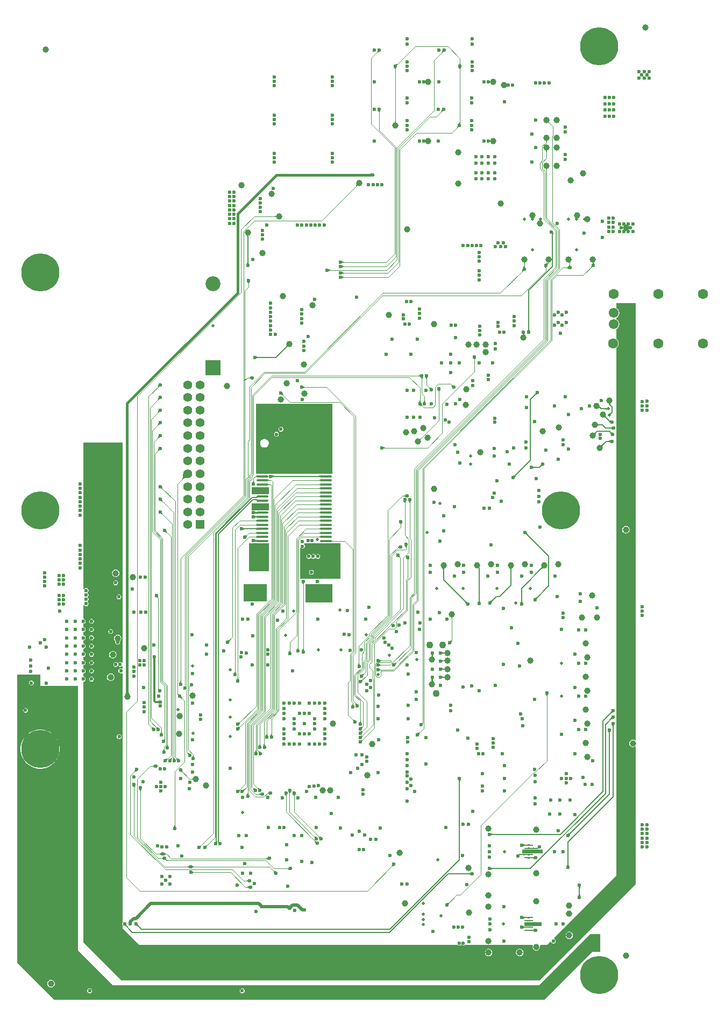
<source format=gbl>
G04*
G04 #@! TF.GenerationSoftware,Altium Limited,Altium Designer,24.9.1 (31)*
G04*
G04 Layer_Physical_Order=6*
G04 Layer_Color=16711680*
%FSLAX44Y44*%
%MOMM*%
G71*
G04*
G04 #@! TF.SameCoordinates,CDEC626A-A255-468D-B0CC-3EE591A55D7D*
G04*
G04*
G04 #@! TF.FilePolarity,Positive*
G04*
G01*
G75*
%ADD11C,0.5000*%
%ADD12C,0.4000*%
%ADD14C,0.2000*%
%ADD81R,0.5000X0.2500*%
%ADD82R,0.5000X0.4500*%
%ADD190C,1.3900*%
%ADD191R,1.3900X1.3900*%
%ADD198C,0.6000*%
%ADD202C,0.1200*%
%ADD203C,0.3000*%
%ADD206C,1.1000*%
%ADD207C,2.3500*%
%ADD208R,2.3500X2.3500*%
%ADD209O,1.6000X1.5000*%
%ADD210C,1.6000*%
%ADD211C,6.0000*%
%ADD212C,0.5000*%
%ADD228C,1.0000*%
G04:AMPARAMS|DCode=229|XSize=0.35mm|YSize=1.8mm|CornerRadius=0.0875mm|HoleSize=0mm|Usage=FLASHONLY|Rotation=90.000|XOffset=0mm|YOffset=0mm|HoleType=Round|Shape=RoundedRectangle|*
%AMROUNDEDRECTD229*
21,1,0.3500,1.6250,0,0,90.0*
21,1,0.1750,1.8000,0,0,90.0*
1,1,0.1750,0.8125,0.0875*
1,1,0.1750,0.8125,-0.0875*
1,1,0.1750,-0.8125,-0.0875*
1,1,0.1750,-0.8125,0.0875*
%
%ADD229ROUNDEDRECTD229*%
%ADD230R,1.6000X2.6000*%
G36*
X235970Y721000D02*
X235563Y720996D01*
X234827Y720939D01*
X234498Y720886D01*
X234196Y720817D01*
X233919Y720731D01*
X233668Y720629D01*
X233444Y720510D01*
X233245Y720376D01*
X233073Y720225D01*
X232225Y721073D01*
X232376Y721245D01*
X232510Y721444D01*
X232629Y721668D01*
X232731Y721919D01*
X232817Y722196D01*
X232886Y722498D01*
X232939Y722827D01*
X232976Y723182D01*
X233000Y723970D01*
X235970Y721000D01*
D02*
G37*
G36*
X133970D02*
X133563Y720996D01*
X132827Y720939D01*
X132498Y720886D01*
X132196Y720817D01*
X131919Y720731D01*
X131668Y720629D01*
X131444Y720510D01*
X131245Y720376D01*
X131073Y720225D01*
X130225Y721073D01*
X130376Y721245D01*
X130510Y721444D01*
X130629Y721668D01*
X130731Y721919D01*
X130817Y722196D01*
X130886Y722498D01*
X130939Y722827D01*
X130976Y723182D01*
X131000Y723970D01*
X133970Y721000D01*
D02*
G37*
G36*
X261615Y703511D02*
X261660Y703275D01*
X261735Y703032D01*
X261840Y702783D01*
X261975Y702527D01*
X262140Y702264D01*
X262335Y701994D01*
X262560Y701717D01*
X263100Y701142D01*
X258900D01*
X259185Y701433D01*
X259665Y701994D01*
X259860Y702264D01*
X260025Y702527D01*
X260160Y702783D01*
X260265Y703032D01*
X260340Y703275D01*
X260385Y703511D01*
X260400Y703739D01*
X261600D01*
X261615Y703511D01*
D02*
G37*
G36*
X162775Y701927D02*
X162624Y701755D01*
X162489Y701556D01*
X162371Y701332D01*
X162269Y701081D01*
X162183Y700804D01*
X162114Y700502D01*
X162061Y700173D01*
X162024Y699818D01*
X162000Y699030D01*
X159030Y702000D01*
X159437Y702004D01*
X160173Y702061D01*
X160502Y702114D01*
X160804Y702183D01*
X161081Y702269D01*
X161332Y702371D01*
X161556Y702489D01*
X161755Y702624D01*
X161927Y702775D01*
X162775Y701927D01*
D02*
G37*
G36*
X160815Y696567D02*
X160335Y696006D01*
X160140Y695736D01*
X159975Y695473D01*
X159840Y695217D01*
X159735Y694967D01*
X159660Y694725D01*
X159615Y694489D01*
X159600Y694261D01*
X158400D01*
X158385Y694489D01*
X158340Y694725D01*
X158265Y694967D01*
X158160Y695217D01*
X158025Y695473D01*
X157860Y695736D01*
X157665Y696006D01*
X157440Y696283D01*
X156900Y696858D01*
X161100D01*
X160815Y696567D01*
D02*
G37*
G36*
X262816Y696612D02*
X262514Y696370D01*
X262243Y696129D01*
X262004Y695888D01*
X261798Y695647D01*
X261623Y695406D01*
X261479Y695166D01*
X261368Y694926D01*
X261289Y694687D01*
X261241Y694447D01*
X261225Y694208D01*
X260025Y694363D01*
X260011Y694577D01*
X259970Y694806D01*
X259901Y695048D01*
X259805Y695304D01*
X259681Y695575D01*
X259529Y695859D01*
X259144Y696470D01*
X258910Y696796D01*
X258649Y697137D01*
X262816Y696612D01*
D02*
G37*
G36*
X235220Y628000D02*
X234813Y627996D01*
X234077Y627939D01*
X233748Y627886D01*
X233446Y627817D01*
X233169Y627731D01*
X232918Y627629D01*
X232694Y627510D01*
X232495Y627376D01*
X232323Y627225D01*
X231474Y628073D01*
X231626Y628245D01*
X231760Y628444D01*
X231879Y628668D01*
X231981Y628919D01*
X232067Y629196D01*
X232136Y629498D01*
X232189Y629827D01*
X232226Y630182D01*
X232250Y630970D01*
X235220Y628000D01*
D02*
G37*
G36*
X135815Y628567D02*
X135335Y628006D01*
X135140Y627736D01*
X134975Y627473D01*
X134840Y627217D01*
X134735Y626968D01*
X134660Y626725D01*
X134615Y626489D01*
X134600Y626261D01*
X133400D01*
X133385Y626489D01*
X133340Y626725D01*
X133265Y626968D01*
X133160Y627217D01*
X133025Y627473D01*
X132860Y627736D01*
X132665Y628006D01*
X132440Y628283D01*
X131900Y628858D01*
X136100D01*
X135815Y628567D01*
D02*
G37*
G36*
X159606Y611942D02*
X159624Y611740D01*
X159654Y611558D01*
X159696Y611397D01*
X159750Y611255D01*
X159816Y611135D01*
X159894Y611034D01*
X159984Y610954D01*
X160086Y610894D01*
X160200Y610854D01*
X157800D01*
X157914Y610894D01*
X158016Y610954D01*
X158106Y611034D01*
X158184Y611135D01*
X158250Y611255D01*
X158304Y611397D01*
X158346Y611558D01*
X158376Y611740D01*
X158394Y611942D01*
X158400Y612164D01*
X159600D01*
X159606Y611942D01*
D02*
G37*
G36*
X400004Y613563D02*
X400061Y612827D01*
X400114Y612498D01*
X400183Y612196D01*
X400269Y611919D01*
X400371Y611668D01*
X400490Y611444D01*
X400624Y611245D01*
X400775Y611073D01*
X399927Y610224D01*
X399755Y610376D01*
X399556Y610510D01*
X399332Y610629D01*
X399081Y610731D01*
X398804Y610817D01*
X398502Y610886D01*
X398173Y610939D01*
X397818Y610976D01*
X397030Y611000D01*
X400000Y613970D01*
X400004Y613563D01*
D02*
G37*
G36*
X401228Y611308D02*
X401199Y611193D01*
X401192Y611073D01*
X401208Y610946D01*
X401246Y610814D01*
X401308Y610676D01*
X401393Y610532D01*
X401500Y610383D01*
X401630Y610227D01*
X401783Y610066D01*
X400934Y609217D01*
X400773Y609370D01*
X400617Y609500D01*
X400468Y609607D01*
X400324Y609692D01*
X400186Y609753D01*
X400054Y609792D01*
X399927Y609808D01*
X399807Y609801D01*
X399692Y609772D01*
X399584Y609719D01*
X401281Y611416D01*
X401228Y611308D01*
D02*
G37*
G36*
X159615Y610511D02*
X159660Y610275D01*
X159735Y610032D01*
X159840Y609783D01*
X159975Y609527D01*
X160140Y609264D01*
X160335Y608994D01*
X160560Y608717D01*
X161100Y608142D01*
X156900D01*
X157185Y608433D01*
X157665Y608994D01*
X157860Y609264D01*
X158025Y609527D01*
X158160Y609783D01*
X158265Y610032D01*
X158340Y610275D01*
X158385Y610511D01*
X158400Y610739D01*
X159600D01*
X159615Y610511D01*
D02*
G37*
G36*
X261225Y610637D02*
X261239Y610423D01*
X261280Y610194D01*
X261349Y609952D01*
X261445Y609696D01*
X261569Y609425D01*
X261721Y609141D01*
X262106Y608530D01*
X262340Y608204D01*
X262601Y607863D01*
X258434Y608388D01*
X258736Y608630D01*
X259007Y608871D01*
X259245Y609112D01*
X259452Y609353D01*
X259627Y609594D01*
X259771Y609834D01*
X259882Y610074D01*
X259961Y610313D01*
X260009Y610553D01*
X260025Y610792D01*
X261225Y610637D01*
D02*
G37*
G36*
X260220Y603000D02*
X259813Y602996D01*
X259077Y602939D01*
X258748Y602886D01*
X258446Y602817D01*
X258169Y602731D01*
X257918Y602629D01*
X257694Y602510D01*
X257495Y602376D01*
X257323Y602225D01*
X256474Y603073D01*
X256626Y603245D01*
X256760Y603444D01*
X256879Y603668D01*
X256981Y603919D01*
X257067Y604196D01*
X257136Y604498D01*
X257189Y604827D01*
X257226Y605182D01*
X257250Y605970D01*
X260220Y603000D01*
D02*
G37*
G36*
X398815Y583567D02*
X398335Y583006D01*
X398140Y582736D01*
X397975Y582473D01*
X397840Y582217D01*
X397735Y581968D01*
X397660Y581725D01*
X397615Y581489D01*
X397600Y581261D01*
X396400D01*
X396385Y581489D01*
X396340Y581725D01*
X396265Y581968D01*
X396160Y582217D01*
X396025Y582473D01*
X395860Y582736D01*
X395665Y583006D01*
X395440Y583283D01*
X394900Y583858D01*
X399100D01*
X398815Y583567D01*
D02*
G37*
G36*
X398086Y581106D02*
X397984Y581046D01*
X397894Y580966D01*
X397816Y580865D01*
X397750Y580745D01*
X397696Y580603D01*
X397654Y580442D01*
X397624Y580260D01*
X397606Y580058D01*
X397600Y579836D01*
X396400D01*
X396394Y580058D01*
X396376Y580260D01*
X396346Y580442D01*
X396304Y580603D01*
X396250Y580745D01*
X396184Y580865D01*
X396106Y580966D01*
X396016Y581046D01*
X395914Y581106D01*
X395800Y581146D01*
X398200D01*
X398086Y581106D01*
D02*
G37*
G36*
X398815Y568167D02*
X398335Y567606D01*
X398140Y567336D01*
X397975Y567073D01*
X397840Y566817D01*
X397735Y566567D01*
X397660Y566325D01*
X397615Y566089D01*
X397600Y565861D01*
X396400D01*
X396385Y566089D01*
X396340Y566325D01*
X396265Y566567D01*
X396160Y566817D01*
X396025Y567073D01*
X395860Y567336D01*
X395665Y567606D01*
X395440Y567883D01*
X394900Y568458D01*
X399100D01*
X398815Y568167D01*
D02*
G37*
G36*
X398086Y565706D02*
X397984Y565646D01*
X397894Y565566D01*
X397816Y565465D01*
X397750Y565345D01*
X397696Y565203D01*
X397654Y565042D01*
X397624Y564860D01*
X397606Y564658D01*
X397600Y564436D01*
X396400D01*
X396394Y564658D01*
X396376Y564860D01*
X396346Y565042D01*
X396304Y565203D01*
X396250Y565345D01*
X396184Y565465D01*
X396106Y565566D01*
X396016Y565646D01*
X395914Y565706D01*
X395800Y565746D01*
X398200D01*
X398086Y565706D01*
D02*
G37*
G36*
X398815Y540167D02*
X398335Y539606D01*
X398140Y539336D01*
X397975Y539073D01*
X397840Y538817D01*
X397735Y538568D01*
X397660Y538325D01*
X397615Y538089D01*
X397600Y537861D01*
X396400D01*
X396385Y538089D01*
X396340Y538325D01*
X396265Y538568D01*
X396160Y538817D01*
X396025Y539073D01*
X395860Y539336D01*
X395665Y539606D01*
X395440Y539883D01*
X394900Y540458D01*
X399100D01*
X398815Y540167D01*
D02*
G37*
G36*
X398086Y537706D02*
X397984Y537646D01*
X397894Y537566D01*
X397816Y537465D01*
X397750Y537345D01*
X397696Y537203D01*
X397654Y537042D01*
X397624Y536860D01*
X397606Y536658D01*
X397600Y536436D01*
X396400D01*
X396394Y536658D01*
X396376Y536860D01*
X396346Y537042D01*
X396304Y537203D01*
X396250Y537345D01*
X396184Y537465D01*
X396106Y537566D01*
X396016Y537646D01*
X395914Y537706D01*
X395800Y537746D01*
X398200D01*
X398086Y537706D01*
D02*
G37*
G36*
X121678Y525900D02*
X121641Y525919D01*
X121571Y525936D01*
X121466Y525951D01*
X121155Y525975D01*
X120126Y525999D01*
X119784Y526000D01*
Y530000D01*
X121678Y530099D01*
Y525900D01*
D02*
G37*
G36*
X101970Y512000D02*
X101563Y511996D01*
X100827Y511939D01*
X100498Y511886D01*
X100196Y511817D01*
X99919Y511731D01*
X99668Y511629D01*
X99444Y511510D01*
X99245Y511376D01*
X99073Y511225D01*
X98224Y512073D01*
X98376Y512245D01*
X98510Y512444D01*
X98629Y512668D01*
X98731Y512919D01*
X98817Y513196D01*
X98886Y513498D01*
X98939Y513827D01*
X98976Y514182D01*
X99000Y514970D01*
X101970Y512000D01*
D02*
G37*
G36*
X99416Y510719D02*
X99308Y510772D01*
X99193Y510801D01*
X99073Y510808D01*
X98946Y510792D01*
X98814Y510753D01*
X98676Y510692D01*
X98532Y510607D01*
X98383Y510500D01*
X98227Y510370D01*
X98066Y510217D01*
X97217Y511066D01*
X97370Y511227D01*
X97500Y511383D01*
X97607Y511532D01*
X97692Y511676D01*
X97753Y511814D01*
X97792Y511946D01*
X97808Y512072D01*
X97801Y512193D01*
X97772Y512308D01*
X97719Y512416D01*
X99416Y510719D01*
D02*
G37*
G36*
X-28854Y461800D02*
X-28894Y461914D01*
X-28954Y462016D01*
X-29034Y462106D01*
X-29135Y462184D01*
X-29255Y462250D01*
X-29397Y462304D01*
X-29558Y462346D01*
X-29740Y462376D01*
X-29942Y462394D01*
X-30164Y462400D01*
Y463600D01*
X-29942Y463606D01*
X-29740Y463624D01*
X-29558Y463654D01*
X-29397Y463696D01*
X-29255Y463750D01*
X-29135Y463816D01*
X-29034Y463894D01*
X-28954Y463984D01*
X-28894Y464086D01*
X-28854Y464200D01*
Y461800D01*
D02*
G37*
G36*
X-26142Y460900D02*
X-26433Y461185D01*
X-26994Y461665D01*
X-27264Y461860D01*
X-27527Y462025D01*
X-27783Y462160D01*
X-28033Y462265D01*
X-28275Y462340D01*
X-28511Y462385D01*
X-28739Y462400D01*
Y463600D01*
X-28511Y463615D01*
X-28275Y463660D01*
X-28033Y463735D01*
X-27783Y463840D01*
X-27527Y463975D01*
X-27264Y464140D01*
X-26994Y464335D01*
X-26717Y464560D01*
X-26142Y465100D01*
Y460900D01*
D02*
G37*
G36*
X407821Y436937D02*
X407775Y436706D01*
X407698Y436145D01*
X407644Y435450D01*
X407600Y433662D01*
X405600Y433261D01*
X405588Y433556D01*
X405551Y433826D01*
X405489Y434070D01*
X405403Y434289D01*
X405292Y434483D01*
X405156Y434651D01*
X404995Y434793D01*
X404810Y434910D01*
X404601Y435002D01*
X404366Y435068D01*
X407873Y437135D01*
X407821Y436937D01*
D02*
G37*
G36*
X-71109Y434639D02*
X-71296Y434413D01*
X-71461Y434181D01*
X-71604Y433942D01*
X-71725Y433697D01*
X-71824Y433445D01*
X-71901Y433187D01*
X-71956Y432921D01*
X-71989Y432650D01*
X-71998Y432417D01*
X-71000D01*
X-71190Y432316D01*
X-71360Y432185D01*
X-71510Y432026D01*
X-71640Y431837D01*
X-71750Y431620D01*
X-71840Y431374D01*
X-71910Y431099D01*
X-71960Y430795D01*
X-71990Y430463D01*
X-72000Y430101D01*
X-74000D01*
X-74010Y430463D01*
X-74040Y430795D01*
X-74090Y431099D01*
X-74160Y431374D01*
X-74250Y431620D01*
X-74360Y431837D01*
X-74490Y432026D01*
X-74640Y432185D01*
X-74810Y432316D01*
X-75000Y432417D01*
X-74002D01*
X-74011Y432650D01*
X-74044Y432921D01*
X-74099Y433187D01*
X-74176Y433445D01*
X-74275Y433697D01*
X-74396Y433942D01*
X-74539Y434181D01*
X-74704Y434413D01*
X-74891Y434639D01*
X-75100Y434858D01*
X-70900D01*
X-71109Y434639D01*
D02*
G37*
G36*
X400059Y390000D02*
X400017Y389992D01*
X399980Y389969D01*
X399946Y389931D01*
X399917Y389877D01*
X399893Y389808D01*
X399873Y389725D01*
X399858Y389626D01*
X399847Y389511D01*
X399838Y389238D01*
X399238D01*
X399662Y388814D01*
X399497Y388631D01*
X399353Y388434D01*
X399231Y388224D01*
X399130Y388000D01*
X399051Y387763D01*
X398993Y387512D01*
X398957Y387247D01*
X398942Y386969D01*
X398949Y386677D01*
X398977Y386372D01*
X396372Y388977D01*
X396677Y388949D01*
X396969Y388942D01*
X397247Y388957D01*
X397512Y388993D01*
X397763Y389051D01*
X398000Y389130D01*
X398224Y389231D01*
X398434Y389353D01*
X398630Y389497D01*
X398606Y389854D01*
X398588Y389964D01*
X398566Y390057D01*
X398540Y390132D01*
X398509Y390189D01*
X398475Y390229D01*
X398437Y390251D01*
X400059Y390000D01*
D02*
G37*
G36*
X75433Y392815D02*
X75994Y392335D01*
X76264Y392140D01*
X76527Y391975D01*
X76783Y391840D01*
X77032Y391735D01*
X77275Y391660D01*
X77511Y391615D01*
X77739Y391600D01*
Y390400D01*
X77511Y390385D01*
X77275Y390340D01*
X77032Y390265D01*
X76783Y390160D01*
X76527Y390025D01*
X76264Y389860D01*
X75994Y389665D01*
X75717Y389440D01*
X75142Y388900D01*
Y393100D01*
X75433Y392815D01*
D02*
G37*
G36*
X363086Y390106D02*
X362984Y390046D01*
X362894Y389966D01*
X362816Y389865D01*
X362750Y389744D01*
X362696Y389603D01*
X362654Y389442D01*
X362624Y389260D01*
X362606Y389058D01*
X362600Y388836D01*
X361400D01*
X361394Y389058D01*
X361376Y389260D01*
X361346Y389442D01*
X361304Y389603D01*
X361250Y389744D01*
X361184Y389865D01*
X361106Y389966D01*
X361016Y390046D01*
X360914Y390106D01*
X360800Y390146D01*
X363200D01*
X363086Y390106D01*
D02*
G37*
G36*
X434119Y390458D02*
X434027Y390378D01*
X433946Y390280D01*
X433876Y390163D01*
X433817Y390029D01*
X433768Y389878D01*
X433730Y389708D01*
X433703Y389520D01*
X433687Y389315D01*
X433682Y389091D01*
X432482Y388823D01*
X432476Y389044D01*
X432458Y389243D01*
X432427Y389418D01*
X432385Y389570D01*
X432331Y389700D01*
X432264Y389806D01*
X432186Y389889D01*
X432095Y389950D01*
X431993Y389987D01*
X431878Y390001D01*
X434222Y390521D01*
X434119Y390458D01*
D02*
G37*
G36*
X-71989Y390350D02*
X-71956Y390079D01*
X-71901Y389813D01*
X-71824Y389555D01*
X-71725Y389303D01*
X-71604Y389058D01*
X-71461Y388819D01*
X-71296Y388587D01*
X-71109Y388361D01*
X-70900Y388142D01*
X-75100D01*
X-74891Y388361D01*
X-74704Y388587D01*
X-74539Y388819D01*
X-74396Y389058D01*
X-74275Y389303D01*
X-74176Y389555D01*
X-74099Y389813D01*
X-74044Y390079D01*
X-74011Y390350D01*
X-74000Y390628D01*
X-72000D01*
X-71989Y390350D01*
D02*
G37*
G36*
X471116Y390557D02*
X471165Y390317D01*
X471190Y390241D01*
X471679Y390290D01*
X471569Y390240D01*
X471471Y390170D01*
X471384Y390081D01*
X471309Y389972D01*
X471302Y389959D01*
X471358Y389842D01*
X471503Y389608D01*
X471681Y389375D01*
X471891Y389144D01*
X472133Y388915D01*
X472407Y388688D01*
X472714Y388462D01*
X468572Y387762D01*
X468825Y388120D01*
X469422Y389093D01*
X469568Y389384D01*
X469688Y389659D01*
X469719Y389744D01*
X469681Y389809D01*
X469602Y389901D01*
X469510Y389973D01*
X469407Y390022D01*
X469291Y390051D01*
X469832Y390105D01*
X469847Y390158D01*
X469887Y390383D01*
X469900Y390591D01*
X471100Y390798D01*
X471116Y390557D01*
D02*
G37*
G36*
X470970Y383000D02*
X470563Y382996D01*
X469827Y382939D01*
X469498Y382886D01*
X469196Y382817D01*
X468919Y382731D01*
X468668Y382629D01*
X468444Y382510D01*
X468245Y382376D01*
X468073Y382225D01*
X467225Y383073D01*
X467376Y383245D01*
X467510Y383444D01*
X467629Y383668D01*
X467731Y383919D01*
X467817Y384196D01*
X467886Y384498D01*
X467939Y384827D01*
X467976Y385182D01*
X468000Y385970D01*
X470970Y383000D01*
D02*
G37*
G36*
X362615Y384511D02*
X362660Y384275D01*
X362735Y384033D01*
X362840Y383783D01*
X362975Y383527D01*
X363140Y383264D01*
X363335Y382994D01*
X363560Y382717D01*
X364100Y382142D01*
X359900D01*
X360185Y382433D01*
X360665Y382994D01*
X360860Y383264D01*
X361025Y383527D01*
X361160Y383783D01*
X361265Y384033D01*
X361340Y384275D01*
X361385Y384511D01*
X361400Y384739D01*
X362600D01*
X362615Y384511D01*
D02*
G37*
G36*
X75433Y385815D02*
X75994Y385335D01*
X76264Y385140D01*
X76527Y384975D01*
X76783Y384840D01*
X77032Y384735D01*
X77275Y384660D01*
X77511Y384615D01*
X77739Y384600D01*
Y383400D01*
X77511Y383385D01*
X77275Y383340D01*
X77032Y383265D01*
X76783Y383160D01*
X76527Y383025D01*
X76264Y382860D01*
X75994Y382665D01*
X75717Y382440D01*
X75142Y381900D01*
Y386100D01*
X75433Y385815D01*
D02*
G37*
G36*
X397815Y383567D02*
X397335Y383006D01*
X397140Y382736D01*
X396975Y382473D01*
X396840Y382217D01*
X396735Y381968D01*
X396660Y381725D01*
X396615Y381489D01*
X396600Y381261D01*
X395400D01*
X395385Y381489D01*
X395340Y381725D01*
X395265Y381968D01*
X395160Y382217D01*
X395025Y382473D01*
X394860Y382736D01*
X394665Y383006D01*
X394440Y383283D01*
X393900Y383858D01*
X398100D01*
X397815Y383567D01*
D02*
G37*
G36*
X433698Y386534D02*
X433748Y386293D01*
X433831Y386061D01*
X433947Y385838D01*
X434097Y385624D01*
X434280Y385418D01*
X434496Y385221D01*
X434745Y385033D01*
X435028Y384853D01*
X435343Y384682D01*
X431858Y383562D01*
Y379900D01*
X431567Y380185D01*
X431006Y380665D01*
X430736Y380860D01*
X430473Y381025D01*
X430217Y381160D01*
X429967Y381265D01*
X429725Y381340D01*
X429489Y381385D01*
X429261Y381400D01*
Y382600D01*
X429489Y382615D01*
X429725Y382660D01*
X429967Y382735D01*
X430217Y382840D01*
X430473Y382975D01*
X430736Y383140D01*
X431006Y383335D01*
X431283Y383560D01*
X431565Y383825D01*
X432300Y385510D01*
X432379Y385770D01*
X432436Y386002D01*
X432470Y386208D01*
X432482Y386387D01*
X433682Y386783D01*
X433698Y386534D01*
D02*
G37*
G36*
X361970Y377000D02*
X361563Y376996D01*
X360827Y376939D01*
X360498Y376886D01*
X360196Y376817D01*
X359919Y376731D01*
X359668Y376629D01*
X359444Y376510D01*
X359245Y376376D01*
X359073Y376225D01*
X358224Y377073D01*
X358376Y377245D01*
X358511Y377444D01*
X358629Y377668D01*
X358731Y377919D01*
X358817Y378196D01*
X358886Y378498D01*
X358939Y378827D01*
X358976Y379182D01*
X359000Y379970D01*
X361970Y377000D01*
D02*
G37*
G36*
X54212Y380081D02*
X55146Y379459D01*
X55429Y379307D01*
X55699Y379183D01*
X55955Y379086D01*
X56198Y379017D01*
X56427Y378976D01*
X56642Y378962D01*
X56790Y377762D01*
X56552Y377746D01*
X56313Y377699D01*
X56073Y377619D01*
X55833Y377508D01*
X55592Y377365D01*
X55351Y377190D01*
X55109Y376984D01*
X54866Y376746D01*
X54624Y376476D01*
X54380Y376174D01*
X53873Y380343D01*
X54212Y380081D01*
D02*
G37*
G36*
X75433Y375815D02*
X75994Y375335D01*
X76264Y375140D01*
X76527Y374975D01*
X76783Y374840D01*
X77032Y374735D01*
X77275Y374660D01*
X77511Y374615D01*
X77739Y374600D01*
Y373400D01*
X77511Y373385D01*
X77275Y373340D01*
X77032Y373265D01*
X76783Y373160D01*
X76527Y373025D01*
X76264Y372860D01*
X75994Y372665D01*
X75717Y372440D01*
X75142Y371900D01*
Y376100D01*
X75433Y375815D01*
D02*
G37*
G36*
Y368815D02*
X75994Y368335D01*
X76264Y368140D01*
X76527Y367975D01*
X76783Y367840D01*
X77032Y367735D01*
X77275Y367660D01*
X77511Y367615D01*
X77739Y367600D01*
Y366400D01*
X77511Y366385D01*
X77275Y366340D01*
X77032Y366265D01*
X76783Y366160D01*
X76527Y366025D01*
X76264Y365860D01*
X75994Y365665D01*
X75717Y365440D01*
X75142Y364900D01*
Y369100D01*
X75433Y368815D01*
D02*
G37*
G36*
X-70185Y359567D02*
X-70665Y359006D01*
X-70860Y358736D01*
X-71025Y358473D01*
X-71160Y358217D01*
X-71265Y357968D01*
X-71340Y357725D01*
X-71385Y357489D01*
X-71400Y357261D01*
X-72600D01*
X-72615Y357489D01*
X-72660Y357725D01*
X-72735Y357968D01*
X-72840Y358217D01*
X-72975Y358473D01*
X-73140Y358736D01*
X-73335Y359006D01*
X-73560Y359283D01*
X-74100Y359858D01*
X-69900D01*
X-70185Y359567D01*
D02*
G37*
G36*
X370011Y285350D02*
X370044Y285079D01*
X370099Y284813D01*
X370176Y284555D01*
X370275Y284303D01*
X370396Y284058D01*
X370539Y283819D01*
X370704Y283587D01*
X370891Y283361D01*
X371100Y283142D01*
X366900D01*
X367109Y283361D01*
X367296Y283587D01*
X367461Y283819D01*
X367604Y284058D01*
X367725Y284303D01*
X367824Y284555D01*
X367901Y284813D01*
X367956Y285079D01*
X367989Y285350D01*
X368000Y285628D01*
X370000D01*
X370011Y285350D01*
D02*
G37*
G36*
X362000Y278899D02*
X362001Y278858D01*
X363100D01*
X362891Y278639D01*
X362704Y278413D01*
X362539Y278181D01*
X362396Y277942D01*
X362275Y277697D01*
X362202Y277511D01*
X362250Y277380D01*
X362360Y277163D01*
X362490Y276974D01*
X362640Y276815D01*
X362810Y276684D01*
X363000Y276583D01*
X362008D01*
X362000Y276372D01*
X360000Y276372D01*
X359992Y276583D01*
X359000D01*
X359190Y276684D01*
X359360Y276815D01*
X359510Y276974D01*
X359640Y277163D01*
X359750Y277380D01*
X359798Y277511D01*
X359725Y277697D01*
X359604Y277942D01*
X359461Y278181D01*
X359296Y278413D01*
X359109Y278639D01*
X358900Y278858D01*
X359999D01*
X360000Y278899D01*
X362000Y278899D01*
D02*
G37*
G36*
X-8030Y259000D02*
X-8333Y258993D01*
X-8624Y258966D01*
X-8905Y258918D01*
X-9175Y258851D01*
X-9434Y258763D01*
X-9682Y258655D01*
X-9919Y258526D01*
X-10146Y258378D01*
X-10361Y258209D01*
X-10532Y258051D01*
X-9826Y257345D01*
X-10033Y257408D01*
X-10245Y257436D01*
X-10464Y257429D01*
X-10689Y257388D01*
X-10920Y257312D01*
X-11158Y257202D01*
X-11402Y257057D01*
X-11652Y256877D01*
X-11909Y256663D01*
X-12171Y256415D01*
X-13585Y257829D01*
X-13337Y258092D01*
X-13123Y258348D01*
X-12943Y258598D01*
X-12799Y258842D01*
X-12688Y259080D01*
X-12612Y259311D01*
X-12571Y259536D01*
X-12564Y259755D01*
X-12592Y259968D01*
X-12655Y260174D01*
X-11949Y259468D01*
X-11791Y259639D01*
X-11622Y259854D01*
X-11474Y260081D01*
X-11345Y260318D01*
X-11237Y260566D01*
X-11149Y260825D01*
X-11082Y261095D01*
X-11034Y261376D01*
X-11007Y261667D01*
X-11000Y261970D01*
X-8030Y259000D01*
D02*
G37*
G36*
X-59639Y242891D02*
X-59413Y242704D01*
X-59181Y242539D01*
X-58942Y242396D01*
X-58697Y242275D01*
X-58445Y242176D01*
X-58187Y242099D01*
X-57922Y242044D01*
X-57650Y242011D01*
X-57372Y242000D01*
Y240000D01*
X-57650Y239989D01*
X-57922Y239956D01*
X-58187Y239901D01*
X-58445Y239824D01*
X-58697Y239725D01*
X-58942Y239604D01*
X-59181Y239461D01*
X-59413Y239296D01*
X-59639Y239109D01*
X-59858Y238900D01*
Y243100D01*
X-59639Y242891D01*
D02*
G37*
G36*
X285815Y239567D02*
X285335Y239006D01*
X285140Y238736D01*
X284975Y238473D01*
X284840Y238217D01*
X284735Y237967D01*
X284660Y237725D01*
X284615Y237489D01*
X284600Y237261D01*
X283400D01*
X283385Y237489D01*
X283340Y237725D01*
X283265Y237967D01*
X283160Y238217D01*
X283025Y238473D01*
X282860Y238736D01*
X282665Y239006D01*
X282440Y239283D01*
X281900Y239858D01*
X286100D01*
X285815Y239567D01*
D02*
G37*
G36*
X198858Y209900D02*
X198567Y210185D01*
X198006Y210665D01*
X197736Y210860D01*
X197473Y211025D01*
X197217Y211160D01*
X196968Y211265D01*
X196725Y211340D01*
X196489Y211385D01*
X196261Y211400D01*
Y212600D01*
X196489Y212615D01*
X196725Y212660D01*
X196968Y212735D01*
X197217Y212840D01*
X197473Y212975D01*
X197736Y213140D01*
X198006Y213335D01*
X198283Y213560D01*
X198858Y214100D01*
Y209900D01*
D02*
G37*
G36*
X209815Y209567D02*
X209335Y209006D01*
X209140Y208736D01*
X208975Y208473D01*
X208840Y208217D01*
X208735Y207968D01*
X208660Y207725D01*
X208615Y207489D01*
X208600Y207261D01*
X207400D01*
X207385Y207489D01*
X207340Y207725D01*
X207265Y207968D01*
X207160Y208217D01*
X207025Y208473D01*
X206860Y208736D01*
X206665Y209006D01*
X206440Y209283D01*
X205900Y209858D01*
X210100D01*
X209815Y209567D01*
D02*
G37*
G36*
X202815D02*
X202335Y209006D01*
X202140Y208736D01*
X201975Y208473D01*
X201840Y208217D01*
X201735Y207968D01*
X201660Y207725D01*
X201615Y207489D01*
X201600Y207261D01*
X200400D01*
X200385Y207489D01*
X200340Y207725D01*
X200265Y207968D01*
X200160Y208217D01*
X200025Y208473D01*
X199860Y208736D01*
X199665Y209006D01*
X199440Y209283D01*
X198900Y209858D01*
X203100D01*
X202815Y209567D01*
D02*
G37*
G36*
X-68142Y206900D02*
X-68433Y207185D01*
X-68994Y207665D01*
X-69264Y207860D01*
X-69527Y208025D01*
X-69783Y208160D01*
X-70032Y208265D01*
X-70275Y208340D01*
X-70511Y208385D01*
X-70739Y208400D01*
Y209600D01*
X-70511Y209615D01*
X-70275Y209660D01*
X-70032Y209735D01*
X-69783Y209840D01*
X-69527Y209975D01*
X-69264Y210140D01*
X-68994Y210335D01*
X-68717Y210560D01*
X-68142Y211100D01*
Y206900D01*
D02*
G37*
G36*
X-77429Y207429D02*
X-77404Y207250D01*
X-77362Y207113D01*
X-77302Y207016D01*
X-77226Y206961D01*
X-77133Y206946D01*
X-77022Y206972D01*
X-76895Y207040D01*
X-76751Y207148D01*
X-76589Y207297D01*
Y205600D01*
X-76751Y205427D01*
X-76895Y205247D01*
X-77022Y205059D01*
X-77133Y204865D01*
X-77226Y204664D01*
X-77302Y204455D01*
X-77362Y204240D01*
X-77404Y204017D01*
X-77429Y203788D01*
X-77438Y203552D01*
X-78638Y205000D01*
X-77438Y207649D01*
X-77429Y207429D01*
D02*
G37*
G36*
X-211030Y195000D02*
X-211437Y194996D01*
X-212173Y194939D01*
X-212502Y194886D01*
X-212804Y194817D01*
X-213081Y194731D01*
X-213332Y194629D01*
X-213556Y194510D01*
X-213755Y194376D01*
X-213927Y194224D01*
X-214776Y195073D01*
X-214624Y195245D01*
X-214490Y195444D01*
X-214371Y195668D01*
X-214269Y195919D01*
X-214183Y196196D01*
X-214114Y196498D01*
X-214061Y196827D01*
X-214024Y197182D01*
X-214000Y197970D01*
X-211030Y195000D01*
D02*
G37*
G36*
X248245Y197624D02*
X248444Y197489D01*
X248668Y197371D01*
X248919Y197269D01*
X249196Y197183D01*
X249498Y197114D01*
X249827Y197061D01*
X250182Y197024D01*
X250970Y197000D01*
X248000Y194030D01*
X247996Y194437D01*
X247939Y195173D01*
X247886Y195502D01*
X247817Y195804D01*
X247731Y196081D01*
X247629Y196332D01*
X247511Y196556D01*
X247376Y196755D01*
X247225Y196927D01*
X248073Y197775D01*
X248245Y197624D01*
D02*
G37*
G36*
X14433Y195815D02*
X14994Y195335D01*
X15264Y195140D01*
X15527Y194975D01*
X15783Y194840D01*
X16033Y194735D01*
X16275Y194660D01*
X16511Y194615D01*
X16739Y194600D01*
Y193400D01*
X16511Y193385D01*
X16275Y193340D01*
X16033Y193265D01*
X15783Y193160D01*
X15527Y193025D01*
X15264Y192860D01*
X14994Y192665D01*
X14717Y192440D01*
X14142Y191900D01*
Y196100D01*
X14433Y195815D01*
D02*
G37*
G36*
X213245Y193624D02*
X213444Y193490D01*
X213668Y193371D01*
X213919Y193269D01*
X214196Y193183D01*
X214498Y193114D01*
X214827Y193061D01*
X215182Y193024D01*
X215970Y193000D01*
X213000Y190030D01*
X212996Y190437D01*
X212939Y191173D01*
X212886Y191502D01*
X212817Y191804D01*
X212731Y192081D01*
X212629Y192332D01*
X212510Y192556D01*
X212376Y192755D01*
X212225Y192927D01*
X213073Y193776D01*
X213245Y193624D01*
D02*
G37*
G36*
X229815Y189567D02*
X229335Y189006D01*
X229140Y188736D01*
X228975Y188473D01*
X228840Y188217D01*
X228735Y187967D01*
X228660Y187725D01*
X228615Y187489D01*
X228600Y187261D01*
X227400D01*
X227385Y187489D01*
X227340Y187725D01*
X227265Y187967D01*
X227160Y188217D01*
X227025Y188473D01*
X226860Y188736D01*
X226665Y189006D01*
X226440Y189283D01*
X225900Y189858D01*
X230100D01*
X229815Y189567D01*
D02*
G37*
G36*
X382970Y183000D02*
X382667Y182993D01*
X382376Y182966D01*
X382095Y182918D01*
X381825Y182851D01*
X381566Y182763D01*
X381318Y182655D01*
X381081Y182526D01*
X380854Y182378D01*
X380639Y182209D01*
X380434Y182020D01*
X379020Y183434D01*
X379209Y183639D01*
X379378Y183854D01*
X379526Y184081D01*
X379655Y184318D01*
X379763Y184566D01*
X379851Y184825D01*
X379918Y185095D01*
X379966Y185376D01*
X379993Y185667D01*
X380000Y185970D01*
X382970Y183000D01*
D02*
G37*
G36*
X-17996Y184563D02*
X-17939Y183827D01*
X-17886Y183498D01*
X-17817Y183196D01*
X-17731Y182919D01*
X-17629Y182668D01*
X-17510Y182444D01*
X-17376Y182245D01*
X-17225Y182073D01*
X-18073Y181224D01*
X-18245Y181376D01*
X-18444Y181511D01*
X-18668Y181629D01*
X-18919Y181731D01*
X-19196Y181817D01*
X-19498Y181886D01*
X-19827Y181939D01*
X-20182Y181976D01*
X-20970Y182000D01*
X-18000Y184970D01*
X-17996Y184563D01*
D02*
G37*
G36*
X-211030Y175000D02*
X-211437Y174996D01*
X-212173Y174939D01*
X-212502Y174886D01*
X-212804Y174817D01*
X-213081Y174731D01*
X-213332Y174629D01*
X-213556Y174510D01*
X-213755Y174376D01*
X-213927Y174224D01*
X-214776Y175073D01*
X-214624Y175245D01*
X-214490Y175444D01*
X-214371Y175668D01*
X-214269Y175919D01*
X-214183Y176196D01*
X-214114Y176498D01*
X-214061Y176827D01*
X-214024Y177182D01*
X-214000Y177970D01*
X-211030Y175000D01*
D02*
G37*
G36*
X205615Y172511D02*
X205660Y172275D01*
X205735Y172032D01*
X205840Y171783D01*
X205975Y171527D01*
X206140Y171264D01*
X206335Y170994D01*
X206560Y170717D01*
X207100Y170142D01*
X202900D01*
X203185Y170433D01*
X203665Y170994D01*
X203860Y171264D01*
X204025Y171527D01*
X204160Y171783D01*
X204265Y172032D01*
X204340Y172275D01*
X204385Y172511D01*
X204400Y172739D01*
X205600D01*
X205615Y172511D01*
D02*
G37*
G36*
X198615D02*
X198660Y172275D01*
X198735Y172032D01*
X198840Y171783D01*
X198975Y171527D01*
X199140Y171264D01*
X199335Y170994D01*
X199560Y170717D01*
X200100Y170142D01*
X195900D01*
X196185Y170433D01*
X196665Y170994D01*
X196860Y171264D01*
X197025Y171527D01*
X197160Y171783D01*
X197265Y172032D01*
X197340Y172275D01*
X197385Y172511D01*
X197400Y172739D01*
X198600D01*
X198615Y172511D01*
D02*
G37*
G36*
X498196Y168487D02*
X498085Y168372D01*
X497987Y168226D01*
X497902Y168049D01*
X497830Y167840D01*
X497771Y167601D01*
X497725Y167331D01*
X497692Y167030D01*
X497666Y166334D01*
X495666D01*
X495658Y166644D01*
X495636Y166924D01*
X495600Y167175D01*
X495548Y167397D01*
X495482Y167590D01*
X495401Y167753D01*
X495306Y167888D01*
X495195Y167993D01*
X495070Y168069D01*
X494930Y168116D01*
X498321Y168571D01*
X498196Y168487D01*
D02*
G37*
G36*
X201004Y167563D02*
X201061Y166827D01*
X201114Y166498D01*
X201183Y166196D01*
X201269Y165919D01*
X201371Y165668D01*
X201490Y165444D01*
X201624Y165245D01*
X201775Y165073D01*
X200927Y164224D01*
X200755Y164376D01*
X200556Y164510D01*
X200332Y164629D01*
X200081Y164731D01*
X199804Y164817D01*
X199502Y164886D01*
X199173Y164939D01*
X198818Y164976D01*
X198030Y165000D01*
X201000Y167970D01*
X201004Y167563D01*
D02*
G37*
G36*
X480991Y164477D02*
X481020Y164262D01*
X481077Y164040D01*
X481161Y163813D01*
X481273Y163580D01*
X481414Y163341D01*
X481582Y163096D01*
X481777Y162845D01*
X482001Y162589D01*
X482253Y162326D01*
X481305Y160445D01*
X481043Y160693D01*
X480791Y160901D01*
X480550Y161069D01*
X480320Y161197D01*
X480100Y161285D01*
X479892Y161334D01*
X479693Y161342D01*
X479506Y161311D01*
X479329Y161239D01*
X479164Y161128D01*
X480990Y164687D01*
X480991Y164477D01*
D02*
G37*
G36*
X492215Y158250D02*
X492062Y158392D01*
X491899Y158520D01*
X491725Y158632D01*
X491541Y158730D01*
X491346Y158813D01*
X491140Y158880D01*
X490923Y158933D01*
X490696Y158970D01*
X490457Y158993D01*
X490209Y159000D01*
Y161000D01*
X490457Y161007D01*
X490696Y161030D01*
X490923Y161068D01*
X491140Y161120D01*
X491346Y161187D01*
X491541Y161270D01*
X491725Y161367D01*
X491899Y161480D01*
X492062Y161607D01*
X492215Y161750D01*
Y158250D01*
D02*
G37*
G36*
X-211030Y155000D02*
X-211437Y154996D01*
X-212173Y154939D01*
X-212502Y154886D01*
X-212804Y154817D01*
X-213081Y154731D01*
X-213332Y154629D01*
X-213556Y154510D01*
X-213755Y154376D01*
X-213927Y154225D01*
X-214776Y155073D01*
X-214624Y155245D01*
X-214490Y155444D01*
X-214371Y155668D01*
X-214269Y155919D01*
X-214183Y156196D01*
X-214114Y156498D01*
X-214061Y156827D01*
X-214024Y157182D01*
X-214000Y157970D01*
X-211030Y155000D01*
D02*
G37*
G36*
X499104Y152501D02*
X498932Y152317D01*
X498783Y152131D01*
X498657Y151944D01*
X498554Y151756D01*
X498475Y151566D01*
X498419Y151375D01*
X498386Y151183D01*
X498377Y150989D01*
X498390Y150794D01*
X498427Y150598D01*
X495450Y152439D01*
X495646Y152490D01*
X495840Y152554D01*
X496032Y152632D01*
X496222Y152723D01*
X496410Y152827D01*
X496596Y152944D01*
X496780Y153075D01*
X497143Y153376D01*
X497321Y153547D01*
X499104Y152501D01*
D02*
G37*
G36*
X490592Y148968D02*
X490564Y148755D01*
X490571Y148536D01*
X490612Y148311D01*
X490688Y148080D01*
X490798Y147842D01*
X490943Y147598D01*
X491123Y147348D01*
X491337Y147092D01*
X491585Y146829D01*
X490171Y145415D01*
X489908Y145663D01*
X489652Y145877D01*
X489402Y146057D01*
X489158Y146202D01*
X488920Y146312D01*
X488689Y146388D01*
X488464Y146429D01*
X488245Y146436D01*
X488032Y146408D01*
X487826Y146345D01*
X490655Y149174D01*
X490592Y148968D01*
D02*
G37*
G36*
X496550Y141882D02*
X496767Y141718D01*
X496986Y141588D01*
X497207Y141492D01*
X497429Y141430D01*
X497652Y141402D01*
X497877Y141408D01*
X498103Y141448D01*
X498330Y141523D01*
X498559Y141631D01*
X497296Y137700D01*
X497177Y137932D01*
X496874Y138423D01*
X496691Y138683D01*
X496015Y139518D01*
X495748Y139815D01*
X495149Y140436D01*
X496333Y142081D01*
X496550Y141882D01*
D02*
G37*
G36*
X-211030Y135000D02*
X-211437Y134996D01*
X-212173Y134939D01*
X-212502Y134886D01*
X-212804Y134817D01*
X-213081Y134731D01*
X-213332Y134629D01*
X-213556Y134510D01*
X-213755Y134376D01*
X-213927Y134225D01*
X-214776Y135073D01*
X-214624Y135245D01*
X-214490Y135444D01*
X-214371Y135668D01*
X-214269Y135919D01*
X-214183Y136196D01*
X-214114Y136498D01*
X-214061Y136827D01*
X-214024Y137182D01*
X-214000Y137970D01*
X-211030Y135000D01*
D02*
G37*
G36*
X477684Y136810D02*
X477815Y136640D01*
X477974Y136490D01*
X478163Y136360D01*
X478380Y136250D01*
X478626Y136160D01*
X478901Y136090D01*
X479205Y136040D01*
X479537Y136010D01*
X479899Y136000D01*
Y134000D01*
X479537Y133990D01*
X479205Y133960D01*
X478901Y133910D01*
X478626Y133840D01*
X478380Y133750D01*
X478163Y133640D01*
X477974Y133510D01*
X477815Y133360D01*
X477684Y133190D01*
X477583Y133000D01*
Y137000D01*
X477684Y136810D01*
D02*
G37*
G36*
X500858Y127900D02*
X500639Y128109D01*
X500413Y128296D01*
X500181Y128461D01*
X499942Y128604D01*
X499697Y128725D01*
X499445Y128824D01*
X499187Y128901D01*
X498922Y128956D01*
X498650Y128989D01*
X498372Y129000D01*
X498372Y131000D01*
X498650Y131011D01*
X498922Y131044D01*
X499187Y131099D01*
X499445Y131176D01*
X499697Y131275D01*
X499942Y131396D01*
X500181Y131539D01*
X500413Y131704D01*
X500639Y131891D01*
X500858Y132100D01*
X500858Y127900D01*
D02*
G37*
G36*
X475585Y122171D02*
X475337Y121909D01*
X475123Y121652D01*
X474943Y121402D01*
X474798Y121158D01*
X474688Y120920D01*
X474612Y120689D01*
X474571Y120464D01*
X474564Y120245D01*
X474592Y120032D01*
X474655Y119826D01*
X471826Y122655D01*
X472032Y122592D01*
X472245Y122564D01*
X472464Y122571D01*
X472689Y122612D01*
X472920Y122688D01*
X473158Y122798D01*
X473402Y122943D01*
X473652Y123123D01*
X473909Y123337D01*
X474171Y123585D01*
X475585Y122171D01*
D02*
G37*
G36*
X498639Y123791D02*
X498854Y123622D01*
X499081Y123474D01*
X499318Y123345D01*
X499566Y123237D01*
X499825Y123149D01*
X500095Y123082D01*
X500376Y123034D01*
X500667Y123007D01*
X500970Y123000D01*
X498000Y120030D01*
X497993Y120333D01*
X497966Y120624D01*
X497918Y120905D01*
X497851Y121175D01*
X497763Y121434D01*
X497655Y121682D01*
X497526Y121919D01*
X497378Y122146D01*
X497209Y122361D01*
X497020Y122566D01*
X498434Y123980D01*
X498639Y123791D01*
D02*
G37*
G36*
X-211030Y115000D02*
X-211437Y114996D01*
X-212173Y114939D01*
X-212502Y114886D01*
X-212804Y114817D01*
X-213081Y114731D01*
X-213332Y114629D01*
X-213556Y114510D01*
X-213755Y114376D01*
X-213927Y114225D01*
X-214776Y115073D01*
X-214624Y115245D01*
X-214490Y115444D01*
X-214371Y115668D01*
X-214269Y115919D01*
X-214183Y116196D01*
X-214114Y116498D01*
X-214061Y116827D01*
X-214024Y117182D01*
X-214000Y117970D01*
X-211030Y115000D01*
D02*
G37*
G36*
X199783Y112934D02*
X199630Y112773D01*
X199500Y112617D01*
X199393Y112468D01*
X199308Y112324D01*
X199247Y112186D01*
X199208Y112054D01*
X199192Y111927D01*
X199199Y111807D01*
X199228Y111692D01*
X199281Y111584D01*
X197584Y113281D01*
X197692Y113228D01*
X197807Y113199D01*
X197927Y113192D01*
X198054Y113208D01*
X198186Y113247D01*
X198324Y113308D01*
X198468Y113393D01*
X198617Y113500D01*
X198773Y113630D01*
X198934Y113783D01*
X199783Y112934D01*
D02*
G37*
G36*
X198776Y111927D02*
X198624Y111755D01*
X198489Y111556D01*
X198371Y111332D01*
X198269Y111081D01*
X198183Y110804D01*
X198114Y110502D01*
X198061Y110173D01*
X198024Y109818D01*
X198000Y109030D01*
X195030Y112000D01*
X195437Y112004D01*
X196173Y112061D01*
X196502Y112114D01*
X196804Y112183D01*
X197081Y112269D01*
X197332Y112371D01*
X197556Y112490D01*
X197755Y112624D01*
X197927Y112775D01*
X198776Y111927D01*
D02*
G37*
G36*
X497858Y106900D02*
X497639Y107109D01*
X497413Y107296D01*
X497181Y107461D01*
X496942Y107604D01*
X496697Y107725D01*
X496445Y107824D01*
X496187Y107901D01*
X495922Y107956D01*
X495650Y107989D01*
X495372Y108000D01*
Y110000D01*
X495650Y110011D01*
X495922Y110044D01*
X496187Y110099D01*
X496445Y110176D01*
X496697Y110275D01*
X496942Y110396D01*
X497181Y110539D01*
X497413Y110704D01*
X497639Y110891D01*
X497858Y111100D01*
Y106900D01*
D02*
G37*
G36*
X486585Y103171D02*
X486337Y102908D01*
X486123Y102652D01*
X485943Y102402D01*
X485798Y102158D01*
X485688Y101920D01*
X485612Y101689D01*
X485571Y101464D01*
X485564Y101245D01*
X485592Y101032D01*
X485655Y100826D01*
X482826Y103655D01*
X483032Y103592D01*
X483245Y103564D01*
X483464Y103571D01*
X483689Y103612D01*
X483920Y103688D01*
X484158Y103798D01*
X484402Y103943D01*
X484652Y104123D01*
X484908Y104337D01*
X485171Y104585D01*
X486585Y103171D01*
D02*
G37*
G36*
X140433Y100815D02*
X140994Y100335D01*
X141264Y100140D01*
X141527Y99975D01*
X141783Y99840D01*
X142032Y99735D01*
X142275Y99660D01*
X142511Y99615D01*
X142739Y99600D01*
Y98400D01*
X142511Y98385D01*
X142275Y98340D01*
X142032Y98265D01*
X141783Y98160D01*
X141527Y98025D01*
X141264Y97860D01*
X140994Y97665D01*
X140717Y97440D01*
X140142Y96900D01*
Y101100D01*
X140433Y100815D01*
D02*
G37*
G36*
X-211030Y95000D02*
X-211437Y94996D01*
X-212173Y94939D01*
X-212502Y94886D01*
X-212804Y94817D01*
X-213081Y94731D01*
X-213332Y94629D01*
X-213556Y94510D01*
X-213755Y94376D01*
X-213927Y94225D01*
X-214776Y95073D01*
X-214624Y95245D01*
X-214490Y95444D01*
X-214371Y95668D01*
X-214269Y95919D01*
X-214183Y96196D01*
X-214114Y96498D01*
X-214061Y96827D01*
X-214024Y97182D01*
X-214000Y97970D01*
X-211030Y95000D01*
D02*
G37*
G36*
X390970Y70000D02*
X390667Y69993D01*
X390376Y69966D01*
X390095Y69918D01*
X389825Y69851D01*
X389566Y69763D01*
X389318Y69655D01*
X389081Y69526D01*
X388854Y69378D01*
X388639Y69209D01*
X388434Y69020D01*
X387020Y70434D01*
X387209Y70639D01*
X387378Y70854D01*
X387526Y71081D01*
X387655Y71318D01*
X387763Y71566D01*
X387851Y71825D01*
X387918Y72095D01*
X387966Y72376D01*
X387993Y72667D01*
X388000Y72970D01*
X390970Y70000D01*
D02*
G37*
G36*
X375361Y69891D02*
X375587Y69704D01*
X375819Y69539D01*
X376058Y69396D01*
X376303Y69275D01*
X376555Y69176D01*
X376813Y69099D01*
X377079Y69044D01*
X377350Y69011D01*
X377628Y69000D01*
Y67000D01*
X377350Y66989D01*
X377079Y66956D01*
X376813Y66901D01*
X376555Y66824D01*
X376303Y66725D01*
X376058Y66604D01*
X375819Y66461D01*
X375587Y66296D01*
X375361Y66109D01*
X375142Y65900D01*
Y70100D01*
X375361Y69891D01*
D02*
G37*
G36*
X60000Y58000D02*
X-60000D01*
Y168000D01*
X60000D01*
Y58000D01*
D02*
G37*
G36*
X-58892Y52781D02*
X-58905Y52894D01*
X-58943Y52995D01*
X-59008Y53084D01*
X-59099Y53161D01*
X-59215Y53226D01*
X-59358Y53280D01*
X-59526Y53321D01*
X-59720Y53351D01*
X-59940Y53369D01*
X-60186Y53375D01*
Y54575D01*
X-59940Y54581D01*
X-59720Y54599D01*
X-59526Y54629D01*
X-59358Y54670D01*
X-59215Y54724D01*
X-59099Y54789D01*
X-59008Y54866D01*
X-58943Y54955D01*
X-58905Y55056D01*
X-58892Y55169D01*
Y52781D01*
D02*
G37*
G36*
X41546Y52305D02*
X41336Y52434D01*
X41118Y52550D01*
X40890Y52653D01*
X40653Y52742D01*
X40407Y52817D01*
X40152Y52878D01*
X39887Y52926D01*
X39613Y52960D01*
X39036Y52987D01*
X39041Y54988D01*
X39340Y54994D01*
X39905Y55047D01*
X40171Y55093D01*
X40427Y55152D01*
X40672Y55224D01*
X40907Y55310D01*
X41130Y55409D01*
X41343Y55521D01*
X41546Y55645D01*
Y52305D01*
D02*
G37*
G36*
X348725Y54566D02*
X348536Y54361D01*
X348367Y54146D01*
X348219Y53919D01*
X348090Y53682D01*
X347982Y53434D01*
X347895Y53175D01*
X347827Y52905D01*
X347779Y52624D01*
X347752Y52333D01*
X347745Y52030D01*
X344775Y55000D01*
X345078Y55007D01*
X345369Y55034D01*
X345650Y55082D01*
X345920Y55149D01*
X346179Y55237D01*
X346427Y55345D01*
X346665Y55474D01*
X346891Y55622D01*
X347106Y55791D01*
X347311Y55980D01*
X348725Y54566D01*
D02*
G37*
G36*
X-34631Y55881D02*
X-34406Y55694D01*
X-34175Y55528D01*
X-33937Y55385D01*
X-33692Y55263D01*
X-33440Y55164D01*
X-33182Y55087D01*
X-32917Y55032D01*
X-32646Y54998D01*
X-32367Y54988D01*
X-32376Y52987D01*
X-32654Y52976D01*
X-32926Y52944D01*
X-33191Y52889D01*
X-33450Y52812D01*
X-33702Y52713D01*
X-33948Y52593D01*
X-34187Y52450D01*
X-34420Y52286D01*
X-34646Y52099D01*
X-34866Y51891D01*
X-34849Y56091D01*
X-34631Y55881D01*
D02*
G37*
G36*
X-168069Y51050D02*
X-169218Y51048D01*
X-172112Y50868D01*
X-172893Y50750D01*
X-173582Y50604D01*
X-174180Y50429D01*
X-174685Y50225D01*
X-175099Y49992D01*
X-175420Y49731D01*
X-176269Y50580D01*
X-176007Y50901D01*
X-175775Y51315D01*
X-175571Y51820D01*
X-175396Y52418D01*
X-175250Y53107D01*
X-175132Y53888D01*
X-174983Y55725D01*
X-174950Y57930D01*
X-168069Y51050D01*
D02*
G37*
G36*
X41108Y46431D02*
X41095Y46544D01*
X41057Y46645D01*
X40992Y46734D01*
X40901Y46811D01*
X40785Y46877D01*
X40642Y46930D01*
X40474Y46972D01*
X40280Y47001D01*
X40060Y47019D01*
X39814Y47025D01*
Y48225D01*
X40060Y48231D01*
X40280Y48249D01*
X40474Y48278D01*
X40642Y48320D01*
X40785Y48373D01*
X40901Y48439D01*
X40992Y48516D01*
X41057Y48605D01*
X41095Y48706D01*
X41108Y48819D01*
Y46431D01*
D02*
G37*
G36*
X-41095Y48706D02*
X-41057Y48605D01*
X-40992Y48516D01*
X-40901Y48439D01*
X-40785Y48373D01*
X-40642Y48320D01*
X-40474Y48278D01*
X-40280Y48249D01*
X-40060Y48231D01*
X-39814Y48225D01*
Y47025D01*
X-40060Y47019D01*
X-40280Y47001D01*
X-40474Y46972D01*
X-40642Y46930D01*
X-40785Y46877D01*
X-40901Y46811D01*
X-40992Y46734D01*
X-41057Y46645D01*
X-41095Y46544D01*
X-41108Y46431D01*
Y48819D01*
X-41095Y48706D01*
D02*
G37*
G36*
X-63385Y46511D02*
X-63340Y46275D01*
X-63265Y46032D01*
X-63160Y45783D01*
X-63025Y45527D01*
X-62860Y45264D01*
X-62665Y44994D01*
X-62440Y44717D01*
X-61900Y44142D01*
X-66100D01*
X-65815Y44433D01*
X-65335Y44994D01*
X-65140Y45264D01*
X-64975Y45527D01*
X-64840Y45783D01*
X-64735Y46032D01*
X-64660Y46275D01*
X-64615Y46511D01*
X-64600Y46739D01*
X-63400D01*
X-63385Y46511D01*
D02*
G37*
G36*
X41108Y40081D02*
X41095Y40194D01*
X41057Y40295D01*
X40992Y40384D01*
X40901Y40461D01*
X40785Y40526D01*
X40642Y40580D01*
X40474Y40622D01*
X40280Y40651D01*
X40060Y40669D01*
X39814Y40675D01*
Y41875D01*
X40060Y41881D01*
X40280Y41899D01*
X40474Y41929D01*
X40642Y41970D01*
X40785Y42024D01*
X40901Y42089D01*
X40992Y42166D01*
X41057Y42255D01*
X41095Y42356D01*
X41108Y42469D01*
Y40081D01*
D02*
G37*
G36*
X-41095Y42356D02*
X-41057Y42255D01*
X-40992Y42166D01*
X-40901Y42089D01*
X-40785Y42024D01*
X-40642Y41970D01*
X-40474Y41929D01*
X-40280Y41899D01*
X-40060Y41881D01*
X-39814Y41875D01*
Y40675D01*
X-40060Y40669D01*
X-40280Y40651D01*
X-40474Y40622D01*
X-40642Y40580D01*
X-40785Y40526D01*
X-40901Y40461D01*
X-40992Y40384D01*
X-41057Y40295D01*
X-41095Y40194D01*
X-41108Y40081D01*
Y42469D01*
X-41095Y42356D01*
D02*
G37*
G36*
X-207996Y37563D02*
X-207939Y36827D01*
X-207886Y36498D01*
X-207817Y36196D01*
X-207731Y35919D01*
X-207629Y35668D01*
X-207511Y35444D01*
X-207376Y35245D01*
X-207225Y35073D01*
X-208073Y34225D01*
X-208245Y34376D01*
X-208444Y34510D01*
X-208668Y34629D01*
X-208919Y34731D01*
X-209196Y34817D01*
X-209498Y34886D01*
X-209827Y34939D01*
X-210182Y34976D01*
X-210970Y35000D01*
X-208000Y37970D01*
X-207996Y37563D01*
D02*
G37*
G36*
X41108Y33731D02*
X41095Y33844D01*
X41057Y33945D01*
X40992Y34034D01*
X40901Y34111D01*
X40785Y34176D01*
X40642Y34230D01*
X40474Y34272D01*
X40280Y34301D01*
X40060Y34319D01*
X39814Y34325D01*
Y35525D01*
X40060Y35531D01*
X40280Y35549D01*
X40474Y35578D01*
X40642Y35620D01*
X40785Y35673D01*
X40901Y35739D01*
X40992Y35816D01*
X41057Y35905D01*
X41095Y36006D01*
X41108Y36119D01*
Y33731D01*
D02*
G37*
G36*
Y27381D02*
X41095Y27494D01*
X41057Y27595D01*
X40992Y27684D01*
X40901Y27761D01*
X40785Y27826D01*
X40642Y27880D01*
X40474Y27922D01*
X40280Y27951D01*
X40060Y27969D01*
X39814Y27975D01*
Y29175D01*
X40060Y29181D01*
X40280Y29199D01*
X40474Y29228D01*
X40642Y29270D01*
X40785Y29323D01*
X40901Y29389D01*
X40992Y29466D01*
X41057Y29555D01*
X41095Y29656D01*
X41108Y29769D01*
Y27381D01*
D02*
G37*
G36*
X-40000Y26000D02*
X-67000D01*
Y37000D01*
X-40000D01*
Y26000D01*
D02*
G37*
G36*
X41108Y21031D02*
X41095Y21144D01*
X41057Y21245D01*
X40992Y21334D01*
X40901Y21411D01*
X40785Y21477D01*
X40642Y21530D01*
X40474Y21572D01*
X40280Y21601D01*
X40060Y21619D01*
X39814Y21625D01*
Y22825D01*
X40060Y22831D01*
X40280Y22849D01*
X40474Y22878D01*
X40642Y22920D01*
X40785Y22973D01*
X40901Y23039D01*
X40992Y23116D01*
X41057Y23205D01*
X41095Y23306D01*
X41108Y23419D01*
Y21031D01*
D02*
G37*
G36*
X175858Y20900D02*
X175567Y21185D01*
X175006Y21665D01*
X174736Y21860D01*
X174473Y22025D01*
X174217Y22160D01*
X173967Y22265D01*
X173725Y22340D01*
X173489Y22385D01*
X173261Y22400D01*
Y23600D01*
X173489Y23615D01*
X173725Y23660D01*
X173967Y23735D01*
X174217Y23840D01*
X174473Y23975D01*
X174736Y24140D01*
X175006Y24335D01*
X175283Y24560D01*
X175858Y25100D01*
Y20900D01*
D02*
G37*
G36*
X41108Y14681D02*
X41095Y14794D01*
X41057Y14895D01*
X40992Y14984D01*
X40901Y15061D01*
X40785Y15127D01*
X40642Y15180D01*
X40474Y15222D01*
X40280Y15251D01*
X40060Y15269D01*
X39814Y15275D01*
Y16475D01*
X40060Y16481D01*
X40280Y16499D01*
X40474Y16529D01*
X40642Y16570D01*
X40785Y16624D01*
X40901Y16689D01*
X40992Y16766D01*
X41057Y16855D01*
X41095Y16956D01*
X41108Y17069D01*
Y14681D01*
D02*
G37*
G36*
X-207996Y17563D02*
X-207939Y16827D01*
X-207886Y16498D01*
X-207817Y16196D01*
X-207731Y15919D01*
X-207629Y15668D01*
X-207511Y15444D01*
X-207376Y15245D01*
X-207225Y15073D01*
X-208073Y14224D01*
X-208245Y14376D01*
X-208444Y14511D01*
X-208668Y14629D01*
X-208919Y14731D01*
X-209196Y14817D01*
X-209498Y14886D01*
X-209827Y14939D01*
X-210182Y14976D01*
X-210970Y15000D01*
X-208000Y17970D01*
X-207996Y17563D01*
D02*
G37*
G36*
X183815Y14567D02*
X183335Y14006D01*
X183140Y13736D01*
X182975Y13473D01*
X182840Y13217D01*
X182735Y12967D01*
X182660Y12725D01*
X182615Y12489D01*
X182600Y12261D01*
X181400D01*
X181385Y12489D01*
X181340Y12725D01*
X181265Y12967D01*
X181160Y13217D01*
X181025Y13473D01*
X180860Y13736D01*
X180665Y14006D01*
X180440Y14283D01*
X179900Y14858D01*
X184100D01*
X183815Y14567D01*
D02*
G37*
G36*
X175815D02*
X175335Y14006D01*
X175140Y13736D01*
X174975Y13473D01*
X174840Y13217D01*
X174735Y12967D01*
X174660Y12725D01*
X174615Y12489D01*
X174600Y12261D01*
X173400D01*
X173385Y12489D01*
X173340Y12725D01*
X173265Y12967D01*
X173160Y13217D01*
X173025Y13473D01*
X172860Y13736D01*
X172665Y14006D01*
X172440Y14283D01*
X171900Y14858D01*
X176100D01*
X175815Y14567D01*
D02*
G37*
G36*
X41108Y8331D02*
X41095Y8444D01*
X41057Y8545D01*
X40992Y8634D01*
X40901Y8711D01*
X40785Y8777D01*
X40642Y8830D01*
X40474Y8871D01*
X40280Y8901D01*
X40060Y8919D01*
X39814Y8925D01*
Y10125D01*
X40060Y10131D01*
X40280Y10149D01*
X40474Y10179D01*
X40642Y10220D01*
X40785Y10273D01*
X40901Y10339D01*
X40992Y10416D01*
X41057Y10505D01*
X41095Y10606D01*
X41108Y10719D01*
Y8331D01*
D02*
G37*
G36*
Y1981D02*
X41095Y2094D01*
X41057Y2195D01*
X40992Y2284D01*
X40901Y2361D01*
X40785Y2427D01*
X40642Y2480D01*
X40474Y2521D01*
X40280Y2551D01*
X40060Y2569D01*
X39814Y2575D01*
Y3775D01*
X40060Y3781D01*
X40280Y3799D01*
X40474Y3828D01*
X40642Y3870D01*
X40785Y3923D01*
X40901Y3989D01*
X40992Y4066D01*
X41057Y4155D01*
X41095Y4256D01*
X41108Y4369D01*
Y1981D01*
D02*
G37*
G36*
X-40000Y600D02*
X-67000D01*
Y11600D01*
X-40000D01*
Y600D01*
D02*
G37*
G36*
X41108Y-4369D02*
X41095Y-4256D01*
X41057Y-4155D01*
X40992Y-4066D01*
X40901Y-3989D01*
X40785Y-3923D01*
X40642Y-3870D01*
X40474Y-3828D01*
X40280Y-3799D01*
X40060Y-3781D01*
X39814Y-3775D01*
Y-2575D01*
X40060Y-2569D01*
X40280Y-2551D01*
X40474Y-2521D01*
X40642Y-2480D01*
X40785Y-2427D01*
X40901Y-2361D01*
X40992Y-2284D01*
X41057Y-2195D01*
X41095Y-2094D01*
X41108Y-1981D01*
Y-4369D01*
D02*
G37*
G36*
X-61814Y-1284D02*
X-61588Y-1471D01*
X-61356Y-1636D01*
X-61117Y-1779D01*
X-60872Y-1900D01*
X-60620Y-1999D01*
X-60362Y-2076D01*
X-60153Y-2119D01*
X-60104Y-2115D01*
X-59839Y-2068D01*
X-59583Y-2007D01*
X-59337Y-1934D01*
X-59102Y-1847D01*
X-58876Y-1746D01*
X-58660Y-1632D01*
X-58454Y-1505D01*
Y-4845D01*
X-58660Y-4718D01*
X-58876Y-4604D01*
X-59102Y-4503D01*
X-59337Y-4416D01*
X-59583Y-4343D01*
X-59839Y-4282D01*
X-60104Y-4235D01*
X-60149Y-4230D01*
X-60362Y-4274D01*
X-60620Y-4351D01*
X-60872Y-4450D01*
X-61117Y-4571D01*
X-61356Y-4714D01*
X-61588Y-4879D01*
X-61814Y-5066D01*
X-62033Y-5275D01*
Y-1075D01*
X-61814Y-1284D01*
D02*
G37*
G36*
X-207996Y-2437D02*
X-207939Y-3173D01*
X-207886Y-3502D01*
X-207817Y-3804D01*
X-207731Y-4081D01*
X-207629Y-4332D01*
X-207511Y-4556D01*
X-207376Y-4755D01*
X-207225Y-4927D01*
X-208073Y-5775D01*
X-208245Y-5624D01*
X-208444Y-5490D01*
X-208668Y-5371D01*
X-208919Y-5269D01*
X-209196Y-5183D01*
X-209498Y-5114D01*
X-209827Y-5061D01*
X-210182Y-5024D01*
X-210970Y-5000D01*
X-208000Y-2030D01*
X-207996Y-2437D01*
D02*
G37*
G36*
X41108Y-10719D02*
X41095Y-10606D01*
X41057Y-10505D01*
X40992Y-10416D01*
X40901Y-10339D01*
X40785Y-10273D01*
X40642Y-10220D01*
X40474Y-10179D01*
X40280Y-10149D01*
X40060Y-10131D01*
X39814Y-10125D01*
Y-8925D01*
X40060Y-8919D01*
X40280Y-8901D01*
X40474Y-8871D01*
X40642Y-8830D01*
X40785Y-8777D01*
X40901Y-8711D01*
X40992Y-8634D01*
X41057Y-8545D01*
X41095Y-8444D01*
X41108Y-8331D01*
Y-10719D01*
D02*
G37*
G36*
X-61793Y-7932D02*
X-61551Y-8106D01*
X-61305Y-8260D01*
X-61055Y-8393D01*
X-60800Y-8506D01*
X-60542Y-8598D01*
X-60280Y-8670D01*
X-60105Y-8704D01*
X-60040Y-8698D01*
X-59776Y-8647D01*
X-59538Y-8582D01*
X-59326Y-8503D01*
X-59139Y-8409D01*
X-58978Y-8301D01*
X-58843Y-8178D01*
X-58734Y-8041D01*
X-58454Y-11195D01*
X-58596Y-11113D01*
X-58760Y-11040D01*
X-58947Y-10975D01*
X-59157Y-10918D01*
X-59390Y-10871D01*
X-59857Y-10810D01*
X-60115Y-10867D01*
X-60368Y-10948D01*
X-60613Y-11053D01*
X-60848Y-11180D01*
X-61075Y-11331D01*
X-61291Y-11506D01*
X-61499Y-11703D01*
X-61698Y-11924D01*
X-62031Y-7737D01*
X-61793Y-7932D01*
D02*
G37*
G36*
X41108Y-17069D02*
X41095Y-16956D01*
X41057Y-16855D01*
X40992Y-16766D01*
X40901Y-16689D01*
X40785Y-16624D01*
X40642Y-16570D01*
X40474Y-16529D01*
X40280Y-16499D01*
X40060Y-16481D01*
X39814Y-16475D01*
Y-15275D01*
X40060Y-15269D01*
X40280Y-15251D01*
X40474Y-15222D01*
X40642Y-15180D01*
X40785Y-15127D01*
X40901Y-15061D01*
X40992Y-14984D01*
X41057Y-14895D01*
X41095Y-14794D01*
X41108Y-14681D01*
Y-17069D01*
D02*
G37*
G36*
X-58892D02*
X-58905Y-16956D01*
X-58943Y-16855D01*
X-59008Y-16766D01*
X-59099Y-16689D01*
X-59215Y-16624D01*
X-59358Y-16570D01*
X-59526Y-16529D01*
X-59720Y-16499D01*
X-59940Y-16481D01*
X-60186Y-16475D01*
Y-15275D01*
X-59940Y-15269D01*
X-59720Y-15251D01*
X-59526Y-15222D01*
X-59358Y-15180D01*
X-59215Y-15127D01*
X-59099Y-15061D01*
X-59008Y-14984D01*
X-58943Y-14895D01*
X-58905Y-14794D01*
X-58892Y-14681D01*
Y-17069D01*
D02*
G37*
G36*
X169815Y-19433D02*
X169335Y-19994D01*
X169140Y-20264D01*
X168975Y-20527D01*
X168840Y-20783D01*
X168735Y-21032D01*
X168660Y-21275D01*
X168615Y-21511D01*
X168600Y-21739D01*
X167400D01*
X167385Y-21511D01*
X167340Y-21275D01*
X167265Y-21032D01*
X167160Y-20783D01*
X167025Y-20527D01*
X166860Y-20264D01*
X166665Y-19994D01*
X166440Y-19717D01*
X165900Y-19142D01*
X170100D01*
X169815Y-19433D01*
D02*
G37*
G36*
X41108Y-23419D02*
X41095Y-23306D01*
X41057Y-23205D01*
X40992Y-23116D01*
X40901Y-23039D01*
X40785Y-22973D01*
X40642Y-22920D01*
X40474Y-22878D01*
X40280Y-22849D01*
X40060Y-22831D01*
X39814Y-22825D01*
Y-21625D01*
X40060Y-21619D01*
X40280Y-21601D01*
X40474Y-21572D01*
X40642Y-21530D01*
X40785Y-21477D01*
X40901Y-21411D01*
X40992Y-21334D01*
X41057Y-21245D01*
X41095Y-21144D01*
X41108Y-21031D01*
Y-23419D01*
D02*
G37*
G36*
X-58892D02*
X-58905Y-23306D01*
X-58943Y-23205D01*
X-59008Y-23116D01*
X-59099Y-23039D01*
X-59215Y-22973D01*
X-59358Y-22920D01*
X-59526Y-22878D01*
X-59720Y-22849D01*
X-59940Y-22831D01*
X-60186Y-22825D01*
Y-21625D01*
X-59940Y-21619D01*
X-59720Y-21601D01*
X-59526Y-21572D01*
X-59358Y-21530D01*
X-59215Y-21477D01*
X-59099Y-21411D01*
X-59008Y-21334D01*
X-58943Y-21245D01*
X-58905Y-21144D01*
X-58892Y-21031D01*
Y-23419D01*
D02*
G37*
G36*
X41108Y-29769D02*
X41095Y-29656D01*
X41057Y-29555D01*
X40992Y-29466D01*
X40901Y-29389D01*
X40785Y-29323D01*
X40642Y-29270D01*
X40474Y-29228D01*
X40280Y-29199D01*
X40060Y-29181D01*
X39814Y-29175D01*
Y-27975D01*
X40060Y-27969D01*
X40280Y-27951D01*
X40474Y-27922D01*
X40642Y-27880D01*
X40785Y-27826D01*
X40901Y-27761D01*
X40992Y-27684D01*
X41057Y-27595D01*
X41095Y-27494D01*
X41108Y-27381D01*
Y-29769D01*
D02*
G37*
G36*
X-58454Y-30245D02*
X-58660Y-30118D01*
X-58876Y-30004D01*
X-59102Y-29904D01*
X-59337Y-29816D01*
X-59583Y-29743D01*
X-59839Y-29682D01*
X-60104Y-29635D01*
X-60380Y-29602D01*
X-60961Y-29575D01*
Y-27575D01*
X-60665Y-27568D01*
X-60104Y-27515D01*
X-59839Y-27468D01*
X-59583Y-27407D01*
X-59337Y-27334D01*
X-59102Y-27246D01*
X-58876Y-27146D01*
X-58660Y-27032D01*
X-58454Y-26904D01*
Y-30245D01*
D02*
G37*
G36*
X-80563Y-26737D02*
X-80323Y-26913D01*
X-80078Y-27068D01*
X-79830Y-27203D01*
X-79576Y-27317D01*
X-79318Y-27410D01*
X-79056Y-27482D01*
X-78790Y-27534D01*
X-78519Y-27565D01*
X-78243Y-27575D01*
X-78093Y-29575D01*
X-78374Y-29587D01*
X-78646Y-29621D01*
X-78909Y-29679D01*
X-79163Y-29760D01*
X-79408Y-29864D01*
X-79645Y-29991D01*
X-79872Y-30141D01*
X-80091Y-30315D01*
X-80301Y-30511D01*
X-80502Y-30731D01*
X-80799Y-26541D01*
X-80563Y-26737D01*
D02*
G37*
G36*
X-200996Y-31437D02*
X-200939Y-32173D01*
X-200886Y-32502D01*
X-200817Y-32804D01*
X-200731Y-33081D01*
X-200629Y-33332D01*
X-200510Y-33556D01*
X-200376Y-33755D01*
X-200224Y-33927D01*
X-201073Y-34776D01*
X-201245Y-34624D01*
X-201444Y-34490D01*
X-201668Y-34371D01*
X-201919Y-34269D01*
X-202196Y-34183D01*
X-202498Y-34114D01*
X-202827Y-34061D01*
X-203182Y-34024D01*
X-203970Y-34000D01*
X-201000Y-31030D01*
X-200996Y-31437D01*
D02*
G37*
G36*
X41108Y-36119D02*
X41095Y-36006D01*
X41057Y-35905D01*
X40992Y-35816D01*
X40901Y-35739D01*
X40785Y-35673D01*
X40642Y-35620D01*
X40474Y-35578D01*
X40280Y-35549D01*
X40060Y-35531D01*
X39814Y-35525D01*
Y-34325D01*
X40060Y-34319D01*
X40280Y-34301D01*
X40474Y-34272D01*
X40642Y-34230D01*
X40785Y-34176D01*
X40901Y-34111D01*
X40992Y-34034D01*
X41057Y-33945D01*
X41095Y-33844D01*
X41108Y-33731D01*
Y-36119D01*
D02*
G37*
G36*
X-58892D02*
X-58905Y-36006D01*
X-58943Y-35905D01*
X-59008Y-35816D01*
X-59099Y-35739D01*
X-59215Y-35673D01*
X-59358Y-35620D01*
X-59526Y-35578D01*
X-59720Y-35549D01*
X-59940Y-35531D01*
X-60186Y-35525D01*
Y-34325D01*
X-59940Y-34319D01*
X-59720Y-34301D01*
X-59526Y-34272D01*
X-59358Y-34230D01*
X-59215Y-34176D01*
X-59099Y-34111D01*
X-59008Y-34034D01*
X-58943Y-33945D01*
X-58905Y-33844D01*
X-58892Y-33731D01*
Y-36119D01*
D02*
G37*
G36*
X366342Y-34333D02*
X366369Y-34624D01*
X366417Y-34905D01*
X366484Y-35175D01*
X366572Y-35434D01*
X366680Y-35682D01*
X366809Y-35919D01*
X366957Y-36146D01*
X367126Y-36361D01*
X367315Y-36566D01*
X365901Y-37980D01*
X365696Y-37791D01*
X365481Y-37622D01*
X365254Y-37474D01*
X365017Y-37345D01*
X364769Y-37237D01*
X364510Y-37149D01*
X364240Y-37082D01*
X363959Y-37034D01*
X363668Y-37007D01*
X363365Y-37000D01*
X366335Y-34030D01*
X366342Y-34333D01*
D02*
G37*
G36*
X-74225Y-39073D02*
X-74376Y-39245D01*
X-74510Y-39444D01*
X-74629Y-39668D01*
X-74731Y-39919D01*
X-74817Y-40196D01*
X-74886Y-40498D01*
X-74939Y-40827D01*
X-74976Y-41182D01*
X-75000Y-41970D01*
X-77970Y-39000D01*
X-77563Y-38996D01*
X-76827Y-38939D01*
X-76498Y-38886D01*
X-76196Y-38817D01*
X-75919Y-38731D01*
X-75668Y-38629D01*
X-75444Y-38510D01*
X-75245Y-38376D01*
X-75073Y-38224D01*
X-74225Y-39073D01*
D02*
G37*
G36*
X41081Y-42332D02*
X41074Y-42219D01*
X41040Y-42118D01*
X40979Y-42029D01*
X40892Y-41952D01*
X40778Y-41887D01*
X40638Y-41833D01*
X40472Y-41792D01*
X40279Y-41762D01*
X40060Y-41744D01*
X39814Y-41738D01*
Y-40538D01*
X40071Y-40532D01*
X40302Y-40515D01*
X40506Y-40486D01*
X40684Y-40445D01*
X40835Y-40392D01*
X40960Y-40328D01*
X41058Y-40252D01*
X41129Y-40165D01*
X41175Y-40066D01*
X41193Y-39955D01*
X41081Y-42332D01*
D02*
G37*
G36*
X-58892Y-42469D02*
X-58905Y-42356D01*
X-58943Y-42255D01*
X-59008Y-42166D01*
X-59099Y-42089D01*
X-59215Y-42024D01*
X-59358Y-41970D01*
X-59526Y-41929D01*
X-59720Y-41899D01*
X-59940Y-41881D01*
X-60186Y-41875D01*
Y-40675D01*
X-59940Y-40669D01*
X-59720Y-40651D01*
X-59526Y-40622D01*
X-59358Y-40580D01*
X-59215Y-40526D01*
X-59099Y-40461D01*
X-59008Y-40384D01*
X-58943Y-40295D01*
X-58905Y-40194D01*
X-58892Y-40081D01*
Y-42469D01*
D02*
G37*
G36*
X-61401Y-45434D02*
X-61152Y-45703D01*
X-60905Y-45939D01*
X-60659Y-46144D01*
X-60415Y-46318D01*
X-60172Y-46460D01*
X-59930Y-46571D01*
X-59690Y-46649D01*
X-59618Y-46664D01*
X-59602Y-46661D01*
X-59437Y-46621D01*
X-59286Y-46570D01*
X-59148Y-46507D01*
X-59024Y-46432D01*
X-58914Y-46347D01*
X-58817Y-46250D01*
X-58734Y-46141D01*
X-58954Y-48507D01*
X-58956Y-48394D01*
X-58985Y-48293D01*
X-59041Y-48204D01*
X-59124Y-48126D01*
X-59234Y-48061D01*
X-59371Y-48007D01*
X-59534Y-47966D01*
X-59664Y-47946D01*
X-59789Y-47969D01*
X-60032Y-48038D01*
X-60287Y-48136D01*
X-60556Y-48262D01*
X-60837Y-48416D01*
X-61130Y-48598D01*
X-61756Y-49046D01*
X-62088Y-49312D01*
X-61651Y-45135D01*
X-61401Y-45434D01*
D02*
G37*
G36*
X58905Y-46544D02*
X58943Y-46645D01*
X59008Y-46734D01*
X59099Y-46811D01*
X59215Y-46877D01*
X59358Y-46930D01*
X59526Y-46972D01*
X59720Y-47001D01*
X59940Y-47019D01*
X60186Y-47025D01*
Y-48225D01*
X59940Y-48231D01*
X59720Y-48249D01*
X59526Y-48278D01*
X59358Y-48320D01*
X59215Y-48373D01*
X59099Y-48439D01*
X59008Y-48516D01*
X58943Y-48605D01*
X58905Y-48706D01*
X58892Y-48819D01*
Y-46431D01*
X58905Y-46544D01*
D02*
G37*
G36*
X177815Y-55433D02*
X177335Y-55994D01*
X177140Y-56264D01*
X176975Y-56527D01*
X176840Y-56783D01*
X176735Y-57032D01*
X176660Y-57275D01*
X176615Y-57511D01*
X176600Y-57739D01*
X175400D01*
X175385Y-57511D01*
X175340Y-57275D01*
X175265Y-57032D01*
X175160Y-56783D01*
X175025Y-56527D01*
X174860Y-56264D01*
X174665Y-55994D01*
X174440Y-55717D01*
X173900Y-55142D01*
X178100D01*
X177815Y-55433D01*
D02*
G37*
G36*
X166546Y-59624D02*
X166137Y-59402D01*
X164750Y-58748D01*
X164466Y-58643D01*
X163972Y-58503D01*
X163762Y-58468D01*
X163577Y-58457D01*
X163211Y-57257D01*
X163459Y-57240D01*
X163700Y-57190D01*
X163933Y-57107D01*
X164158Y-56991D01*
X164375Y-56842D01*
X164585Y-56660D01*
X164787Y-56444D01*
X164982Y-56196D01*
X165168Y-55914D01*
X165347Y-55599D01*
X166546Y-59624D01*
D02*
G37*
G36*
X73000Y-107000D02*
X9000D01*
Y-59116D01*
X10270Y-58590D01*
X10869Y-59189D01*
X12252Y-59762D01*
X13748D01*
X15131Y-59189D01*
X16189Y-58131D01*
X16762Y-56748D01*
Y-55252D01*
X16189Y-53869D01*
X15650Y-53330D01*
X15272Y-52500D01*
X15650Y-51670D01*
X16189Y-51131D01*
X16244Y-51000D01*
X73000D01*
Y-107000D01*
D02*
G37*
G36*
X166004Y-70437D02*
X166061Y-71173D01*
X166114Y-71502D01*
X166183Y-71804D01*
X166269Y-72081D01*
X166371Y-72332D01*
X166490Y-72556D01*
X166624Y-72755D01*
X166775Y-72927D01*
X165927Y-73776D01*
X165755Y-73624D01*
X165556Y-73490D01*
X165332Y-73371D01*
X165081Y-73269D01*
X164804Y-73183D01*
X164502Y-73114D01*
X164173Y-73061D01*
X163818Y-73024D01*
X163030Y-73000D01*
X166000Y-70030D01*
X166004Y-70437D01*
D02*
G37*
G36*
X180815Y-75433D02*
X180335Y-75994D01*
X180140Y-76264D01*
X179975Y-76527D01*
X179840Y-76783D01*
X179735Y-77032D01*
X179660Y-77275D01*
X179615Y-77511D01*
X179600Y-77739D01*
X178400D01*
X178385Y-77511D01*
X178340Y-77275D01*
X178265Y-77032D01*
X178160Y-76783D01*
X178025Y-76527D01*
X177860Y-76264D01*
X177665Y-75994D01*
X177440Y-75717D01*
X176900Y-75142D01*
X181100D01*
X180815Y-75433D01*
D02*
G37*
G36*
X393970Y-89000D02*
X393667Y-89007D01*
X393376Y-89034D01*
X393095Y-89082D01*
X392825Y-89149D01*
X392566Y-89237D01*
X392318Y-89345D01*
X392081Y-89474D01*
X391854Y-89622D01*
X391639Y-89791D01*
X391468Y-89949D01*
X392174Y-90655D01*
X391968Y-90592D01*
X391755Y-90564D01*
X391536Y-90571D01*
X391311Y-90612D01*
X391080Y-90688D01*
X390842Y-90798D01*
X390598Y-90943D01*
X390348Y-91123D01*
X390092Y-91337D01*
X389829Y-91585D01*
X388415Y-90171D01*
X388663Y-89909D01*
X388877Y-89652D01*
X389057Y-89402D01*
X389202Y-89158D01*
X389312Y-88920D01*
X389388Y-88689D01*
X389429Y-88464D01*
X389436Y-88245D01*
X389408Y-88032D01*
X389345Y-87826D01*
X390051Y-88532D01*
X390209Y-88361D01*
X390378Y-88146D01*
X390526Y-87919D01*
X390655Y-87682D01*
X390763Y-87434D01*
X390851Y-87175D01*
X390918Y-86905D01*
X390966Y-86624D01*
X390993Y-86333D01*
X391000Y-86030D01*
X393970Y-89000D01*
D02*
G37*
G36*
X290831Y-87068D02*
X290798Y-87335D01*
X290793Y-87595D01*
X290816Y-87848D01*
X290868Y-88094D01*
X290948Y-88334D01*
X291057Y-88566D01*
X291194Y-88791D01*
X291360Y-89010D01*
X291553Y-89222D01*
X289740Y-90236D01*
X289546Y-90054D01*
X289340Y-89883D01*
X289123Y-89722D01*
X288893Y-89573D01*
X288651Y-89435D01*
X288398Y-89307D01*
X288132Y-89191D01*
X287565Y-88991D01*
X287264Y-88908D01*
X290893Y-86794D01*
X290831Y-87068D01*
D02*
G37*
G36*
X342891Y-88361D02*
X342704Y-88587D01*
X342539Y-88819D01*
X342396Y-89058D01*
X342275Y-89303D01*
X342176Y-89555D01*
X342099Y-89813D01*
X342044Y-90078D01*
X342011Y-90350D01*
X342002Y-90583D01*
X343000D01*
X342810Y-90684D01*
X342640Y-90815D01*
X342490Y-90974D01*
X342360Y-91163D01*
X342250Y-91380D01*
X342160Y-91626D01*
X342090Y-91901D01*
X342040Y-92205D01*
X342010Y-92537D01*
X342000Y-92899D01*
X340000D01*
X339990Y-92537D01*
X339960Y-92205D01*
X339910Y-91901D01*
X339840Y-91626D01*
X339750Y-91380D01*
X339640Y-91163D01*
X339510Y-90974D01*
X339360Y-90815D01*
X339190Y-90684D01*
X339000Y-90583D01*
X339998D01*
X339989Y-90350D01*
X339956Y-90078D01*
X339901Y-89813D01*
X339824Y-89555D01*
X339725Y-89303D01*
X339604Y-89058D01*
X339461Y-88819D01*
X339296Y-88587D01*
X339109Y-88361D01*
X338900Y-88142D01*
X343100D01*
X342891Y-88361D01*
D02*
G37*
G36*
X236891D02*
X236704Y-88587D01*
X236539Y-88819D01*
X236396Y-89058D01*
X236275Y-89303D01*
X236176Y-89555D01*
X236099Y-89813D01*
X236044Y-90078D01*
X236011Y-90350D01*
X236002Y-90583D01*
X237000D01*
X236810Y-90684D01*
X236640Y-90815D01*
X236490Y-90974D01*
X236360Y-91163D01*
X236250Y-91380D01*
X236160Y-91626D01*
X236090Y-91901D01*
X236040Y-92205D01*
X236010Y-92537D01*
X236000Y-92899D01*
X234000D01*
X233990Y-92537D01*
X233960Y-92205D01*
X233910Y-91901D01*
X233840Y-91626D01*
X233750Y-91380D01*
X233640Y-91163D01*
X233510Y-90974D01*
X233360Y-90815D01*
X233190Y-90684D01*
X233000Y-90583D01*
X233998D01*
X233989Y-90350D01*
X233956Y-90078D01*
X233901Y-89813D01*
X233824Y-89555D01*
X233725Y-89303D01*
X233604Y-89058D01*
X233461Y-88819D01*
X233296Y-88587D01*
X233109Y-88361D01*
X232900Y-88142D01*
X237100D01*
X236891Y-88361D01*
D02*
G37*
G36*
X-40000Y-95000D02*
X-71000D01*
Y-51000D01*
X-40000D01*
Y-95000D01*
D02*
G37*
G36*
X15815Y-113433D02*
X15335Y-113994D01*
X15140Y-114264D01*
X14975Y-114527D01*
X14840Y-114783D01*
X14735Y-115033D01*
X14660Y-115275D01*
X14615Y-115511D01*
X14600Y-115739D01*
X13400D01*
X13385Y-115511D01*
X13340Y-115275D01*
X13265Y-115033D01*
X13160Y-114783D01*
X13025Y-114527D01*
X12860Y-114264D01*
X12665Y-113994D01*
X12440Y-113717D01*
X11900Y-113142D01*
X16100D01*
X15815Y-113433D01*
D02*
G37*
G36*
X-214256Y-134291D02*
X-214329Y-134618D01*
X-214372Y-134927D01*
X-214385Y-135219D01*
X-214369Y-135494D01*
X-214323Y-135751D01*
X-214248Y-135991D01*
X-214142Y-136214D01*
X-214008Y-136419D01*
X-213843Y-136607D01*
X-214971Y-137176D01*
X-215106Y-137057D01*
X-215276Y-136936D01*
X-215480Y-136812D01*
X-215720Y-136685D01*
X-216304Y-136422D01*
X-217027Y-136149D01*
X-217890Y-135865D01*
X-214153Y-133947D01*
X-214256Y-134291D01*
D02*
G37*
G36*
X382980Y-137434D02*
X382791Y-137639D01*
X382622Y-137854D01*
X382474Y-138081D01*
X382345Y-138318D01*
X382237Y-138566D01*
X382149Y-138825D01*
X382082Y-139095D01*
X382034Y-139376D01*
X382007Y-139667D01*
X382000Y-139970D01*
X379030Y-137000D01*
X379333Y-136993D01*
X379624Y-136966D01*
X379905Y-136918D01*
X380175Y-136851D01*
X380434Y-136763D01*
X380682Y-136655D01*
X380919Y-136526D01*
X381146Y-136378D01*
X381361Y-136209D01*
X381566Y-136020D01*
X382980Y-137434D01*
D02*
G37*
G36*
X-43000Y-143000D02*
X-80000Y-143000D01*
Y-116000D01*
X-43000D01*
Y-143000D01*
D02*
G37*
G36*
X60000Y-144000D02*
X18000D01*
Y-116000D01*
X60000Y-116000D01*
Y-144000D01*
D02*
G37*
G36*
X292261Y-141900D02*
X292294Y-142171D01*
X292349Y-142437D01*
X292426Y-142695D01*
X292525Y-142947D01*
X292646Y-143192D01*
X292789Y-143431D01*
X292954Y-143663D01*
X293141Y-143889D01*
X293350Y-144108D01*
X289150D01*
X289359Y-143889D01*
X289546Y-143663D01*
X289711Y-143431D01*
X289854Y-143192D01*
X289975Y-142947D01*
X290074Y-142695D01*
X290151Y-142437D01*
X290206Y-142171D01*
X290239Y-141900D01*
X290250Y-141622D01*
X292250D01*
X292261Y-141900D01*
D02*
G37*
G36*
X359011Y-142650D02*
X359044Y-142921D01*
X359099Y-143187D01*
X359176Y-143445D01*
X359275Y-143697D01*
X359396Y-143942D01*
X359539Y-144181D01*
X359704Y-144413D01*
X359891Y-144639D01*
X360100Y-144858D01*
X355900D01*
X356109Y-144639D01*
X356296Y-144413D01*
X356461Y-144181D01*
X356604Y-143942D01*
X356725Y-143697D01*
X356824Y-143445D01*
X356901Y-143187D01*
X356956Y-142921D01*
X356989Y-142650D01*
X357000Y-142372D01*
X359000D01*
X359011Y-142650D01*
D02*
G37*
G36*
X311980Y-142434D02*
X311791Y-142639D01*
X311622Y-142854D01*
X311474Y-143081D01*
X311345Y-143318D01*
X311237Y-143566D01*
X311149Y-143825D01*
X311082Y-144095D01*
X311034Y-144376D01*
X311007Y-144667D01*
X311000Y-144970D01*
X308030Y-142000D01*
X308333Y-141993D01*
X308624Y-141966D01*
X308905Y-141918D01*
X309175Y-141851D01*
X309434Y-141763D01*
X309682Y-141655D01*
X309919Y-141526D01*
X310146Y-141378D01*
X310361Y-141209D01*
X310566Y-141020D01*
X311980Y-142434D01*
D02*
G37*
G36*
X270639Y-143209D02*
X270854Y-143378D01*
X271081Y-143526D01*
X271318Y-143655D01*
X271566Y-143763D01*
X271825Y-143851D01*
X272095Y-143918D01*
X272376Y-143966D01*
X272667Y-143993D01*
X272970Y-144000D01*
X270000Y-146970D01*
X269993Y-146667D01*
X269966Y-146376D01*
X269918Y-146095D01*
X269851Y-145825D01*
X269763Y-145566D01*
X269655Y-145318D01*
X269526Y-145081D01*
X269378Y-144854D01*
X269209Y-144639D01*
X269020Y-144434D01*
X270434Y-143020D01*
X270639Y-143209D01*
D02*
G37*
G36*
X249531Y-165010D02*
X249163Y-165452D01*
X249014Y-165669D01*
X248888Y-165884D01*
X248784Y-166097D01*
X248703Y-166308D01*
X248646Y-166517D01*
X248612Y-166723D01*
X248600Y-166927D01*
X247400D01*
X247388Y-166723D01*
X247354Y-166517D01*
X247297Y-166308D01*
X247216Y-166097D01*
X247113Y-165884D01*
X246986Y-165669D01*
X246836Y-165452D01*
X246664Y-165232D01*
X246469Y-165010D01*
X246250Y-164785D01*
X249750D01*
X249531Y-165010D01*
D02*
G37*
G36*
X249086Y-167894D02*
X248984Y-167954D01*
X248894Y-168034D01*
X248816Y-168135D01*
X248750Y-168256D01*
X248696Y-168397D01*
X248654Y-168558D01*
X248624Y-168740D01*
X248606Y-168942D01*
X248600Y-169164D01*
X247400D01*
X247394Y-168942D01*
X247376Y-168740D01*
X247346Y-168558D01*
X247304Y-168397D01*
X247250Y-168256D01*
X247184Y-168135D01*
X247106Y-168034D01*
X247016Y-167954D01*
X246914Y-167894D01*
X246800Y-167854D01*
X249200D01*
X249086Y-167894D01*
D02*
G37*
G36*
X-101224Y-204073D02*
X-101376Y-204245D01*
X-101510Y-204444D01*
X-101629Y-204668D01*
X-101731Y-204919D01*
X-101817Y-205196D01*
X-101886Y-205498D01*
X-101939Y-205827D01*
X-101976Y-206182D01*
X-102000Y-206970D01*
X-104970Y-204000D01*
X-104563Y-203996D01*
X-103827Y-203939D01*
X-103498Y-203886D01*
X-103196Y-203817D01*
X-102919Y-203731D01*
X-102668Y-203629D01*
X-102444Y-203510D01*
X-102245Y-203376D01*
X-102073Y-203225D01*
X-101224Y-204073D01*
D02*
G37*
G36*
X248424Y-204636D02*
X248264Y-204820D01*
X248128Y-205024D01*
X248018Y-205249D01*
X247932Y-205495D01*
X247872Y-205762D01*
X247836Y-206050D01*
X247825Y-206360D01*
X247839Y-206690D01*
X247878Y-207041D01*
X247942Y-207413D01*
X244472Y-205047D01*
X244906Y-204964D01*
X246020Y-204679D01*
X246330Y-204572D01*
X246856Y-204342D01*
X247072Y-204217D01*
X247257Y-204088D01*
X247412Y-203952D01*
X248424Y-204636D01*
D02*
G37*
G36*
X6615Y-216489D02*
X6660Y-216725D01*
X6735Y-216968D01*
X6840Y-217217D01*
X6975Y-217473D01*
X7140Y-217736D01*
X7335Y-218006D01*
X7560Y-218283D01*
X8100Y-218858D01*
X3900D01*
X4185Y-218567D01*
X4665Y-218006D01*
X4860Y-217736D01*
X5025Y-217473D01*
X5160Y-217217D01*
X5265Y-216968D01*
X5340Y-216725D01*
X5385Y-216489D01*
X5400Y-216261D01*
X6600D01*
X6615Y-216489D01*
D02*
G37*
G36*
X14615Y-217489D02*
X14660Y-217725D01*
X14735Y-217967D01*
X14840Y-218217D01*
X14975Y-218473D01*
X15140Y-218736D01*
X15335Y-219006D01*
X15560Y-219283D01*
X16100Y-219858D01*
X11900D01*
X12185Y-219567D01*
X12665Y-219006D01*
X12860Y-218736D01*
X13025Y-218473D01*
X13160Y-218217D01*
X13265Y-217967D01*
X13340Y-217725D01*
X13385Y-217489D01*
X13400Y-217261D01*
X14600D01*
X14615Y-217489D01*
D02*
G37*
G36*
X-6385Y-220489D02*
X-6340Y-220725D01*
X-6265Y-220968D01*
X-6160Y-221217D01*
X-6025Y-221473D01*
X-5860Y-221736D01*
X-5665Y-222006D01*
X-5440Y-222283D01*
X-4900Y-222858D01*
X-9100D01*
X-8815Y-222567D01*
X-8335Y-222006D01*
X-8140Y-221736D01*
X-7975Y-221473D01*
X-7840Y-221217D01*
X-7735Y-220968D01*
X-7660Y-220725D01*
X-7615Y-220489D01*
X-7600Y-220261D01*
X-6400D01*
X-6385Y-220489D01*
D02*
G37*
G36*
X236102Y-225005D02*
X236067Y-224890D01*
X236011Y-224787D01*
X235934Y-224696D01*
X235837Y-224618D01*
X235718Y-224551D01*
X235579Y-224497D01*
X235420Y-224454D01*
X235239Y-224424D01*
X235038Y-224406D01*
X234816Y-224400D01*
X234864Y-223200D01*
X235087Y-223194D01*
X235289Y-223176D01*
X235472Y-223147D01*
X235635Y-223105D01*
X235779Y-223052D01*
X235902Y-222987D01*
X236006Y-222909D01*
X236090Y-222820D01*
X236154Y-222719D01*
X236198Y-222607D01*
X236102Y-225005D01*
D02*
G37*
G36*
X232542Y-221943D02*
X233061Y-222439D01*
X233316Y-222641D01*
X233567Y-222812D01*
X233815Y-222952D01*
X234059Y-223060D01*
X234301Y-223138D01*
X234539Y-223185D01*
X234773Y-223200D01*
X234691Y-224400D01*
X234470Y-224414D01*
X234237Y-224457D01*
X233994Y-224529D01*
X233741Y-224630D01*
X233477Y-224760D01*
X233202Y-224918D01*
X232917Y-225105D01*
X232315Y-225565D01*
X231998Y-225838D01*
X232278Y-221647D01*
X232542Y-221943D01*
D02*
G37*
G36*
X219290Y-225845D02*
X218998Y-226116D01*
X218505Y-226645D01*
X218305Y-226904D01*
X218135Y-227158D01*
X217996Y-227408D01*
X217889Y-227654D01*
X217812Y-227895D01*
X217765Y-228133D01*
X217763Y-228163D01*
X217774Y-228281D01*
X217804Y-228464D01*
X217845Y-228626D01*
X217899Y-228769D01*
X217964Y-228892D01*
X218042Y-228995D01*
X218131Y-229078D01*
X218232Y-229141D01*
X218345Y-229184D01*
X215946Y-229112D01*
X216061Y-229076D01*
X216164Y-229019D01*
X216254Y-228941D01*
X216333Y-228843D01*
X216399Y-228724D01*
X216453Y-228585D01*
X216496Y-228424D01*
X216526Y-228244D01*
X216537Y-228113D01*
X216535Y-228081D01*
X216492Y-227848D01*
X216419Y-227605D01*
X216317Y-227352D01*
X216186Y-227090D01*
X216026Y-226818D01*
X215837Y-226537D01*
X215372Y-225945D01*
X215096Y-225635D01*
X219290Y-225845D01*
D02*
G37*
G36*
X-218014Y-232271D02*
X-218116Y-232421D01*
X-218206Y-232592D01*
X-218284Y-232786D01*
X-218350Y-233000D01*
X-218404Y-233237D01*
X-218446Y-233495D01*
X-218476Y-233774D01*
X-218500Y-234398D01*
X-221500D01*
X-221506Y-234075D01*
X-221554Y-233495D01*
X-221596Y-233237D01*
X-221650Y-233000D01*
X-221716Y-232786D01*
X-221794Y-232592D01*
X-221884Y-232421D01*
X-221986Y-232271D01*
X-222100Y-232142D01*
X-217900D01*
X-218014Y-232271D01*
D02*
G37*
G36*
X236184Y-237345D02*
X236141Y-237232D01*
X236078Y-237131D01*
X235995Y-237042D01*
X235892Y-236964D01*
X235769Y-236899D01*
X235627Y-236845D01*
X235464Y-236804D01*
X235281Y-236774D01*
X235079Y-236756D01*
X234857Y-236750D01*
X234820Y-235550D01*
X235042Y-235544D01*
X235244Y-235526D01*
X235424Y-235496D01*
X235585Y-235453D01*
X235724Y-235399D01*
X235843Y-235333D01*
X235941Y-235254D01*
X236019Y-235163D01*
X236076Y-235061D01*
X236112Y-234946D01*
X236184Y-237345D01*
D02*
G37*
G36*
X232345Y-234372D02*
X232937Y-234837D01*
X233218Y-235026D01*
X233490Y-235186D01*
X233752Y-235317D01*
X234005Y-235419D01*
X234248Y-235492D01*
X234481Y-235535D01*
X234705Y-235550D01*
X234766Y-236750D01*
X234533Y-236765D01*
X234295Y-236812D01*
X234054Y-236889D01*
X233808Y-236996D01*
X233558Y-237135D01*
X233304Y-237304D01*
X233045Y-237505D01*
X232783Y-237736D01*
X232516Y-237998D01*
X232245Y-238290D01*
X232035Y-234095D01*
X232345Y-234372D01*
D02*
G37*
G36*
X134433Y-234185D02*
X134994Y-234665D01*
X135264Y-234860D01*
X135527Y-235025D01*
X135783Y-235160D01*
X136032Y-235265D01*
X136275Y-235340D01*
X136511Y-235385D01*
X136739Y-235400D01*
Y-236600D01*
X136511Y-236615D01*
X136275Y-236660D01*
X136032Y-236735D01*
X135783Y-236840D01*
X135527Y-236975D01*
X135264Y-237140D01*
X134994Y-237335D01*
X134821Y-237476D01*
X134878Y-237623D01*
X134973Y-237750D01*
X135105Y-237853D01*
X135273Y-237934D01*
X135479Y-237992D01*
X135722Y-238027D01*
X136002Y-238038D01*
X135229Y-239238D01*
X131913Y-238999D01*
X134142Y-237402D01*
Y-233900D01*
X134433Y-234185D01*
D02*
G37*
G36*
X538000Y-361000D02*
X536730Y-361562D01*
X535248Y-360572D01*
X533000Y-360125D01*
X530752Y-360572D01*
X528846Y-361846D01*
X527572Y-363752D01*
X527125Y-366000D01*
X527572Y-368248D01*
X528846Y-370154D01*
X530752Y-371428D01*
X533000Y-371875D01*
X535248Y-371428D01*
X536730Y-370438D01*
X538000Y-371000D01*
Y-587000D01*
X386000Y-739000D01*
X-272000D01*
X-332000Y-679000D01*
Y-268836D01*
X-330532Y-268544D01*
X-329288Y-267712D01*
X-328456Y-266468D01*
X-328164Y-265000D01*
X-328456Y-263532D01*
X-329288Y-262288D01*
X-330532Y-261456D01*
X-332000Y-261164D01*
Y-255836D01*
X-330532Y-255544D01*
X-329288Y-254712D01*
X-328456Y-253468D01*
X-328164Y-252000D01*
X-328456Y-250532D01*
X-329288Y-249288D01*
X-330532Y-248456D01*
X-332000Y-248164D01*
Y-242836D01*
X-330532Y-242544D01*
X-329288Y-241712D01*
X-328456Y-240468D01*
X-328164Y-239000D01*
X-328456Y-237532D01*
X-329288Y-236288D01*
X-330532Y-235456D01*
X-332000Y-235164D01*
Y-229836D01*
X-330532Y-229544D01*
X-329288Y-228712D01*
X-328456Y-227468D01*
X-328164Y-226000D01*
X-328456Y-224532D01*
X-329288Y-223288D01*
X-330532Y-222456D01*
X-332000Y-222164D01*
Y-216836D01*
X-330532Y-216544D01*
X-329288Y-215712D01*
X-328456Y-214468D01*
X-328164Y-213000D01*
X-328456Y-211532D01*
X-329288Y-210288D01*
X-330532Y-209456D01*
X-332000Y-209164D01*
Y-203836D01*
X-330532Y-203544D01*
X-329288Y-202712D01*
X-328456Y-201468D01*
X-328164Y-200000D01*
X-328456Y-198532D01*
X-329288Y-197288D01*
X-330532Y-196456D01*
X-332000Y-196164D01*
Y-190836D01*
X-330532Y-190544D01*
X-329288Y-189712D01*
X-328456Y-188468D01*
X-328164Y-187000D01*
X-328456Y-185532D01*
X-329288Y-184288D01*
X-330532Y-183456D01*
X-332000Y-183164D01*
Y-177836D01*
X-330532Y-177544D01*
X-329288Y-176712D01*
X-328456Y-175468D01*
X-328164Y-174000D01*
X-328456Y-172532D01*
X-329288Y-171288D01*
X-330532Y-170456D01*
X-332000Y-170164D01*
Y-148823D01*
X-330730Y-148437D01*
X-330212Y-149212D01*
X-328968Y-150044D01*
X-327500Y-150336D01*
X-326032Y-150044D01*
X-324788Y-149212D01*
X-323956Y-147968D01*
X-323664Y-146500D01*
X-323956Y-145032D01*
X-324788Y-143788D01*
X-325016Y-143635D01*
Y-142365D01*
X-324788Y-142212D01*
X-323956Y-140968D01*
X-323664Y-139500D01*
X-323956Y-138032D01*
X-324788Y-136788D01*
X-325016Y-136635D01*
Y-135365D01*
X-324788Y-135212D01*
X-323956Y-133968D01*
X-323664Y-132500D01*
X-323956Y-131032D01*
X-324788Y-129788D01*
X-325016Y-129635D01*
Y-128365D01*
X-324788Y-128212D01*
X-323956Y-126968D01*
X-323664Y-125500D01*
X-323956Y-124032D01*
X-324788Y-122788D01*
X-326032Y-121956D01*
X-327500Y-121664D01*
X-328968Y-121956D01*
X-330212Y-122788D01*
X-330730Y-123563D01*
X-332000Y-123177D01*
Y107000D01*
X-270000D01*
Y-238929D01*
X-271270Y-239314D01*
X-271288Y-239288D01*
X-272532Y-238456D01*
X-274000Y-238164D01*
X-275468Y-238456D01*
X-276712Y-239288D01*
X-276865Y-239516D01*
X-278135D01*
X-278288Y-239288D01*
X-279532Y-238456D01*
X-281000Y-238164D01*
X-282468Y-238456D01*
X-283712Y-239288D01*
X-284544Y-240532D01*
X-284836Y-242000D01*
X-284544Y-243468D01*
X-283712Y-244712D01*
X-282468Y-245544D01*
X-281000Y-245836D01*
X-279532Y-245544D01*
X-278288Y-244712D01*
X-278135Y-244484D01*
X-276865D01*
X-276712Y-244712D01*
X-275468Y-245544D01*
X-274000Y-245836D01*
X-272532Y-245544D01*
X-271288Y-244712D01*
X-271270Y-244686D01*
X-270000Y-245071D01*
Y-247953D01*
X-271270Y-248631D01*
X-271532Y-248456D01*
X-273000Y-248164D01*
X-274468Y-248456D01*
X-275712Y-249288D01*
X-276544Y-250532D01*
X-276836Y-252000D01*
X-276544Y-253468D01*
X-275712Y-254712D01*
X-274468Y-255544D01*
X-273000Y-255836D01*
X-271532Y-255544D01*
X-271270Y-255369D01*
X-270000Y-256047D01*
Y-647718D01*
X-270544Y-648532D01*
X-270836Y-650000D01*
X-270544Y-651468D01*
X-270000Y-652282D01*
Y-657000D01*
X-244000Y-683000D01*
X257718D01*
X258532Y-683544D01*
X260000Y-683836D01*
X261468Y-683544D01*
X262281Y-683000D01*
X263718D01*
X264532Y-683544D01*
X266000Y-683836D01*
X267468Y-683544D01*
X268281Y-683000D01*
X374664D01*
X375469Y-684270D01*
X375125Y-686000D01*
X375572Y-688248D01*
X376846Y-690154D01*
X378752Y-691428D01*
X381000Y-691875D01*
X383248Y-691428D01*
X385154Y-690154D01*
X386428Y-688248D01*
X386875Y-686000D01*
X386531Y-684270D01*
X387337Y-683000D01*
X398000D01*
X403057Y-677943D01*
X404435Y-678361D01*
X404456Y-678468D01*
X405288Y-679712D01*
X406532Y-680544D01*
X408000Y-680836D01*
X409468Y-680544D01*
X410712Y-679712D01*
X411544Y-678468D01*
X411836Y-677000D01*
X411544Y-675532D01*
X410712Y-674288D01*
X409468Y-673456D01*
X409361Y-673435D01*
X408943Y-672057D01*
X507000Y-574000D01*
X507000Y-24000D01*
X507000Y256000D01*
X507979Y256751D01*
X509384Y258581D01*
X510266Y260713D01*
X510568Y263000D01*
X510266Y265287D01*
X509384Y267419D01*
X507979Y269249D01*
X507000Y270000D01*
Y285507D01*
X507667Y285783D01*
X509393Y287108D01*
X510717Y288833D01*
X511549Y290843D01*
X511833Y293000D01*
X511549Y295157D01*
X510717Y297167D01*
X509393Y298892D01*
X507667Y300217D01*
X507000Y300493D01*
Y303507D01*
X507667Y303783D01*
X509393Y305107D01*
X510717Y306833D01*
X511549Y308843D01*
X511833Y311000D01*
X511549Y313157D01*
X510717Y315167D01*
X509393Y316893D01*
X507667Y318217D01*
X507000Y318493D01*
Y326000D01*
X538000D01*
X538000Y-361000D01*
D02*
G37*
G36*
X160776Y-240073D02*
X160624Y-240245D01*
X160490Y-240444D01*
X160371Y-240668D01*
X160269Y-240919D01*
X160183Y-241196D01*
X160114Y-241498D01*
X160061Y-241827D01*
X160024Y-242182D01*
X160000Y-242970D01*
X157030Y-240000D01*
X157437Y-239996D01*
X158173Y-239939D01*
X158502Y-239886D01*
X158804Y-239817D01*
X159081Y-239731D01*
X159332Y-239629D01*
X159556Y-239510D01*
X159755Y-239376D01*
X159927Y-239224D01*
X160776Y-240073D01*
D02*
G37*
G36*
X102254Y-240448D02*
X102302Y-240687D01*
X102381Y-240927D01*
X102492Y-241167D01*
X102635Y-241408D01*
X102810Y-241649D01*
X103016Y-241891D01*
X103254Y-242134D01*
X103524Y-242376D01*
X103826Y-242620D01*
X99657Y-243127D01*
X99919Y-242788D01*
X100541Y-241854D01*
X100693Y-241571D01*
X100817Y-241301D01*
X100914Y-241045D01*
X100983Y-240802D01*
X101024Y-240573D01*
X101038Y-240358D01*
X102238Y-240210D01*
X102254Y-240448D01*
D02*
G37*
G36*
X134433Y-241185D02*
X134994Y-241665D01*
X135264Y-241860D01*
X135527Y-242025D01*
X135783Y-242160D01*
X136032Y-242265D01*
X136275Y-242340D01*
X136511Y-242385D01*
X136739Y-242400D01*
Y-243600D01*
X136511Y-243615D01*
X136275Y-243660D01*
X136032Y-243735D01*
X135783Y-243840D01*
X135527Y-243975D01*
X135264Y-244140D01*
X134994Y-244335D01*
X134717Y-244560D01*
X134142Y-245100D01*
Y-240900D01*
X134433Y-241185D01*
D02*
G37*
G36*
X236146Y-250200D02*
X236106Y-250086D01*
X236046Y-249984D01*
X235966Y-249894D01*
X235865Y-249816D01*
X235744Y-249750D01*
X235603Y-249696D01*
X235442Y-249654D01*
X235260Y-249624D01*
X235058Y-249606D01*
X234836Y-249600D01*
Y-248400D01*
X235058Y-248394D01*
X235260Y-248376D01*
X235442Y-248346D01*
X235603Y-248304D01*
X235744Y-248250D01*
X235865Y-248184D01*
X235966Y-248106D01*
X236046Y-248016D01*
X236106Y-247914D01*
X236146Y-247800D01*
Y-250200D01*
D02*
G37*
G36*
X232433Y-247185D02*
X232994Y-247665D01*
X233264Y-247860D01*
X233527Y-248025D01*
X233783Y-248160D01*
X234032Y-248265D01*
X234275Y-248340D01*
X234511Y-248385D01*
X234739Y-248400D01*
Y-249600D01*
X234511Y-249615D01*
X234275Y-249660D01*
X234032Y-249735D01*
X233783Y-249840D01*
X233527Y-249975D01*
X233264Y-250140D01*
X232994Y-250335D01*
X232717Y-250560D01*
X232142Y-251100D01*
Y-246900D01*
X232433Y-247185D01*
D02*
G37*
G36*
X-92385Y-253489D02*
X-92340Y-253725D01*
X-92265Y-253967D01*
X-92160Y-254217D01*
X-92025Y-254473D01*
X-91860Y-254736D01*
X-91665Y-255006D01*
X-91440Y-255283D01*
X-90900Y-255858D01*
X-95100D01*
X-94815Y-255567D01*
X-94335Y-255006D01*
X-94140Y-254736D01*
X-93975Y-254473D01*
X-93840Y-254217D01*
X-93735Y-253967D01*
X-93660Y-253725D01*
X-93615Y-253489D01*
X-93600Y-253261D01*
X-92400D01*
X-92385Y-253489D01*
D02*
G37*
G36*
X109775Y-257073D02*
X109624Y-257245D01*
X109489Y-257444D01*
X109371Y-257668D01*
X109269Y-257919D01*
X109183Y-258196D01*
X109114Y-258498D01*
X109061Y-258827D01*
X109024Y-259182D01*
X109000Y-259970D01*
X106030Y-257000D01*
X106437Y-256996D01*
X107173Y-256939D01*
X107502Y-256886D01*
X107804Y-256817D01*
X108081Y-256731D01*
X108332Y-256629D01*
X108556Y-256510D01*
X108755Y-256376D01*
X108927Y-256224D01*
X109775Y-257073D01*
D02*
G37*
G36*
X236112Y-263054D02*
X236076Y-262939D01*
X236019Y-262836D01*
X235941Y-262746D01*
X235843Y-262667D01*
X235724Y-262601D01*
X235585Y-262547D01*
X235424Y-262504D01*
X235244Y-262474D01*
X235042Y-262456D01*
X234820Y-262450D01*
X234857Y-261250D01*
X235079Y-261244D01*
X235281Y-261226D01*
X235464Y-261196D01*
X235627Y-261155D01*
X235769Y-261101D01*
X235892Y-261036D01*
X235995Y-260958D01*
X236078Y-260869D01*
X236141Y-260768D01*
X236184Y-260655D01*
X236112Y-263054D01*
D02*
G37*
G36*
X232516Y-260002D02*
X233045Y-260495D01*
X233304Y-260695D01*
X233558Y-260865D01*
X233808Y-261004D01*
X234054Y-261111D01*
X234295Y-261188D01*
X234533Y-261235D01*
X234766Y-261250D01*
X234705Y-262450D01*
X234481Y-262465D01*
X234248Y-262508D01*
X234005Y-262581D01*
X233752Y-262683D01*
X233490Y-262814D01*
X233218Y-262974D01*
X232937Y-263163D01*
X232345Y-263628D01*
X232035Y-263904D01*
X232245Y-259710D01*
X232516Y-260002D01*
D02*
G37*
G36*
X107881Y-266263D02*
X107734Y-266430D01*
X107601Y-266625D01*
X107480Y-266847D01*
X107371Y-267097D01*
X107276Y-267376D01*
X107193Y-267682D01*
X107122Y-268016D01*
X107020Y-268768D01*
X106988Y-269186D01*
X104232Y-266016D01*
X104627Y-266039D01*
X105345Y-266025D01*
X105667Y-265988D01*
X105965Y-265932D01*
X106239Y-265856D01*
X106489Y-265760D01*
X106714Y-265645D01*
X106916Y-265509D01*
X107093Y-265354D01*
X107881Y-266263D01*
D02*
G37*
G36*
X-88038Y-263358D02*
X-88024Y-263573D01*
X-87983Y-263802D01*
X-87914Y-264045D01*
X-87817Y-264301D01*
X-87693Y-264571D01*
X-87541Y-264855D01*
X-87154Y-265463D01*
X-86919Y-265788D01*
X-86657Y-266127D01*
X-90826Y-265620D01*
X-90524Y-265376D01*
X-90254Y-265133D01*
X-90016Y-264891D01*
X-89810Y-264649D01*
X-89635Y-264408D01*
X-89492Y-264167D01*
X-89381Y-263927D01*
X-89302Y-263687D01*
X-89254Y-263448D01*
X-89238Y-263209D01*
X-88038Y-263358D01*
D02*
G37*
G36*
X219290Y-263945D02*
X219074Y-264151D01*
X218880Y-264366D01*
X218709Y-264588D01*
X218561Y-264819D01*
X218435Y-265058D01*
X218332Y-265306D01*
X218253Y-265561D01*
X218196Y-265825D01*
X218161Y-266097D01*
X218154Y-266280D01*
X218160Y-266496D01*
X218190Y-266829D01*
X218239Y-267134D01*
X218308Y-267411D01*
X218397Y-267660D01*
X218505Y-267880D01*
X218633Y-268072D01*
X218781Y-268236D01*
X218949Y-268372D01*
X219137Y-268479D01*
X215138Y-268360D01*
X215331Y-268263D01*
X215502Y-268138D01*
X215654Y-267983D01*
X215786Y-267799D01*
X215897Y-267585D01*
X215988Y-267341D01*
X216059Y-267069D01*
X216110Y-266766D01*
X216140Y-266434D01*
X216147Y-266187D01*
X216139Y-265995D01*
X216108Y-265723D01*
X216055Y-265457D01*
X215981Y-265196D01*
X215886Y-264940D01*
X215770Y-264689D01*
X215633Y-264443D01*
X215475Y-264202D01*
X215296Y-263966D01*
X215096Y-263735D01*
X219290Y-263945D01*
D02*
G37*
G36*
X-178385Y-268489D02*
X-178340Y-268725D01*
X-178265Y-268967D01*
X-178160Y-269217D01*
X-178025Y-269473D01*
X-177860Y-269736D01*
X-177665Y-270006D01*
X-177440Y-270283D01*
X-176900Y-270858D01*
X-181100D01*
X-180815Y-270567D01*
X-180335Y-270006D01*
X-180140Y-269736D01*
X-179975Y-269473D01*
X-179840Y-269217D01*
X-179735Y-268967D01*
X-179660Y-268725D01*
X-179615Y-268489D01*
X-179600Y-268261D01*
X-178400D01*
X-178385Y-268489D01*
D02*
G37*
G36*
X-213448Y-279598D02*
X-213030Y-279958D01*
X-212949Y-280012D01*
X-212878Y-280052D01*
X-212815Y-280078D01*
X-212763Y-280090D01*
X-212719Y-280088D01*
X-214158Y-280916D01*
X-214132Y-280880D01*
X-214117Y-280839D01*
X-214114Y-280792D01*
X-214123Y-280741D01*
X-214144Y-280684D01*
X-214176Y-280622D01*
X-214221Y-280554D01*
X-214277Y-280482D01*
X-214345Y-280404D01*
X-214424Y-280321D01*
X-213576Y-279473D01*
X-213448Y-279598D01*
D02*
G37*
G36*
X-260979Y-284244D02*
X-260914Y-284827D01*
X-260807Y-285397D01*
X-260657Y-285958D01*
X-260465Y-286506D01*
X-260229Y-287044D01*
X-259951Y-287571D01*
X-259630Y-288087D01*
X-259265Y-288592D01*
X-258859Y-289085D01*
X-260943Y-289207D01*
X-260906Y-289755D01*
X-260877Y-289866D01*
X-260844Y-289944D01*
X-260808Y-289990D01*
X-264974Y-290526D01*
X-264990Y-289444D01*
X-266735Y-289547D01*
X-266406Y-289037D01*
X-266110Y-288518D01*
X-265850Y-287988D01*
X-265625Y-287448D01*
X-265434Y-286897D01*
X-265278Y-286336D01*
X-265156Y-285764D01*
X-265069Y-285182D01*
X-265017Y-284590D01*
X-265000Y-283987D01*
X-261000Y-283652D01*
X-260979Y-284244D01*
D02*
G37*
G36*
X399815Y-289433D02*
X399335Y-289994D01*
X399140Y-290264D01*
X398975Y-290527D01*
X398840Y-290783D01*
X398735Y-291033D01*
X398660Y-291275D01*
X398615Y-291511D01*
X398600Y-291739D01*
X397400D01*
X397385Y-291511D01*
X397340Y-291275D01*
X397265Y-291033D01*
X397160Y-290783D01*
X397025Y-290527D01*
X396860Y-290264D01*
X396665Y-289994D01*
X396440Y-289717D01*
X395900Y-289142D01*
X400100D01*
X399815Y-289433D01*
D02*
G37*
G36*
X-182755Y-288376D02*
X-182556Y-288510D01*
X-182332Y-288629D01*
X-182081Y-288731D01*
X-181804Y-288817D01*
X-181502Y-288886D01*
X-181173Y-288939D01*
X-180818Y-288976D01*
X-180030Y-289000D01*
X-183000Y-291970D01*
X-183004Y-291563D01*
X-183061Y-290827D01*
X-183114Y-290498D01*
X-183183Y-290196D01*
X-183269Y-289919D01*
X-183371Y-289668D01*
X-183489Y-289444D01*
X-183624Y-289245D01*
X-183776Y-289073D01*
X-182927Y-288225D01*
X-182755Y-288376D01*
D02*
G37*
G36*
X-176996Y-292437D02*
X-176939Y-293173D01*
X-176886Y-293502D01*
X-176817Y-293804D01*
X-176731Y-294081D01*
X-176629Y-294332D01*
X-176510Y-294556D01*
X-176376Y-294755D01*
X-176224Y-294927D01*
X-177073Y-295776D01*
X-177245Y-295624D01*
X-177444Y-295490D01*
X-177668Y-295371D01*
X-177919Y-295269D01*
X-178196Y-295183D01*
X-178498Y-295114D01*
X-178827Y-295061D01*
X-179182Y-295024D01*
X-179970Y-295000D01*
X-177000Y-292030D01*
X-176996Y-292437D01*
D02*
G37*
G36*
X-213183Y-303058D02*
X-213310Y-302941D01*
X-213459Y-302836D01*
X-213629Y-302744D01*
X-213822Y-302663D01*
X-214035Y-302596D01*
X-214271Y-302540D01*
X-214529Y-302497D01*
X-214808Y-302466D01*
X-215431Y-302442D01*
X-215364Y-299442D01*
X-215041Y-299436D01*
X-214459Y-299389D01*
X-214201Y-299348D01*
X-213964Y-299296D01*
X-213748Y-299232D01*
X-213554Y-299156D01*
X-213382Y-299069D01*
X-213231Y-298969D01*
X-213101Y-298859D01*
X-213183Y-303058D01*
D02*
G37*
G36*
X97106Y-302943D02*
X97276Y-303064D01*
X97480Y-303188D01*
X97720Y-303315D01*
X98304Y-303578D01*
X99027Y-303851D01*
X99890Y-304135D01*
X96153Y-306053D01*
X96256Y-305709D01*
X96329Y-305382D01*
X96372Y-305073D01*
X96385Y-304781D01*
X96369Y-304506D01*
X96323Y-304249D01*
X96248Y-304009D01*
X96143Y-303786D01*
X96008Y-303581D01*
X95843Y-303393D01*
X96971Y-302824D01*
X97106Y-302943D01*
D02*
G37*
G36*
X92615Y-304489D02*
X92660Y-304725D01*
X92735Y-304967D01*
X92840Y-305217D01*
X92975Y-305473D01*
X93140Y-305736D01*
X93335Y-306006D01*
X93560Y-306283D01*
X94100Y-306858D01*
X89900D01*
X90185Y-306567D01*
X90665Y-306006D01*
X90860Y-305736D01*
X91025Y-305473D01*
X91160Y-305217D01*
X91265Y-304967D01*
X91340Y-304725D01*
X91385Y-304489D01*
X91400Y-304261D01*
X92600D01*
X92615Y-304489D01*
D02*
G37*
G36*
X501970Y-318000D02*
X501667Y-318007D01*
X501376Y-318034D01*
X501095Y-318082D01*
X500825Y-318149D01*
X500566Y-318237D01*
X500318Y-318345D01*
X500081Y-318474D01*
X499854Y-318622D01*
X499639Y-318791D01*
X499434Y-318980D01*
X498020Y-317566D01*
X498209Y-317361D01*
X498378Y-317146D01*
X498526Y-316919D01*
X498655Y-316682D01*
X498763Y-316434D01*
X498851Y-316175D01*
X498918Y-315905D01*
X498966Y-315624D01*
X498993Y-315333D01*
X499000Y-315030D01*
X501970Y-318000D01*
D02*
G37*
G36*
X501264Y-327908D02*
X500987Y-327851D01*
X500717Y-327822D01*
X500455Y-327821D01*
X500200Y-327847D01*
X499952Y-327901D01*
X499712Y-327984D01*
X499479Y-328094D01*
X499253Y-328232D01*
X499034Y-328397D01*
X498823Y-328591D01*
X497776Y-326810D01*
X497959Y-326615D01*
X498130Y-326409D01*
X498289Y-326190D01*
X498437Y-325959D01*
X498573Y-325716D01*
X498697Y-325462D01*
X498810Y-325195D01*
X499000Y-324625D01*
X499078Y-324322D01*
X501264Y-327908D01*
D02*
G37*
G36*
X93245Y-328376D02*
X93444Y-328510D01*
X93668Y-328629D01*
X93919Y-328731D01*
X94196Y-328817D01*
X94498Y-328886D01*
X94827Y-328939D01*
X95182Y-328976D01*
X95970Y-329000D01*
X93000Y-331970D01*
X92996Y-331563D01*
X92939Y-330827D01*
X92886Y-330498D01*
X92817Y-330196D01*
X92731Y-329919D01*
X92629Y-329668D01*
X92510Y-329444D01*
X92376Y-329245D01*
X92225Y-329073D01*
X93073Y-328224D01*
X93245Y-328376D01*
D02*
G37*
G36*
X104615Y-331489D02*
X104660Y-331725D01*
X104735Y-331968D01*
X104840Y-332217D01*
X104975Y-332473D01*
X105140Y-332736D01*
X105335Y-333006D01*
X105560Y-333283D01*
X106100Y-333858D01*
X101900D01*
X102185Y-333567D01*
X102665Y-333006D01*
X102860Y-332736D01*
X103025Y-332473D01*
X103160Y-332217D01*
X103265Y-331968D01*
X103340Y-331725D01*
X103385Y-331489D01*
X103400Y-331261D01*
X104600D01*
X104615Y-331489D01*
D02*
G37*
G36*
X202462Y-334321D02*
X202380Y-334408D01*
X202251Y-334565D01*
X202206Y-334636D01*
X202173Y-334701D01*
X202152Y-334762D01*
X202144Y-334818D01*
X202148Y-334868D01*
X202165Y-334913D01*
X202194Y-334953D01*
X200723Y-334088D01*
X200771Y-334092D01*
X200829Y-334081D01*
X200896Y-334056D01*
X200971Y-334016D01*
X201056Y-333962D01*
X201149Y-333893D01*
X201364Y-333712D01*
X201614Y-333473D01*
X202462Y-334321D01*
D02*
G37*
G36*
X-85225Y-333073D02*
X-85376Y-333245D01*
X-85511Y-333444D01*
X-85629Y-333668D01*
X-85731Y-333919D01*
X-85817Y-334196D01*
X-85886Y-334498D01*
X-85939Y-334827D01*
X-85976Y-335182D01*
X-86000Y-335970D01*
X-88970Y-333000D01*
X-88563Y-332996D01*
X-87827Y-332939D01*
X-87498Y-332886D01*
X-87196Y-332817D01*
X-86919Y-332731D01*
X-86668Y-332629D01*
X-86444Y-332510D01*
X-86245Y-332376D01*
X-86073Y-332225D01*
X-85225Y-333073D01*
D02*
G37*
G36*
X503891Y-337361D02*
X503704Y-337587D01*
X503539Y-337819D01*
X503396Y-338058D01*
X503275Y-338303D01*
X503176Y-338555D01*
X503099Y-338813D01*
X503044Y-339078D01*
X503011Y-339350D01*
X503000Y-339628D01*
X501000D01*
X500989Y-339350D01*
X500956Y-339078D01*
X500901Y-338813D01*
X500824Y-338555D01*
X500725Y-338303D01*
X500604Y-338058D01*
X500461Y-337819D01*
X500296Y-337587D01*
X500109Y-337361D01*
X499900Y-337142D01*
X504100D01*
X503891Y-337361D01*
D02*
G37*
G36*
X107775Y-340073D02*
X107624Y-340245D01*
X107490Y-340444D01*
X107371Y-340668D01*
X107269Y-340919D01*
X107183Y-341196D01*
X107114Y-341498D01*
X107061Y-341827D01*
X107024Y-342182D01*
X107000Y-342970D01*
X104030Y-340000D01*
X104437Y-339996D01*
X105173Y-339939D01*
X105502Y-339886D01*
X105804Y-339817D01*
X106081Y-339731D01*
X106332Y-339629D01*
X106556Y-339510D01*
X106755Y-339376D01*
X106927Y-339225D01*
X107775Y-340073D01*
D02*
G37*
G36*
X-85225D02*
X-85376Y-340245D01*
X-85510Y-340444D01*
X-85629Y-340668D01*
X-85731Y-340919D01*
X-85817Y-341196D01*
X-85886Y-341498D01*
X-85939Y-341827D01*
X-85976Y-342182D01*
X-86000Y-342970D01*
X-88970Y-340000D01*
X-88563Y-339996D01*
X-87827Y-339939D01*
X-87498Y-339886D01*
X-87196Y-339817D01*
X-86919Y-339731D01*
X-86668Y-339629D01*
X-86444Y-339510D01*
X-86245Y-339376D01*
X-86073Y-339225D01*
X-85225Y-340073D01*
D02*
G37*
G36*
X-216755Y-340376D02*
X-216556Y-340510D01*
X-216332Y-340629D01*
X-216081Y-340731D01*
X-215804Y-340817D01*
X-215502Y-340886D01*
X-215173Y-340939D01*
X-214818Y-340976D01*
X-214030Y-341000D01*
X-217000Y-343970D01*
X-217004Y-343563D01*
X-217061Y-342827D01*
X-217114Y-342498D01*
X-217183Y-342196D01*
X-217269Y-341919D01*
X-217371Y-341668D01*
X-217490Y-341444D01*
X-217624Y-341245D01*
X-217775Y-341073D01*
X-216927Y-340224D01*
X-216755Y-340376D01*
D02*
G37*
G36*
X-223755D02*
X-223556Y-340510D01*
X-223332Y-340629D01*
X-223081Y-340731D01*
X-222804Y-340817D01*
X-222502Y-340886D01*
X-222173Y-340939D01*
X-221818Y-340976D01*
X-221030Y-341000D01*
X-224000Y-343970D01*
X-224004Y-343563D01*
X-224061Y-342827D01*
X-224114Y-342498D01*
X-224183Y-342196D01*
X-224269Y-341919D01*
X-224371Y-341668D01*
X-224489Y-341444D01*
X-224624Y-341245D01*
X-224776Y-341073D01*
X-223927Y-340224D01*
X-223755Y-340376D01*
D02*
G37*
G36*
X497891Y-347361D02*
X497704Y-347587D01*
X497539Y-347819D01*
X497396Y-348058D01*
X497275Y-348303D01*
X497176Y-348555D01*
X497099Y-348813D01*
X497044Y-349078D01*
X497011Y-349350D01*
X497000Y-349628D01*
X495000D01*
X494989Y-349350D01*
X494956Y-349078D01*
X494901Y-348813D01*
X494824Y-348555D01*
X494725Y-348303D01*
X494604Y-348058D01*
X494461Y-347819D01*
X494296Y-347587D01*
X494109Y-347361D01*
X493900Y-347142D01*
X498100D01*
X497891Y-347361D01*
D02*
G37*
G36*
X107775Y-347073D02*
X107624Y-347245D01*
X107490Y-347444D01*
X107371Y-347668D01*
X107269Y-347919D01*
X107183Y-348196D01*
X107114Y-348498D01*
X107061Y-348827D01*
X107024Y-349182D01*
X107000Y-349970D01*
X104030Y-347000D01*
X104437Y-346996D01*
X105173Y-346939D01*
X105502Y-346886D01*
X105804Y-346817D01*
X106081Y-346731D01*
X106332Y-346629D01*
X106556Y-346511D01*
X106755Y-346376D01*
X106927Y-346225D01*
X107775Y-347073D01*
D02*
G37*
G36*
X-208385Y-348489D02*
X-208340Y-348725D01*
X-208265Y-348968D01*
X-208160Y-349217D01*
X-208025Y-349473D01*
X-207860Y-349736D01*
X-207665Y-350006D01*
X-207440Y-350283D01*
X-206900Y-350858D01*
X-211100D01*
X-210815Y-350567D01*
X-210335Y-350006D01*
X-210140Y-349736D01*
X-209975Y-349473D01*
X-209840Y-349217D01*
X-209735Y-348968D01*
X-209660Y-348725D01*
X-209615Y-348489D01*
X-209600Y-348261D01*
X-208400D01*
X-208385Y-348489D01*
D02*
G37*
G36*
X197905Y-349438D02*
X197754Y-349611D01*
X197619Y-349809D01*
X197501Y-350033D01*
X197399Y-350284D01*
X197313Y-350561D01*
X197244Y-350863D01*
X197191Y-351192D01*
X197154Y-351547D01*
X197130Y-352335D01*
X194160Y-349365D01*
X194567Y-349361D01*
X195303Y-349304D01*
X195632Y-349251D01*
X195934Y-349182D01*
X196211Y-349096D01*
X196462Y-348994D01*
X196686Y-348876D01*
X196884Y-348741D01*
X197057Y-348590D01*
X197905Y-349438D01*
D02*
G37*
G36*
X-35385Y-351489D02*
X-35340Y-351725D01*
X-35265Y-351968D01*
X-35160Y-352217D01*
X-35025Y-352473D01*
X-34860Y-352736D01*
X-34665Y-353006D01*
X-34440Y-353283D01*
X-33900Y-353858D01*
X-38100D01*
X-37815Y-353567D01*
X-37335Y-353006D01*
X-37140Y-352736D01*
X-36975Y-352473D01*
X-36840Y-352217D01*
X-36735Y-351968D01*
X-36660Y-351725D01*
X-36615Y-351489D01*
X-36600Y-351261D01*
X-35400D01*
X-35385Y-351489D01*
D02*
G37*
G36*
X-42385D02*
X-42340Y-351725D01*
X-42265Y-351968D01*
X-42160Y-352217D01*
X-42025Y-352473D01*
X-41860Y-352736D01*
X-41665Y-353006D01*
X-41440Y-353283D01*
X-40900Y-353858D01*
X-45100D01*
X-44815Y-353567D01*
X-44335Y-353006D01*
X-44140Y-352736D01*
X-43975Y-352473D01*
X-43840Y-352217D01*
X-43735Y-351968D01*
X-43660Y-351725D01*
X-43615Y-351489D01*
X-43600Y-351261D01*
X-42400D01*
X-42385Y-351489D01*
D02*
G37*
G36*
X107775Y-354073D02*
X107624Y-354245D01*
X107490Y-354444D01*
X107371Y-354668D01*
X107269Y-354919D01*
X107183Y-355196D01*
X107114Y-355498D01*
X107061Y-355827D01*
X107024Y-356182D01*
X107000Y-356970D01*
X104030Y-354000D01*
X104437Y-353996D01*
X105173Y-353939D01*
X105502Y-353886D01*
X105804Y-353817D01*
X106081Y-353731D01*
X106332Y-353629D01*
X106556Y-353510D01*
X106755Y-353376D01*
X106927Y-353224D01*
X107775Y-354073D01*
D02*
G37*
G36*
X-203576Y-360321D02*
X-203655Y-360404D01*
X-203779Y-360554D01*
X-203824Y-360622D01*
X-203856Y-360684D01*
X-203877Y-360741D01*
X-203886Y-360792D01*
X-203883Y-360839D01*
X-203869Y-360880D01*
X-203842Y-360916D01*
X-205281Y-360088D01*
X-205237Y-360090D01*
X-205184Y-360078D01*
X-205122Y-360052D01*
X-205051Y-360012D01*
X-204970Y-359958D01*
X-204879Y-359889D01*
X-204671Y-359709D01*
X-204424Y-359473D01*
X-203576Y-360321D01*
D02*
G37*
G36*
X107775Y-361073D02*
X107624Y-361245D01*
X107490Y-361444D01*
X107371Y-361668D01*
X107269Y-361919D01*
X107183Y-362196D01*
X107114Y-362498D01*
X107061Y-362827D01*
X107024Y-363182D01*
X107000Y-363970D01*
X104030Y-361000D01*
X104437Y-360996D01*
X105173Y-360939D01*
X105502Y-360886D01*
X105804Y-360817D01*
X106081Y-360731D01*
X106332Y-360629D01*
X106556Y-360510D01*
X106755Y-360376D01*
X106927Y-360224D01*
X107775Y-361073D01*
D02*
G37*
G36*
X-53385Y-367489D02*
X-53340Y-367725D01*
X-53265Y-367967D01*
X-53160Y-368217D01*
X-53025Y-368473D01*
X-52860Y-368736D01*
X-52665Y-369006D01*
X-52440Y-369283D01*
X-51900Y-369858D01*
X-56100D01*
X-55815Y-369567D01*
X-55335Y-369006D01*
X-55140Y-368736D01*
X-54975Y-368473D01*
X-54840Y-368217D01*
X-54735Y-367967D01*
X-54660Y-367725D01*
X-54615Y-367489D01*
X-54600Y-367261D01*
X-53400D01*
X-53385Y-367489D01*
D02*
G37*
G36*
X-46746Y-367448D02*
X-46698Y-367687D01*
X-46619Y-367927D01*
X-46508Y-368167D01*
X-46365Y-368408D01*
X-46190Y-368649D01*
X-45984Y-368891D01*
X-45746Y-369133D01*
X-45476Y-369376D01*
X-45174Y-369620D01*
X-49343Y-370127D01*
X-49081Y-369788D01*
X-48459Y-368854D01*
X-48307Y-368571D01*
X-48183Y-368301D01*
X-48086Y-368045D01*
X-48017Y-367802D01*
X-47976Y-367573D01*
X-47962Y-367358D01*
X-46762Y-367210D01*
X-46746Y-367448D01*
D02*
G37*
G36*
X-199076Y-368346D02*
X-199062Y-368563D01*
X-199020Y-368792D01*
X-198951Y-369035D01*
X-198853Y-369291D01*
X-198727Y-369559D01*
X-198574Y-369841D01*
X-198392Y-370135D01*
X-197946Y-370763D01*
X-197681Y-371097D01*
X-201856Y-370643D01*
X-201556Y-370395D01*
X-201287Y-370148D01*
X-201050Y-369902D01*
X-200845Y-369657D01*
X-200671Y-369413D01*
X-200529Y-369171D01*
X-200418Y-368929D01*
X-200339Y-368689D01*
X-200292Y-368451D01*
X-200276Y-368213D01*
X-199076Y-368346D01*
D02*
G37*
G36*
X-204385Y-375489D02*
X-204340Y-375725D01*
X-204265Y-375967D01*
X-204160Y-376217D01*
X-204025Y-376473D01*
X-203860Y-376736D01*
X-203665Y-377006D01*
X-203440Y-377283D01*
X-202900Y-377858D01*
X-207100D01*
X-206815Y-377567D01*
X-206335Y-377006D01*
X-206140Y-376736D01*
X-205975Y-376473D01*
X-205840Y-376217D01*
X-205735Y-375967D01*
X-205660Y-375725D01*
X-205615Y-375489D01*
X-205600Y-375261D01*
X-204400D01*
X-204385Y-375489D01*
D02*
G37*
G36*
X-59708Y-377450D02*
X-59661Y-377689D01*
X-59582Y-377929D01*
X-59471Y-378171D01*
X-59329Y-378413D01*
X-59155Y-378657D01*
X-58950Y-378902D01*
X-58713Y-379148D01*
X-58444Y-379395D01*
X-58144Y-379643D01*
X-62319Y-380097D01*
X-62054Y-379763D01*
X-61608Y-379135D01*
X-61426Y-378841D01*
X-61273Y-378559D01*
X-61147Y-378290D01*
X-61049Y-378035D01*
X-60980Y-377792D01*
X-60938Y-377562D01*
X-60924Y-377346D01*
X-59724Y-377213D01*
X-59708Y-377450D01*
D02*
G37*
G36*
X-55755Y-378376D02*
X-55556Y-378510D01*
X-55332Y-378629D01*
X-55081Y-378731D01*
X-54804Y-378817D01*
X-54502Y-378886D01*
X-54173Y-378939D01*
X-53818Y-378976D01*
X-53030Y-379000D01*
X-56000Y-381970D01*
X-56004Y-381563D01*
X-56061Y-380827D01*
X-56114Y-380498D01*
X-56183Y-380196D01*
X-56269Y-379919D01*
X-56371Y-379668D01*
X-56490Y-379444D01*
X-56624Y-379245D01*
X-56775Y-379073D01*
X-55927Y-378224D01*
X-55755Y-378376D01*
D02*
G37*
G36*
X-166755Y-381376D02*
X-166556Y-381510D01*
X-166332Y-381629D01*
X-166081Y-381731D01*
X-165804Y-381817D01*
X-165502Y-381886D01*
X-165173Y-381939D01*
X-164818Y-381976D01*
X-164030Y-382000D01*
X-167000Y-384970D01*
X-167004Y-384563D01*
X-167061Y-383827D01*
X-167114Y-383498D01*
X-167183Y-383196D01*
X-167269Y-382919D01*
X-167371Y-382668D01*
X-167490Y-382444D01*
X-167624Y-382245D01*
X-167775Y-382073D01*
X-166927Y-381225D01*
X-166755Y-381376D01*
D02*
G37*
G36*
X-158385Y-385489D02*
X-158340Y-385725D01*
X-158265Y-385968D01*
X-158160Y-386217D01*
X-158025Y-386473D01*
X-157860Y-386736D01*
X-157665Y-387006D01*
X-157440Y-387283D01*
X-156900Y-387858D01*
X-161100D01*
X-160815Y-387567D01*
X-160335Y-387006D01*
X-160140Y-386736D01*
X-159975Y-386473D01*
X-159840Y-386217D01*
X-159735Y-385968D01*
X-159660Y-385725D01*
X-159615Y-385489D01*
X-159600Y-385261D01*
X-158400D01*
X-158385Y-385489D01*
D02*
G37*
G36*
X-198939Y-390619D02*
X-199074Y-390772D01*
X-199203Y-390956D01*
X-199328Y-391172D01*
X-199447Y-391419D01*
X-199561Y-391697D01*
X-199773Y-392348D01*
X-199871Y-392720D01*
X-200052Y-393558D01*
X-202383Y-390064D01*
X-202013Y-390131D01*
X-201664Y-390173D01*
X-201335Y-390190D01*
X-201027Y-390181D01*
X-200740Y-390147D01*
X-200473Y-390088D01*
X-200228Y-390003D01*
X-200003Y-389893D01*
X-199798Y-389758D01*
X-199615Y-389597D01*
X-198939Y-390619D01*
D02*
G37*
G36*
X-188958Y-388443D02*
X-188910Y-388684D01*
X-188828Y-388921D01*
X-188715Y-389155D01*
X-188568Y-389386D01*
X-188389Y-389614D01*
X-188178Y-389839D01*
X-187934Y-390061D01*
X-187658Y-390279D01*
X-187349Y-390495D01*
X-191472Y-391300D01*
X-191225Y-390932D01*
X-190641Y-389937D01*
X-190499Y-389642D01*
X-190291Y-389106D01*
X-190226Y-388866D01*
X-190188Y-388644D01*
X-190175Y-388439D01*
X-188975Y-388200D01*
X-188958Y-388443D01*
D02*
G37*
G36*
X-192502Y-389715D02*
X-192661Y-389896D01*
X-192797Y-390100D01*
X-192909Y-390325D01*
X-192997Y-390573D01*
X-193063Y-390842D01*
X-193105Y-391134D01*
X-193123Y-391448D01*
X-193118Y-391783D01*
X-193090Y-392141D01*
X-193039Y-392520D01*
X-196420Y-390030D01*
X-195991Y-389963D01*
X-194885Y-389714D01*
X-194576Y-389615D01*
X-194297Y-389507D01*
X-194048Y-389392D01*
X-193830Y-389269D01*
X-193641Y-389137D01*
X-193482Y-388998D01*
X-192502Y-389715D01*
D02*
G37*
G36*
X-184755Y-389376D02*
X-184556Y-389510D01*
X-184332Y-389629D01*
X-184081Y-389731D01*
X-183804Y-389817D01*
X-183502Y-389886D01*
X-183173Y-389939D01*
X-182818Y-389976D01*
X-182030Y-390000D01*
X-185000Y-392970D01*
X-185004Y-392563D01*
X-185061Y-391827D01*
X-185114Y-391498D01*
X-185183Y-391196D01*
X-185269Y-390919D01*
X-185371Y-390668D01*
X-185490Y-390444D01*
X-185624Y-390245D01*
X-185776Y-390073D01*
X-184927Y-389225D01*
X-184755Y-389376D01*
D02*
G37*
G36*
X-220142Y-404100D02*
X-220433Y-403815D01*
X-220994Y-403335D01*
X-221264Y-403140D01*
X-221527Y-402975D01*
X-221783Y-402840D01*
X-222032Y-402735D01*
X-222275Y-402660D01*
X-222511Y-402615D01*
X-222739Y-402600D01*
Y-401400D01*
X-222511Y-401385D01*
X-222275Y-401340D01*
X-222032Y-401265D01*
X-221783Y-401160D01*
X-221527Y-401025D01*
X-221264Y-400860D01*
X-220994Y-400665D01*
X-220717Y-400440D01*
X-220142Y-399900D01*
Y-404100D01*
D02*
G37*
G36*
X-248030Y-410000D02*
X-248437Y-410004D01*
X-249173Y-410061D01*
X-249502Y-410114D01*
X-249804Y-410183D01*
X-250081Y-410269D01*
X-250332Y-410371D01*
X-250556Y-410490D01*
X-250755Y-410624D01*
X-250927Y-410775D01*
X-251775Y-409927D01*
X-251624Y-409755D01*
X-251490Y-409556D01*
X-251371Y-409332D01*
X-251269Y-409081D01*
X-251183Y-408804D01*
X-251114Y-408502D01*
X-251061Y-408173D01*
X-251024Y-407818D01*
X-251000Y-407030D01*
X-248030Y-410000D01*
D02*
G37*
G36*
X-175996Y-408437D02*
X-175939Y-409173D01*
X-175886Y-409502D01*
X-175817Y-409804D01*
X-175731Y-410081D01*
X-175629Y-410332D01*
X-175510Y-410556D01*
X-175376Y-410755D01*
X-175224Y-410927D01*
X-176073Y-411776D01*
X-176245Y-411624D01*
X-176444Y-411490D01*
X-176668Y-411371D01*
X-176919Y-411269D01*
X-177196Y-411183D01*
X-177498Y-411114D01*
X-177827Y-411061D01*
X-178182Y-411024D01*
X-178970Y-411000D01*
X-176000Y-408030D01*
X-175996Y-408437D01*
D02*
G37*
G36*
X-159854Y-423200D02*
X-159894Y-423086D01*
X-159954Y-422984D01*
X-160034Y-422894D01*
X-160135Y-422816D01*
X-160256Y-422750D01*
X-160397Y-422696D01*
X-160558Y-422654D01*
X-160740Y-422624D01*
X-160942Y-422606D01*
X-161164Y-422600D01*
Y-421400D01*
X-160942Y-421394D01*
X-160740Y-421376D01*
X-160558Y-421346D01*
X-160397Y-421304D01*
X-160256Y-421250D01*
X-160135Y-421184D01*
X-160034Y-421106D01*
X-159954Y-421016D01*
X-159894Y-420914D01*
X-159854Y-420800D01*
Y-423200D01*
D02*
G37*
G36*
X-157142Y-424100D02*
X-157433Y-423815D01*
X-157994Y-423335D01*
X-158264Y-423140D01*
X-158527Y-422975D01*
X-158783Y-422840D01*
X-159032Y-422735D01*
X-159275Y-422660D01*
X-159511Y-422615D01*
X-159739Y-422600D01*
Y-421400D01*
X-159511Y-421385D01*
X-159275Y-421340D01*
X-159032Y-421265D01*
X-158783Y-421160D01*
X-158527Y-421025D01*
X-158264Y-420860D01*
X-157994Y-420665D01*
X-157717Y-420440D01*
X-157142Y-419900D01*
Y-424100D01*
D02*
G37*
G36*
X262069Y-423207D02*
X261894Y-423449D01*
X261740Y-423695D01*
X261607Y-423945D01*
X261494Y-424199D01*
X261402Y-424458D01*
X261330Y-424720D01*
X261279Y-424987D01*
X261248Y-425258D01*
X261238Y-425533D01*
X259238Y-425702D01*
X259226Y-425420D01*
X259191Y-425148D01*
X259133Y-424885D01*
X259052Y-424632D01*
X258948Y-424387D01*
X258820Y-424152D01*
X258669Y-423926D01*
X258495Y-423709D01*
X258297Y-423501D01*
X258077Y-423302D01*
X262263Y-422969D01*
X262069Y-423207D01*
D02*
G37*
G36*
X-250185Y-433433D02*
X-250665Y-433994D01*
X-250860Y-434264D01*
X-251025Y-434527D01*
X-251160Y-434783D01*
X-251265Y-435033D01*
X-251340Y-435275D01*
X-251385Y-435511D01*
X-251400Y-435739D01*
X-252600D01*
X-252615Y-435511D01*
X-252660Y-435275D01*
X-252735Y-435033D01*
X-252840Y-434783D01*
X-252975Y-434527D01*
X-253140Y-434264D01*
X-253335Y-433994D01*
X-253560Y-433717D01*
X-254100Y-433142D01*
X-249900D01*
X-250185Y-433433D01*
D02*
G37*
G36*
X-56755Y-436376D02*
X-56556Y-436511D01*
X-56332Y-436629D01*
X-56081Y-436731D01*
X-55804Y-436817D01*
X-55502Y-436886D01*
X-55173Y-436939D01*
X-54818Y-436976D01*
X-54030Y-437000D01*
X-57000Y-439970D01*
X-57004Y-439563D01*
X-57061Y-438827D01*
X-57114Y-438498D01*
X-57183Y-438196D01*
X-57269Y-437919D01*
X-57371Y-437668D01*
X-57490Y-437444D01*
X-57624Y-437245D01*
X-57776Y-437073D01*
X-56927Y-436225D01*
X-56755Y-436376D01*
D02*
G37*
G36*
X-63755D02*
X-63556Y-436511D01*
X-63332Y-436629D01*
X-63081Y-436731D01*
X-62804Y-436817D01*
X-62502Y-436886D01*
X-62173Y-436939D01*
X-61818Y-436976D01*
X-61030Y-437000D01*
X-64000Y-439970D01*
X-64004Y-439563D01*
X-64061Y-438827D01*
X-64114Y-438498D01*
X-64183Y-438196D01*
X-64269Y-437919D01*
X-64371Y-437668D01*
X-64490Y-437444D01*
X-64624Y-437245D01*
X-64776Y-437073D01*
X-63927Y-436225D01*
X-63755Y-436376D01*
D02*
G37*
G36*
X-240185Y-438433D02*
X-240665Y-438994D01*
X-240860Y-439264D01*
X-241025Y-439527D01*
X-241160Y-439783D01*
X-241265Y-440032D01*
X-241340Y-440275D01*
X-241385Y-440511D01*
X-241400Y-440739D01*
X-242600D01*
X-242615Y-440511D01*
X-242660Y-440275D01*
X-242735Y-440032D01*
X-242840Y-439783D01*
X-242975Y-439527D01*
X-243140Y-439264D01*
X-243335Y-438994D01*
X-243560Y-438717D01*
X-244100Y-438142D01*
X-239900D01*
X-240185Y-438433D01*
D02*
G37*
G36*
X-78225Y-439073D02*
X-78376Y-439245D01*
X-78510Y-439444D01*
X-78629Y-439668D01*
X-78731Y-439919D01*
X-78817Y-440196D01*
X-78886Y-440498D01*
X-78939Y-440827D01*
X-78976Y-441182D01*
X-79000Y-441970D01*
X-81970Y-439000D01*
X-81563Y-438996D01*
X-80827Y-438939D01*
X-80498Y-438886D01*
X-80196Y-438817D01*
X-79919Y-438731D01*
X-79668Y-438629D01*
X-79444Y-438511D01*
X-79245Y-438376D01*
X-79073Y-438224D01*
X-78225Y-439073D01*
D02*
G37*
G36*
X-85225D02*
X-85376Y-439245D01*
X-85510Y-439444D01*
X-85629Y-439668D01*
X-85731Y-439919D01*
X-85817Y-440196D01*
X-85886Y-440498D01*
X-85939Y-440827D01*
X-85976Y-441182D01*
X-86000Y-441970D01*
X-88970Y-439000D01*
X-88563Y-438996D01*
X-87827Y-438939D01*
X-87498Y-438886D01*
X-87196Y-438817D01*
X-86919Y-438731D01*
X-86668Y-438629D01*
X-86444Y-438511D01*
X-86245Y-438376D01*
X-86073Y-438224D01*
X-85225Y-439073D01*
D02*
G37*
G36*
X-5174Y-442380D02*
X-5476Y-442624D01*
X-5746Y-442867D01*
X-5984Y-443109D01*
X-6190Y-443351D01*
X-6365Y-443592D01*
X-6508Y-443833D01*
X-6619Y-444073D01*
X-6698Y-444313D01*
X-6746Y-444552D01*
X-6762Y-444791D01*
X-7962Y-444642D01*
X-7976Y-444427D01*
X-8017Y-444198D01*
X-8086Y-443955D01*
X-8183Y-443699D01*
X-8307Y-443429D01*
X-8459Y-443145D01*
X-8846Y-442537D01*
X-9081Y-442212D01*
X-9343Y-441873D01*
X-5174Y-442380D01*
D02*
G37*
G36*
X-39142Y-446100D02*
X-39433Y-445815D01*
X-39994Y-445335D01*
X-40264Y-445140D01*
X-40527Y-444975D01*
X-40783Y-444840D01*
X-41033Y-444735D01*
X-41275Y-444660D01*
X-41511Y-444615D01*
X-41739Y-444600D01*
Y-443400D01*
X-41511Y-443385D01*
X-41275Y-443340D01*
X-41033Y-443265D01*
X-40783Y-443160D01*
X-40527Y-443025D01*
X-40264Y-442860D01*
X-39994Y-442665D01*
X-39717Y-442440D01*
X-39142Y-441900D01*
Y-446100D01*
D02*
G37*
G36*
X-72385Y-444489D02*
X-72340Y-444725D01*
X-72265Y-444967D01*
X-72160Y-445217D01*
X-72025Y-445473D01*
X-71860Y-445736D01*
X-71665Y-446006D01*
X-71440Y-446283D01*
X-70900Y-446858D01*
X-75100D01*
X-74815Y-446567D01*
X-74335Y-446006D01*
X-74140Y-445736D01*
X-73975Y-445473D01*
X-73840Y-445217D01*
X-73735Y-444967D01*
X-73660Y-444725D01*
X-73615Y-444489D01*
X-73600Y-444261D01*
X-72400D01*
X-72385Y-444489D01*
D02*
G37*
G36*
X-52142Y-448100D02*
X-52433Y-447815D01*
X-52994Y-447335D01*
X-53264Y-447140D01*
X-53527Y-446975D01*
X-53783Y-446840D01*
X-54033Y-446735D01*
X-54275Y-446660D01*
X-54511Y-446615D01*
X-54739Y-446600D01*
Y-445400D01*
X-54511Y-445385D01*
X-54275Y-445340D01*
X-54033Y-445265D01*
X-53783Y-445160D01*
X-53527Y-445025D01*
X-53264Y-444860D01*
X-52994Y-444665D01*
X-52717Y-444440D01*
X-52142Y-443900D01*
Y-448100D01*
D02*
G37*
G36*
X1815Y-446433D02*
X1335Y-446994D01*
X1140Y-447264D01*
X975Y-447527D01*
X840Y-447783D01*
X735Y-448032D01*
X660Y-448275D01*
X615Y-448511D01*
X600Y-448739D01*
X-600D01*
X-615Y-448511D01*
X-660Y-448275D01*
X-735Y-448032D01*
X-840Y-447783D01*
X-975Y-447527D01*
X-1140Y-447264D01*
X-1335Y-446994D01*
X-1560Y-446717D01*
X-2100Y-446142D01*
X2100D01*
X1815Y-446433D01*
D02*
G37*
G36*
X-11185D02*
X-11665Y-446994D01*
X-11860Y-447264D01*
X-12025Y-447527D01*
X-12160Y-447783D01*
X-12265Y-448032D01*
X-12340Y-448275D01*
X-12385Y-448511D01*
X-12400Y-448739D01*
X-13600D01*
X-13615Y-448511D01*
X-13660Y-448275D01*
X-13735Y-448032D01*
X-13840Y-447783D01*
X-13975Y-447527D01*
X-14140Y-447264D01*
X-14335Y-446994D01*
X-14560Y-446717D01*
X-15100Y-446142D01*
X-10900D01*
X-11185Y-446433D01*
D02*
G37*
G36*
X-187385Y-495489D02*
X-187340Y-495725D01*
X-187265Y-495967D01*
X-187160Y-496217D01*
X-187025Y-496473D01*
X-186860Y-496736D01*
X-186665Y-497006D01*
X-186440Y-497283D01*
X-185900Y-497858D01*
X-190100D01*
X-189815Y-497567D01*
X-189335Y-497006D01*
X-189140Y-496736D01*
X-188975Y-496473D01*
X-188840Y-496217D01*
X-188735Y-495967D01*
X-188660Y-495725D01*
X-188615Y-495489D01*
X-188600Y-495261D01*
X-187400D01*
X-187385Y-495489D01*
D02*
G37*
G36*
X434980Y-508434D02*
X434791Y-508639D01*
X434622Y-508854D01*
X434474Y-509081D01*
X434345Y-509318D01*
X434237Y-509566D01*
X434149Y-509825D01*
X434082Y-510095D01*
X434034Y-510376D01*
X434007Y-510667D01*
X434000Y-510970D01*
X431030Y-508000D01*
X431333Y-507993D01*
X431624Y-507966D01*
X431905Y-507918D01*
X432175Y-507851D01*
X432434Y-507763D01*
X432682Y-507655D01*
X432919Y-507526D01*
X433146Y-507378D01*
X433361Y-507209D01*
X433566Y-507020D01*
X434980Y-508434D01*
D02*
G37*
G36*
X309361Y-507109D02*
X309587Y-507296D01*
X309819Y-507461D01*
X310058Y-507604D01*
X310303Y-507725D01*
X310555Y-507824D01*
X310813Y-507901D01*
X311078Y-507956D01*
X311350Y-507989D01*
X311628Y-508000D01*
Y-510000D01*
X311350Y-510011D01*
X311078Y-510044D01*
X310813Y-510099D01*
X310555Y-510176D01*
X310303Y-510275D01*
X310058Y-510396D01*
X309819Y-510539D01*
X309587Y-510704D01*
X309361Y-510891D01*
X309142Y-511100D01*
Y-506900D01*
X309361Y-507109D01*
D02*
G37*
G36*
X39245Y-512376D02*
X39444Y-512510D01*
X39668Y-512629D01*
X39919Y-512731D01*
X40196Y-512817D01*
X40498Y-512886D01*
X40827Y-512939D01*
X41182Y-512976D01*
X41970Y-513000D01*
X39000Y-515970D01*
X38996Y-515563D01*
X38939Y-514827D01*
X38886Y-514498D01*
X38817Y-514196D01*
X38731Y-513919D01*
X38629Y-513668D01*
X38510Y-513444D01*
X38376Y-513245D01*
X38224Y-513073D01*
X39073Y-512225D01*
X39245Y-512376D01*
D02*
G37*
G36*
X32245D02*
X32444Y-512510D01*
X32668Y-512629D01*
X32919Y-512731D01*
X33196Y-512817D01*
X33498Y-512886D01*
X33827Y-512939D01*
X34182Y-512976D01*
X34970Y-513000D01*
X32000Y-515970D01*
X31996Y-515563D01*
X31939Y-514827D01*
X31886Y-514498D01*
X31817Y-514196D01*
X31731Y-513919D01*
X31629Y-513668D01*
X31511Y-513444D01*
X31376Y-513245D01*
X31225Y-513073D01*
X32073Y-512225D01*
X32245Y-512376D01*
D02*
G37*
G36*
X-117618Y-521064D02*
X-119490Y-522327D01*
X-119481Y-522296D01*
X-119486Y-522255D01*
X-119507Y-522202D01*
X-119542Y-522139D01*
X-119592Y-522066D01*
X-119658Y-521981D01*
X-119833Y-521780D01*
X-120069Y-521535D01*
X-118655Y-520121D01*
X-117618Y-521064D01*
D02*
G37*
G36*
X-121555Y-519571D02*
X-121551Y-520021D01*
X-121413Y-521924D01*
X-121362Y-522235D01*
X-121237Y-522787D01*
X-121162Y-523028D01*
X-124809Y-521111D01*
X-124570Y-521029D01*
X-124357Y-520924D01*
X-124169Y-520795D01*
X-124006Y-520642D01*
X-123869Y-520466D01*
X-123756Y-520267D01*
X-123668Y-520043D01*
X-123605Y-519797D01*
X-123568Y-519527D01*
X-123555Y-519233D01*
X-121555Y-519571D01*
D02*
G37*
G36*
X33148Y-519447D02*
X33349Y-519582D01*
X33574Y-519699D01*
X33824Y-519797D01*
X34099Y-519878D01*
X34399Y-519939D01*
X34725Y-519983D01*
X35075Y-520008D01*
X35450Y-520015D01*
X35851Y-520004D01*
X33001Y-523089D01*
X32982Y-522676D01*
X32899Y-521931D01*
X32836Y-521599D01*
X32759Y-521294D01*
X32668Y-521016D01*
X32562Y-520766D01*
X32442Y-520542D01*
X32308Y-520346D01*
X32159Y-520176D01*
X32973Y-519293D01*
X33148Y-519447D01*
D02*
G37*
G36*
X370531Y-527220D02*
X370510Y-527178D01*
X370451Y-527141D01*
X370350Y-527108D01*
X370210Y-527079D01*
X370031Y-527055D01*
X369551Y-527020D01*
X368979Y-527009D01*
X367789Y-527079D01*
X367649Y-527108D01*
X367550Y-527141D01*
X367490Y-527178D01*
X367469Y-527220D01*
Y-524781D01*
X367490Y-524822D01*
X367550Y-524860D01*
X367649Y-524892D01*
X367789Y-524921D01*
X367970Y-524945D01*
X368450Y-524980D01*
X369021Y-524991D01*
X370210Y-524921D01*
X370350Y-524892D01*
X370451Y-524860D01*
X370510Y-524822D01*
X370531Y-524781D01*
Y-527220D01*
D02*
G37*
G36*
X360361Y-524109D02*
X360587Y-524296D01*
X360819Y-524461D01*
X361058Y-524604D01*
X361303Y-524725D01*
X361555Y-524824D01*
X361813Y-524901D01*
X361976Y-524935D01*
X362211Y-524921D01*
X362351Y-524892D01*
X362450Y-524860D01*
X362510Y-524822D01*
X362531Y-524781D01*
Y-524996D01*
X362628Y-525000D01*
X362628Y-527000D01*
X362531Y-527004D01*
Y-527220D01*
X362510Y-527178D01*
X362450Y-527141D01*
X362351Y-527108D01*
X362211Y-527079D01*
X362030Y-527055D01*
X362027Y-527055D01*
X361813Y-527099D01*
X361555Y-527176D01*
X361303Y-527275D01*
X361058Y-527396D01*
X360819Y-527539D01*
X360587Y-527704D01*
X360361Y-527891D01*
X360142Y-528100D01*
X360142Y-523900D01*
X360361Y-524109D01*
D02*
G37*
G36*
X-146250Y-527035D02*
X-146402Y-527208D01*
X-146537Y-527407D01*
X-146655Y-527632D01*
X-146756Y-527883D01*
X-146840Y-528159D01*
X-146906Y-528461D01*
X-146955Y-528788D01*
X-146988Y-529141D01*
X-147001Y-529925D01*
X-150015Y-527000D01*
X-149606Y-526990D01*
X-148866Y-526923D01*
X-148536Y-526867D01*
X-148233Y-526795D01*
X-147956Y-526707D01*
X-147705Y-526603D01*
X-147481Y-526484D01*
X-147283Y-526349D01*
X-147112Y-526199D01*
X-146250Y-527035D01*
D02*
G37*
G36*
X-137225Y-527073D02*
X-137376Y-527245D01*
X-137510Y-527444D01*
X-137629Y-527668D01*
X-137731Y-527919D01*
X-137817Y-528196D01*
X-137886Y-528498D01*
X-137939Y-528827D01*
X-137976Y-529182D01*
X-138000Y-529970D01*
X-140970Y-527000D01*
X-140563Y-526996D01*
X-139827Y-526939D01*
X-139498Y-526886D01*
X-139196Y-526817D01*
X-138919Y-526731D01*
X-138668Y-526629D01*
X-138444Y-526511D01*
X-138245Y-526376D01*
X-138073Y-526225D01*
X-137225Y-527073D01*
D02*
G37*
G36*
X370531Y-532220D02*
X370510Y-532178D01*
X370451Y-532141D01*
X370350Y-532108D01*
X370210Y-532079D01*
X370031Y-532055D01*
X369551Y-532020D01*
X368979Y-532009D01*
X367789Y-532079D01*
X367649Y-532108D01*
X367550Y-532141D01*
X367490Y-532178D01*
X367469Y-532220D01*
Y-529781D01*
X367490Y-529822D01*
X367550Y-529860D01*
X367649Y-529892D01*
X367789Y-529921D01*
X367970Y-529945D01*
X368450Y-529980D01*
X369021Y-529991D01*
X370210Y-529921D01*
X370350Y-529892D01*
X370451Y-529860D01*
X370510Y-529822D01*
X370531Y-529781D01*
Y-532220D01*
D02*
G37*
G36*
X375490Y-529822D02*
X375550Y-529860D01*
X375649Y-529892D01*
X375789Y-529921D01*
X375970Y-529945D01*
X376450Y-529980D01*
X377469Y-530000D01*
Y-532000D01*
X377090Y-532002D01*
X375789Y-532079D01*
X375649Y-532108D01*
X375550Y-532141D01*
X375490Y-532178D01*
X375470Y-532220D01*
Y-529781D01*
X375490Y-529822D01*
D02*
G37*
G36*
X391000Y-539000D02*
X376262D01*
Y-538988D01*
X371008D01*
X370608Y-538988D01*
X370531Y-538956D01*
X369738Y-538988D01*
X368473Y-539000D01*
X368274D01*
X368262Y-538988D01*
X367469Y-538956D01*
X367392Y-538988D01*
X366992Y-538988D01*
X363008D01*
X362608Y-538988D01*
X362531Y-538956D01*
X361738Y-538988D01*
X360473Y-539000D01*
X359000D01*
Y-533000D01*
X361738D01*
Y-533012D01*
X366992D01*
X367392Y-533012D01*
X367469Y-533044D01*
X368262Y-533012D01*
X369527Y-533000D01*
X369726D01*
X369738Y-533012D01*
X370531Y-533044D01*
X370608Y-533012D01*
X371008Y-533012D01*
X374992D01*
X375392Y-533012D01*
X375470Y-533044D01*
X376262Y-533012D01*
X377527Y-533000D01*
X391000D01*
Y-539000D01*
D02*
G37*
G36*
X370531Y-542220D02*
X370510Y-542178D01*
X370451Y-542141D01*
X370350Y-542108D01*
X370210Y-542079D01*
X370031Y-542055D01*
X369551Y-542020D01*
X368979Y-542009D01*
X367789Y-542079D01*
X367649Y-542108D01*
X367550Y-542141D01*
X367490Y-542178D01*
X367469Y-542220D01*
Y-539781D01*
X367490Y-539822D01*
X367550Y-539860D01*
X367649Y-539892D01*
X367789Y-539921D01*
X367970Y-539945D01*
X368450Y-539980D01*
X369021Y-539991D01*
X370210Y-539921D01*
X370350Y-539892D01*
X370451Y-539860D01*
X370510Y-539822D01*
X370531Y-539781D01*
Y-542220D01*
D02*
G37*
G36*
X-204567Y-538185D02*
X-204006Y-538665D01*
X-203736Y-538860D01*
X-203473Y-539025D01*
X-203217Y-539160D01*
X-202967Y-539265D01*
X-202725Y-539340D01*
X-202489Y-539385D01*
X-202261Y-539400D01*
Y-540600D01*
X-202489Y-540615D01*
X-202725Y-540660D01*
X-202967Y-540735D01*
X-203217Y-540840D01*
X-203473Y-540975D01*
X-203736Y-541140D01*
X-204006Y-541335D01*
X-204283Y-541560D01*
X-204858Y-542100D01*
Y-537900D01*
X-204567Y-538185D01*
D02*
G37*
G36*
X-209142Y-542100D02*
X-209433Y-541815D01*
X-209994Y-541335D01*
X-210264Y-541140D01*
X-210527Y-540975D01*
X-210783Y-540840D01*
X-211032Y-540735D01*
X-211275Y-540660D01*
X-211511Y-540615D01*
X-211739Y-540600D01*
Y-539400D01*
X-211511Y-539385D01*
X-211275Y-539340D01*
X-211032Y-539265D01*
X-210783Y-539160D01*
X-210527Y-539025D01*
X-210264Y-538860D01*
X-209994Y-538665D01*
X-209717Y-538440D01*
X-209142Y-537900D01*
Y-542100D01*
D02*
G37*
G36*
X362531Y-542220D02*
X362510Y-542178D01*
X362450Y-542141D01*
X362351Y-542108D01*
X362211Y-542079D01*
X362030Y-542055D01*
X361550Y-542020D01*
X360531Y-542000D01*
Y-540000D01*
X360910Y-539998D01*
X362211Y-539921D01*
X362351Y-539892D01*
X362450Y-539860D01*
X362510Y-539822D01*
X362531Y-539781D01*
Y-542220D01*
D02*
G37*
G36*
X377858Y-548100D02*
X377639Y-547891D01*
X377413Y-547704D01*
X377181Y-547539D01*
X376942Y-547396D01*
X376697Y-547275D01*
X376445Y-547176D01*
X376187Y-547099D01*
X376024Y-547065D01*
X375789Y-547079D01*
X375649Y-547108D01*
X375550Y-547141D01*
X375490Y-547178D01*
X375470Y-547220D01*
Y-547004D01*
X375372Y-547000D01*
X375372Y-545000D01*
X375470Y-544996D01*
Y-544781D01*
X375490Y-544822D01*
X375550Y-544860D01*
X375649Y-544892D01*
X375789Y-544921D01*
X375970Y-544945D01*
X375973Y-544945D01*
X376187Y-544901D01*
X376445Y-544824D01*
X376697Y-544725D01*
X376942Y-544604D01*
X377181Y-544461D01*
X377413Y-544296D01*
X377639Y-544109D01*
X377858Y-543900D01*
X377858Y-548100D01*
D02*
G37*
G36*
X370531Y-547220D02*
X370510Y-547178D01*
X370451Y-547141D01*
X370350Y-547108D01*
X370210Y-547079D01*
X370031Y-547055D01*
X369551Y-547020D01*
X368979Y-547009D01*
X367789Y-547079D01*
X367649Y-547108D01*
X367550Y-547141D01*
X367490Y-547178D01*
X367469Y-547220D01*
Y-544781D01*
X367490Y-544822D01*
X367550Y-544860D01*
X367649Y-544892D01*
X367789Y-544921D01*
X367970Y-544945D01*
X368450Y-544980D01*
X369021Y-544991D01*
X370210Y-544921D01*
X370350Y-544892D01*
X370451Y-544860D01*
X370510Y-544822D01*
X370531Y-544781D01*
Y-547220D01*
D02*
G37*
G36*
X-206142Y-549100D02*
X-206433Y-548815D01*
X-206994Y-548335D01*
X-207264Y-548140D01*
X-207527Y-547975D01*
X-207783Y-547840D01*
X-208032Y-547735D01*
X-208275Y-547660D01*
X-208511Y-547615D01*
X-208739Y-547600D01*
Y-546400D01*
X-208511Y-546385D01*
X-208275Y-546340D01*
X-208032Y-546265D01*
X-207783Y-546160D01*
X-207527Y-546025D01*
X-207264Y-545860D01*
X-206994Y-545665D01*
X-206717Y-545440D01*
X-206142Y-544900D01*
Y-549100D01*
D02*
G37*
G36*
X-40873Y-549343D02*
X-41212Y-549081D01*
X-42146Y-548459D01*
X-42429Y-548307D01*
X-42699Y-548183D01*
X-42955Y-548086D01*
X-43198Y-548017D01*
X-43427Y-547976D01*
X-43642Y-547962D01*
X-43790Y-546762D01*
X-43552Y-546746D01*
X-43313Y-546698D01*
X-43073Y-546619D01*
X-42833Y-546508D01*
X-42592Y-546365D01*
X-42351Y-546190D01*
X-42109Y-545984D01*
X-41866Y-545746D01*
X-41624Y-545476D01*
X-41380Y-545174D01*
X-40873Y-549343D01*
D02*
G37*
G36*
X-201161Y-548017D02*
X-201182Y-548200D01*
X-201182Y-548381D01*
X-201160Y-548559D01*
X-201117Y-548734D01*
X-201052Y-548907D01*
X-200965Y-549078D01*
X-200857Y-549246D01*
X-200727Y-549412D01*
X-200576Y-549576D01*
X-201424Y-550424D01*
X-201588Y-550273D01*
X-201754Y-550143D01*
X-201922Y-550035D01*
X-202093Y-549948D01*
X-202266Y-549883D01*
X-202441Y-549840D01*
X-202619Y-549818D01*
X-202800Y-549818D01*
X-202983Y-549839D01*
X-203168Y-549882D01*
X-201118Y-547832D01*
X-201161Y-548017D01*
D02*
G37*
G36*
X432011Y-556650D02*
X432044Y-556922D01*
X432099Y-557187D01*
X432176Y-557445D01*
X432275Y-557697D01*
X432396Y-557942D01*
X432539Y-558181D01*
X432704Y-558413D01*
X432891Y-558639D01*
X433100Y-558858D01*
X428900D01*
X429109Y-558639D01*
X429296Y-558413D01*
X429461Y-558181D01*
X429604Y-557942D01*
X429725Y-557697D01*
X429824Y-557445D01*
X429901Y-557187D01*
X429956Y-556922D01*
X429989Y-556650D01*
X430000Y-556372D01*
X432000D01*
X432011Y-556650D01*
D02*
G37*
G36*
X156970Y-559000D02*
X156563Y-559004D01*
X155827Y-559061D01*
X155498Y-559114D01*
X155196Y-559183D01*
X154919Y-559269D01*
X154668Y-559371D01*
X154444Y-559490D01*
X154245Y-559624D01*
X154073Y-559776D01*
X153224Y-558927D01*
X153376Y-558755D01*
X153510Y-558556D01*
X153629Y-558332D01*
X153731Y-558081D01*
X153817Y-557804D01*
X153886Y-557502D01*
X153939Y-557173D01*
X153976Y-556818D01*
X154000Y-556030D01*
X156970Y-559000D01*
D02*
G37*
G36*
X-160567Y-558185D02*
X-160006Y-558665D01*
X-159736Y-558860D01*
X-159473Y-559025D01*
X-159217Y-559160D01*
X-158968Y-559265D01*
X-158725Y-559340D01*
X-158489Y-559385D01*
X-158261Y-559400D01*
Y-560600D01*
X-158489Y-560615D01*
X-158725Y-560660D01*
X-158968Y-560735D01*
X-159217Y-560840D01*
X-159473Y-560975D01*
X-159736Y-561140D01*
X-160006Y-561335D01*
X-160283Y-561560D01*
X-160858Y-562100D01*
Y-557900D01*
X-160567Y-558185D01*
D02*
G37*
G36*
X-165142Y-562100D02*
X-165433Y-561815D01*
X-165994Y-561335D01*
X-166264Y-561140D01*
X-166527Y-560975D01*
X-166783Y-560840D01*
X-167033Y-560735D01*
X-167275Y-560660D01*
X-167511Y-560615D01*
X-167739Y-560600D01*
Y-559400D01*
X-167511Y-559385D01*
X-167275Y-559340D01*
X-167033Y-559265D01*
X-166783Y-559160D01*
X-166527Y-559025D01*
X-166264Y-558860D01*
X-165994Y-558665D01*
X-165717Y-558440D01*
X-165142Y-557900D01*
Y-562100D01*
D02*
G37*
G36*
X309361Y-561109D02*
X309587Y-561296D01*
X309819Y-561461D01*
X310058Y-561604D01*
X310303Y-561725D01*
X310555Y-561824D01*
X310813Y-561901D01*
X311078Y-561956D01*
X311350Y-561989D01*
X311628Y-562000D01*
Y-564000D01*
X311350Y-564011D01*
X311078Y-564044D01*
X310813Y-564099D01*
X310555Y-564176D01*
X310303Y-564275D01*
X310058Y-564396D01*
X309819Y-564539D01*
X309587Y-564704D01*
X309361Y-564891D01*
X309142Y-565100D01*
Y-560900D01*
X309361Y-561109D01*
D02*
G37*
G36*
X-8142Y-565100D02*
X-8433Y-564815D01*
X-8994Y-564335D01*
X-9264Y-564140D01*
X-9527Y-563975D01*
X-9783Y-563840D01*
X-10032Y-563735D01*
X-10275Y-563660D01*
X-10511Y-563615D01*
X-10739Y-563600D01*
X-10739Y-562400D01*
X-10511Y-562385D01*
X-10275Y-562340D01*
X-10032Y-562265D01*
X-9783Y-562160D01*
X-9527Y-562025D01*
X-9264Y-561860D01*
X-8994Y-561665D01*
X-8717Y-561440D01*
X-8142Y-560900D01*
X-8142Y-565100D01*
D02*
G37*
G36*
X-31755Y-566376D02*
X-31556Y-566510D01*
X-31332Y-566629D01*
X-31081Y-566731D01*
X-30804Y-566817D01*
X-30502Y-566886D01*
X-30173Y-566939D01*
X-29818Y-566976D01*
X-29030Y-567000D01*
X-32000Y-569970D01*
X-32004Y-569563D01*
X-32061Y-568827D01*
X-32114Y-568498D01*
X-32183Y-568196D01*
X-32269Y-567919D01*
X-32371Y-567668D01*
X-32490Y-567444D01*
X-32624Y-567245D01*
X-32775Y-567073D01*
X-31927Y-566225D01*
X-31755Y-566376D01*
D02*
G37*
G36*
X-160567Y-567185D02*
X-160006Y-567665D01*
X-159736Y-567860D01*
X-159473Y-568025D01*
X-159217Y-568160D01*
X-158968Y-568265D01*
X-158725Y-568340D01*
X-158489Y-568385D01*
X-158261Y-568400D01*
Y-569600D01*
X-158489Y-569615D01*
X-158725Y-569660D01*
X-158968Y-569735D01*
X-159217Y-569840D01*
X-159473Y-569975D01*
X-159736Y-570140D01*
X-160006Y-570335D01*
X-160283Y-570560D01*
X-160858Y-571100D01*
Y-566900D01*
X-160567Y-567185D01*
D02*
G37*
G36*
X277858Y-573100D02*
X277639Y-572891D01*
X277413Y-572704D01*
X277181Y-572539D01*
X276942Y-572396D01*
X276697Y-572275D01*
X276445Y-572176D01*
X276187Y-572099D01*
X275921Y-572044D01*
X275650Y-572011D01*
X275372Y-572000D01*
Y-570000D01*
X275650Y-569989D01*
X275921Y-569956D01*
X276187Y-569901D01*
X276445Y-569824D01*
X276697Y-569725D01*
X276942Y-569604D01*
X277181Y-569461D01*
X277413Y-569296D01*
X277639Y-569109D01*
X277858Y-568900D01*
Y-573100D01*
D02*
G37*
G36*
X-72142Y-584100D02*
X-72433Y-583815D01*
X-72994Y-583335D01*
X-73264Y-583140D01*
X-73527Y-582975D01*
X-73783Y-582840D01*
X-74033Y-582735D01*
X-74275Y-582660D01*
X-74511Y-582615D01*
X-74739Y-582600D01*
Y-581400D01*
X-74511Y-581385D01*
X-74275Y-581340D01*
X-74033Y-581265D01*
X-73783Y-581160D01*
X-73527Y-581025D01*
X-73264Y-580860D01*
X-72994Y-580665D01*
X-72717Y-580440D01*
X-72142Y-579900D01*
Y-584100D01*
D02*
G37*
G36*
X450891Y-591361D02*
X450704Y-591587D01*
X450539Y-591819D01*
X450396Y-592058D01*
X450275Y-592303D01*
X450176Y-592555D01*
X450099Y-592813D01*
X450044Y-593078D01*
X450011Y-593350D01*
X450000Y-593628D01*
X448000D01*
X447989Y-593350D01*
X447956Y-593078D01*
X447901Y-592813D01*
X447824Y-592555D01*
X447725Y-592303D01*
X447604Y-592058D01*
X447461Y-591819D01*
X447296Y-591587D01*
X447109Y-591361D01*
X446900Y-591142D01*
X451100D01*
X450891Y-591361D01*
D02*
G37*
G36*
X-71142Y-594100D02*
X-71433Y-593815D01*
X-71994Y-593335D01*
X-72264Y-593140D01*
X-72527Y-592975D01*
X-72783Y-592840D01*
X-73032Y-592735D01*
X-73275Y-592660D01*
X-73511Y-592615D01*
X-73739Y-592600D01*
Y-591400D01*
X-73511Y-591385D01*
X-73275Y-591340D01*
X-73032Y-591265D01*
X-72783Y-591160D01*
X-72527Y-591025D01*
X-72264Y-590860D01*
X-71994Y-590665D01*
X-71717Y-590440D01*
X-71142Y-589900D01*
Y-594100D01*
D02*
G37*
G36*
X450011Y-603650D02*
X450044Y-603922D01*
X450099Y-604187D01*
X450176Y-604445D01*
X450275Y-604697D01*
X450396Y-604942D01*
X450539Y-605181D01*
X450704Y-605413D01*
X450891Y-605639D01*
X451100Y-605858D01*
X446900D01*
X447109Y-605639D01*
X447296Y-605413D01*
X447461Y-605181D01*
X447604Y-604942D01*
X447725Y-604697D01*
X447824Y-604445D01*
X447901Y-604187D01*
X447956Y-603922D01*
X447989Y-603650D01*
X448000Y-603372D01*
X450000D01*
X450011Y-603650D01*
D02*
G37*
G36*
X243776Y-617073D02*
X243624Y-617245D01*
X243490Y-617444D01*
X243371Y-617668D01*
X243269Y-617919D01*
X243183Y-618196D01*
X243114Y-618498D01*
X243061Y-618827D01*
X243024Y-619182D01*
X243000Y-619970D01*
X240030Y-617000D01*
X240437Y-616996D01*
X241173Y-616939D01*
X241502Y-616886D01*
X241804Y-616817D01*
X242081Y-616731D01*
X242332Y-616629D01*
X242556Y-616511D01*
X242755Y-616376D01*
X242927Y-616225D01*
X243776Y-617073D01*
D02*
G37*
G36*
X370531Y-641219D02*
X370510Y-641178D01*
X370451Y-641140D01*
X370350Y-641107D01*
X370210Y-641079D01*
X370031Y-641055D01*
X369551Y-641020D01*
X368979Y-641009D01*
X367790Y-641079D01*
X367650Y-641107D01*
X367550Y-641140D01*
X367490Y-641178D01*
X367470Y-641219D01*
Y-638780D01*
X367490Y-638822D01*
X367550Y-638859D01*
X367650Y-638892D01*
X367790Y-638921D01*
X367970Y-638945D01*
X368450Y-638980D01*
X369021Y-638991D01*
X370210Y-638921D01*
X370350Y-638892D01*
X370451Y-638859D01*
X370510Y-638822D01*
X370531Y-638780D01*
Y-641219D01*
D02*
G37*
G36*
X360361Y-638109D02*
X360587Y-638296D01*
X360819Y-638461D01*
X361058Y-638604D01*
X361303Y-638725D01*
X361555Y-638824D01*
X361813Y-638901D01*
X361976Y-638935D01*
X362211Y-638921D01*
X362351Y-638892D01*
X362450Y-638859D01*
X362511Y-638822D01*
X362531Y-638780D01*
Y-638996D01*
X362629Y-639000D01*
X362629Y-641000D01*
X362531Y-641004D01*
Y-641219D01*
X362511Y-641178D01*
X362450Y-641140D01*
X362351Y-641107D01*
X362211Y-641079D01*
X362030Y-641055D01*
X362027Y-641055D01*
X361814Y-641099D01*
X361555Y-641176D01*
X361303Y-641275D01*
X361058Y-641396D01*
X360819Y-641539D01*
X360587Y-641704D01*
X360361Y-641891D01*
X360143Y-642100D01*
X360143Y-637900D01*
X360361Y-638109D01*
D02*
G37*
G36*
X370531Y-646219D02*
X370510Y-646178D01*
X370451Y-646140D01*
X370350Y-646107D01*
X370210Y-646079D01*
X370031Y-646055D01*
X369551Y-646020D01*
X368979Y-646009D01*
X367790Y-646079D01*
X367650Y-646107D01*
X367550Y-646140D01*
X367490Y-646178D01*
X367470Y-646219D01*
Y-643780D01*
X367490Y-643822D01*
X367550Y-643859D01*
X367650Y-643892D01*
X367790Y-643921D01*
X367970Y-643945D01*
X368450Y-643980D01*
X369021Y-643991D01*
X370210Y-643921D01*
X370350Y-643892D01*
X370451Y-643859D01*
X370510Y-643822D01*
X370531Y-643780D01*
Y-646219D01*
D02*
G37*
G36*
X389000Y-653000D02*
X376262D01*
Y-652988D01*
X371008D01*
X370608Y-652988D01*
X370531Y-652955D01*
X369738Y-652988D01*
X368473Y-653000D01*
X368274D01*
X368262Y-652988D01*
X367470Y-652955D01*
X367392Y-652988D01*
X366992Y-652988D01*
X362608D01*
X362531Y-652956D01*
X362000Y-651801D01*
Y-647012D01*
X366992D01*
X367392Y-647012D01*
X367469Y-647044D01*
X368262Y-647012D01*
X369527Y-647000D01*
X369726D01*
X369738Y-647012D01*
X370531Y-647044D01*
X370608Y-647012D01*
X371008Y-647012D01*
X376262D01*
Y-647000D01*
X389000D01*
Y-653000D01*
D02*
G37*
G36*
X-245993Y-650333D02*
X-245966Y-650624D01*
X-245918Y-650905D01*
X-245851Y-651175D01*
X-245763Y-651434D01*
X-245655Y-651682D01*
X-245526Y-651919D01*
X-245378Y-652146D01*
X-245209Y-652361D01*
X-245020Y-652566D01*
X-246434Y-653980D01*
X-246639Y-653791D01*
X-246854Y-653622D01*
X-247081Y-653474D01*
X-247318Y-653345D01*
X-247566Y-653237D01*
X-247825Y-653149D01*
X-248095Y-653082D01*
X-248376Y-653034D01*
X-248667Y-653007D01*
X-248970Y-653000D01*
X-246000Y-650030D01*
X-245993Y-650333D01*
D02*
G37*
G36*
X370531Y-656219D02*
X370510Y-656178D01*
X370451Y-656140D01*
X370350Y-656107D01*
X370210Y-656079D01*
X370031Y-656055D01*
X369551Y-656020D01*
X368979Y-656009D01*
X367790Y-656079D01*
X367650Y-656107D01*
X367550Y-656140D01*
X367490Y-656178D01*
X367470Y-656219D01*
Y-653780D01*
X367490Y-653822D01*
X367550Y-653859D01*
X367650Y-653892D01*
X367790Y-653921D01*
X367970Y-653945D01*
X368450Y-653980D01*
X369021Y-653991D01*
X370210Y-653921D01*
X370350Y-653892D01*
X370451Y-653859D01*
X370510Y-653822D01*
X370531Y-653780D01*
Y-656219D01*
D02*
G37*
G36*
X-264061Y-650719D02*
X-264067Y-651001D01*
X-264047Y-651273D01*
X-264004Y-651536D01*
X-263935Y-651791D01*
X-263842Y-652036D01*
X-263724Y-652272D01*
X-263582Y-652499D01*
X-263415Y-652717D01*
X-263223Y-652925D01*
X-264839Y-654138D01*
X-265038Y-653952D01*
X-265250Y-653782D01*
X-265473Y-653627D01*
X-265708Y-653488D01*
X-265955Y-653364D01*
X-266214Y-653256D01*
X-266485Y-653163D01*
X-266767Y-653086D01*
X-267062Y-653024D01*
X-267368Y-652977D01*
X-264031Y-650428D01*
X-264061Y-650719D01*
D02*
G37*
G36*
X360361Y-653109D02*
X360587Y-653296D01*
X360819Y-653461D01*
X361058Y-653604D01*
X361303Y-653725D01*
X361555Y-653824D01*
X361813Y-653901D01*
X361976Y-653935D01*
X362211Y-653921D01*
X362351Y-653892D01*
X362450Y-653859D01*
X362511Y-653822D01*
X362531Y-653780D01*
Y-653996D01*
X362629Y-654000D01*
X362629Y-656000D01*
X362531Y-656004D01*
Y-656219D01*
X362511Y-656178D01*
X362450Y-656140D01*
X362351Y-656107D01*
X362211Y-656079D01*
X362030Y-656055D01*
X362027Y-656055D01*
X361814Y-656099D01*
X361555Y-656176D01*
X361303Y-656275D01*
X361058Y-656396D01*
X360819Y-656539D01*
X360587Y-656704D01*
X360361Y-656891D01*
X360143Y-657100D01*
X360143Y-652900D01*
X360361Y-653109D01*
D02*
G37*
G36*
X377858Y-662100D02*
X377639Y-661891D01*
X377413Y-661704D01*
X377181Y-661539D01*
X376942Y-661396D01*
X376697Y-661275D01*
X376445Y-661176D01*
X376187Y-661099D01*
X376024Y-661065D01*
X375789Y-661079D01*
X375650Y-661107D01*
X375550Y-661140D01*
X375490Y-661178D01*
X375470Y-661219D01*
Y-661004D01*
X375372Y-661000D01*
X375372Y-659000D01*
X375470Y-658996D01*
Y-658780D01*
X375490Y-658822D01*
X375550Y-658859D01*
X375650Y-658892D01*
X375789Y-658921D01*
X375970Y-658945D01*
X375973Y-658945D01*
X376187Y-658901D01*
X376445Y-658824D01*
X376697Y-658725D01*
X376942Y-658604D01*
X377181Y-658461D01*
X377413Y-658296D01*
X377639Y-658109D01*
X377858Y-657900D01*
X377858Y-662100D01*
D02*
G37*
G36*
X370531Y-661219D02*
X370510Y-661178D01*
X370451Y-661140D01*
X370350Y-661107D01*
X370210Y-661079D01*
X370031Y-661055D01*
X369551Y-661020D01*
X368979Y-661009D01*
X367790Y-661079D01*
X367650Y-661107D01*
X367550Y-661140D01*
X367490Y-661178D01*
X367470Y-661219D01*
Y-658780D01*
X367490Y-658822D01*
X367550Y-658859D01*
X367650Y-658892D01*
X367790Y-658921D01*
X367970Y-658945D01*
X368450Y-658980D01*
X369021Y-658991D01*
X370210Y-658921D01*
X370350Y-658892D01*
X370451Y-658859D01*
X370510Y-658822D01*
X370531Y-658780D01*
Y-661219D01*
D02*
G37*
G36*
X-400000Y-276000D02*
X-340000D01*
Y-691000D01*
X-285000Y-746000D01*
X386000D01*
X466000Y-666000D01*
X482000D01*
Y-694000D01*
X469000D01*
X394000Y-769000D01*
X-378000D01*
X-436000Y-711000D01*
Y-258000D01*
X-400000D01*
Y-276000D01*
D02*
G37*
%LPC*%
G36*
X-20252Y131762D02*
X-21748D01*
X-23131Y131189D01*
X-24189Y130131D01*
X-24762Y128748D01*
Y127252D01*
X-24189Y125869D01*
X-23131Y124811D01*
X-21748Y124238D01*
X-20252D01*
X-18869Y124811D01*
X-17811Y125869D01*
X-17238Y127252D01*
Y128748D01*
X-17811Y130131D01*
X-18869Y131189D01*
X-20252Y131762D01*
D02*
G37*
G36*
X-27252Y123762D02*
X-28748D01*
X-30131Y123189D01*
X-31189Y122131D01*
X-31762Y120748D01*
Y119252D01*
X-31189Y117869D01*
X-30131Y116811D01*
X-28748Y116238D01*
X-27252D01*
X-25869Y116811D01*
X-24811Y117869D01*
X-24238Y119252D01*
Y120748D01*
X-24811Y122131D01*
X-25869Y123189D01*
X-27252Y123762D01*
D02*
G37*
G36*
X-46110Y112732D02*
X-47890D01*
X-49610Y112271D01*
X-51152Y111381D01*
X-52411Y110122D01*
X-53301Y108580D01*
X-53762Y106860D01*
Y105080D01*
X-53301Y103360D01*
X-52411Y101818D01*
X-51152Y100559D01*
X-49610Y99669D01*
X-47890Y99208D01*
X-46110D01*
X-44390Y99669D01*
X-42848Y100559D01*
X-41589Y101818D01*
X-40699Y103360D01*
X-40238Y105080D01*
Y106860D01*
X-40699Y108580D01*
X-41589Y110122D01*
X-42848Y111381D01*
X-44390Y112271D01*
X-46110Y112732D01*
D02*
G37*
G36*
X30748Y-68238D02*
X29252D01*
X27869Y-68811D01*
X27330Y-69350D01*
X26500Y-69728D01*
X25670Y-69350D01*
X25131Y-68811D01*
X23748Y-68238D01*
X22252D01*
X20869Y-68811D01*
X19811Y-69869D01*
X19238Y-71252D01*
Y-72748D01*
X19811Y-74131D01*
X20869Y-75189D01*
X22252Y-75762D01*
X23748D01*
X25131Y-75189D01*
X25670Y-74650D01*
X26500Y-74272D01*
X27330Y-74650D01*
X27869Y-75189D01*
X29252Y-75762D01*
X30748D01*
X32131Y-75189D01*
X32670Y-74650D01*
X33500Y-74272D01*
X34330Y-74650D01*
X34869Y-75189D01*
X36252Y-75762D01*
X37748D01*
X39131Y-75189D01*
X40189Y-74131D01*
X40762Y-72748D01*
Y-71252D01*
X40189Y-69869D01*
X39131Y-68811D01*
X37748Y-68238D01*
X36252D01*
X34869Y-68811D01*
X34330Y-69350D01*
X33500Y-69728D01*
X32670Y-69350D01*
X32131Y-68811D01*
X30748Y-68238D01*
D02*
G37*
G36*
X27748Y-93238D02*
X26252D01*
X24869Y-93811D01*
X23811Y-94869D01*
X23238Y-96252D01*
Y-97748D01*
X23811Y-99131D01*
X24869Y-100189D01*
X26252Y-100762D01*
X27748D01*
X29131Y-100189D01*
X30189Y-99131D01*
X30762Y-97748D01*
Y-96252D01*
X30189Y-94869D01*
X29131Y-93811D01*
X27748Y-93238D01*
D02*
G37*
G36*
X522000Y-24125D02*
X519752Y-24572D01*
X517846Y-25846D01*
X516572Y-27752D01*
X516125Y-30000D01*
X516572Y-32248D01*
X517846Y-34154D01*
X519752Y-35428D01*
X522000Y-35875D01*
X524248Y-35428D01*
X526154Y-34154D01*
X527428Y-32248D01*
X527875Y-30000D01*
X527428Y-27752D01*
X526154Y-25846D01*
X524248Y-24572D01*
X522000Y-24125D01*
D02*
G37*
G36*
X-281000Y-92625D02*
X-283248Y-93072D01*
X-285154Y-94346D01*
X-286428Y-96252D01*
X-286875Y-98500D01*
X-286428Y-100748D01*
X-285154Y-102654D01*
X-283248Y-103928D01*
X-281000Y-104375D01*
X-278752Y-103928D01*
X-276846Y-102654D01*
X-275572Y-100748D01*
X-275125Y-98500D01*
X-275572Y-96252D01*
X-276846Y-94346D01*
X-278752Y-93072D01*
X-281000Y-92625D01*
D02*
G37*
G36*
Y-109664D02*
X-282468Y-109956D01*
X-283712Y-110788D01*
X-284544Y-112032D01*
X-284836Y-113500D01*
X-284544Y-114968D01*
X-283712Y-116212D01*
X-282468Y-117044D01*
X-281000Y-117336D01*
X-279532Y-117044D01*
X-278288Y-116212D01*
X-277456Y-114968D01*
X-277164Y-113500D01*
X-277456Y-112032D01*
X-278288Y-110788D01*
X-279532Y-109956D01*
X-281000Y-109664D01*
D02*
G37*
G36*
X-276000Y-131664D02*
X-277468Y-131956D01*
X-278712Y-132788D01*
X-279544Y-134032D01*
X-279836Y-135500D01*
X-279544Y-136968D01*
X-278712Y-138212D01*
X-277468Y-139044D01*
X-276000Y-139336D01*
X-274532Y-139044D01*
X-273288Y-138212D01*
X-272456Y-136968D01*
X-272164Y-135500D01*
X-272456Y-134032D01*
X-273288Y-132788D01*
X-274532Y-131956D01*
X-276000Y-131664D01*
D02*
G37*
G36*
X-319000Y-170164D02*
X-320468Y-170456D01*
X-321712Y-171288D01*
X-322544Y-172532D01*
X-322836Y-174000D01*
X-322544Y-175468D01*
X-321712Y-176712D01*
X-320468Y-177544D01*
X-319000Y-177836D01*
X-317532Y-177544D01*
X-316288Y-176712D01*
X-315456Y-175468D01*
X-315164Y-174000D01*
X-315456Y-172532D01*
X-316288Y-171288D01*
X-317532Y-170456D01*
X-319000Y-170164D01*
D02*
G37*
G36*
Y-183164D02*
X-320468Y-183456D01*
X-321712Y-184288D01*
X-322544Y-185532D01*
X-322836Y-187000D01*
X-322544Y-188468D01*
X-321712Y-189712D01*
X-320468Y-190544D01*
X-319000Y-190836D01*
X-317532Y-190544D01*
X-316288Y-189712D01*
X-315456Y-188468D01*
X-315164Y-187000D01*
X-315456Y-185532D01*
X-316288Y-184288D01*
X-317532Y-183456D01*
X-319000Y-183164D01*
D02*
G37*
G36*
X-289000Y-186164D02*
X-290468Y-186456D01*
X-291712Y-187288D01*
X-292544Y-188532D01*
X-292836Y-190000D01*
X-292544Y-191468D01*
X-291712Y-192712D01*
X-290468Y-193544D01*
X-289000Y-193836D01*
X-287532Y-193544D01*
X-286288Y-192712D01*
X-285456Y-191468D01*
X-285164Y-190000D01*
X-285456Y-188532D01*
X-286288Y-187288D01*
X-287532Y-186456D01*
X-289000Y-186164D01*
D02*
G37*
G36*
X-319000Y-196164D02*
X-320468Y-196456D01*
X-321712Y-197288D01*
X-322544Y-198532D01*
X-322836Y-200000D01*
X-322544Y-201468D01*
X-321712Y-202712D01*
X-320468Y-203544D01*
X-319000Y-203836D01*
X-317532Y-203544D01*
X-316288Y-202712D01*
X-315456Y-201468D01*
X-315164Y-200000D01*
X-315456Y-198532D01*
X-316288Y-197288D01*
X-317532Y-196456D01*
X-319000Y-196164D01*
D02*
G37*
G36*
X-278000Y-195125D02*
X-280248Y-195572D01*
X-282154Y-196846D01*
X-283428Y-198752D01*
X-283875Y-201000D01*
X-283428Y-203248D01*
X-282154Y-205154D01*
X-281549Y-205558D01*
X-281836Y-207000D01*
X-281544Y-208468D01*
X-280712Y-209712D01*
X-279468Y-210544D01*
X-278000Y-210836D01*
X-276532Y-210544D01*
X-275288Y-209712D01*
X-274456Y-208468D01*
X-274164Y-207000D01*
X-274451Y-205558D01*
X-273846Y-205154D01*
X-272572Y-203248D01*
X-272125Y-201000D01*
X-272572Y-198752D01*
X-273846Y-196846D01*
X-275752Y-195572D01*
X-278000Y-195125D01*
D02*
G37*
G36*
X-319000Y-209164D02*
X-320468Y-209456D01*
X-321712Y-210288D01*
X-322544Y-211532D01*
X-322836Y-213000D01*
X-322544Y-214468D01*
X-321712Y-215712D01*
X-320468Y-216544D01*
X-319000Y-216836D01*
X-317532Y-216544D01*
X-316288Y-215712D01*
X-315456Y-214468D01*
X-315164Y-213000D01*
X-315456Y-211532D01*
X-316288Y-210288D01*
X-317532Y-209456D01*
X-319000Y-209164D01*
D02*
G37*
G36*
Y-222164D02*
X-320468Y-222456D01*
X-321712Y-223288D01*
X-322544Y-224532D01*
X-322836Y-226000D01*
X-322544Y-227468D01*
X-321712Y-228712D01*
X-320468Y-229544D01*
X-319000Y-229836D01*
X-317532Y-229544D01*
X-316288Y-228712D01*
X-315456Y-227468D01*
X-315164Y-226000D01*
X-315456Y-224532D01*
X-316288Y-223288D01*
X-317532Y-222456D01*
X-319000Y-222164D01*
D02*
G37*
G36*
X-285500Y-220625D02*
X-287748Y-221072D01*
X-289654Y-222346D01*
X-290928Y-224252D01*
X-291375Y-226500D01*
X-290928Y-228748D01*
X-289654Y-230654D01*
X-287748Y-231928D01*
X-285500Y-232375D01*
X-283252Y-231928D01*
X-281346Y-230654D01*
X-280072Y-228748D01*
X-279625Y-226500D01*
X-280072Y-224252D01*
X-281346Y-222346D01*
X-283252Y-221072D01*
X-285500Y-220625D01*
D02*
G37*
G36*
X-319000Y-235164D02*
X-320468Y-235456D01*
X-321712Y-236288D01*
X-322544Y-237532D01*
X-322836Y-239000D01*
X-322544Y-240468D01*
X-321712Y-241712D01*
X-320468Y-242544D01*
X-319000Y-242836D01*
X-317532Y-242544D01*
X-316288Y-241712D01*
X-315456Y-240468D01*
X-315164Y-239000D01*
X-315456Y-237532D01*
X-316288Y-236288D01*
X-317532Y-235456D01*
X-319000Y-235164D01*
D02*
G37*
G36*
Y-248164D02*
X-320468Y-248456D01*
X-321712Y-249288D01*
X-322544Y-250532D01*
X-322836Y-252000D01*
X-322544Y-253468D01*
X-321712Y-254712D01*
X-320468Y-255544D01*
X-319000Y-255836D01*
X-317532Y-255544D01*
X-316288Y-254712D01*
X-315456Y-253468D01*
X-315164Y-252000D01*
X-315456Y-250532D01*
X-316288Y-249288D01*
X-317532Y-248456D01*
X-319000Y-248164D01*
D02*
G37*
G36*
X-289000Y-256125D02*
X-291248Y-256572D01*
X-293154Y-257846D01*
X-294428Y-259752D01*
X-294875Y-262000D01*
X-294428Y-264248D01*
X-293154Y-266154D01*
X-291248Y-267428D01*
X-289000Y-267875D01*
X-286752Y-267428D01*
X-284846Y-266154D01*
X-283572Y-264248D01*
X-283125Y-262000D01*
X-283572Y-259752D01*
X-284846Y-257846D01*
X-286752Y-256572D01*
X-289000Y-256125D01*
D02*
G37*
G36*
X-319000Y-261164D02*
X-320468Y-261456D01*
X-321712Y-262288D01*
X-322544Y-263532D01*
X-322836Y-265000D01*
X-322544Y-266468D01*
X-321712Y-267712D01*
X-320468Y-268544D01*
X-319000Y-268836D01*
X-317532Y-268544D01*
X-316288Y-267712D01*
X-315456Y-266468D01*
X-315164Y-265000D01*
X-315456Y-263532D01*
X-316288Y-262288D01*
X-317532Y-261456D01*
X-319000Y-261164D01*
D02*
G37*
G36*
X-275500Y-351664D02*
X-276968Y-351956D01*
X-278212Y-352788D01*
X-279044Y-354032D01*
X-279336Y-355500D01*
X-279044Y-356968D01*
X-278212Y-358212D01*
X-276968Y-359044D01*
X-275500Y-359336D01*
X-274032Y-359044D01*
X-272788Y-358212D01*
X-271956Y-356968D01*
X-271664Y-355500D01*
X-271956Y-354032D01*
X-272788Y-352788D01*
X-274032Y-351956D01*
X-275500Y-351664D01*
D02*
G37*
G36*
X433000Y-662125D02*
X430752Y-662572D01*
X428846Y-663846D01*
X427572Y-665752D01*
X427125Y-668000D01*
X427572Y-670248D01*
X428846Y-672154D01*
X430752Y-673428D01*
X433000Y-673875D01*
X435248Y-673428D01*
X437154Y-672154D01*
X438428Y-670248D01*
X438875Y-668000D01*
X438428Y-665752D01*
X437154Y-663846D01*
X435248Y-662572D01*
X433000Y-662125D01*
D02*
G37*
G36*
X355000Y-689125D02*
X352752Y-689572D01*
X350846Y-690846D01*
X349572Y-692752D01*
X349125Y-695000D01*
X349572Y-697248D01*
X350846Y-699154D01*
X352752Y-700428D01*
X355000Y-700875D01*
X357248Y-700428D01*
X359154Y-699154D01*
X360428Y-697248D01*
X360875Y-695000D01*
X360428Y-692752D01*
X359154Y-690846D01*
X357248Y-689572D01*
X355000Y-689125D01*
D02*
G37*
G36*
X306000D02*
X303752Y-689572D01*
X301846Y-690846D01*
X300572Y-692752D01*
X300125Y-695000D01*
X300572Y-697248D01*
X301846Y-699154D01*
X303752Y-700428D01*
X306000Y-700875D01*
X308248Y-700428D01*
X310154Y-699154D01*
X311428Y-697248D01*
X311875Y-695000D01*
X311428Y-692752D01*
X310154Y-690846D01*
X308248Y-689572D01*
X306000Y-689125D01*
D02*
G37*
G36*
X-413252Y-267238D02*
X-414748D01*
X-416131Y-267811D01*
X-417189Y-268869D01*
X-417762Y-270252D01*
Y-271748D01*
X-417189Y-273131D01*
X-416131Y-274189D01*
X-414748Y-274762D01*
X-413252D01*
X-411869Y-274189D01*
X-410811Y-273131D01*
X-410238Y-271748D01*
Y-270252D01*
X-410811Y-268869D01*
X-411869Y-267811D01*
X-413252Y-267238D01*
D02*
G37*
G36*
X-422252Y-310238D02*
X-423748D01*
X-425131Y-310811D01*
X-426189Y-311869D01*
X-426762Y-313252D01*
Y-314748D01*
X-426189Y-316131D01*
X-425131Y-317189D01*
X-423748Y-317762D01*
X-422252D01*
X-420869Y-317189D01*
X-419811Y-316131D01*
X-419238Y-314748D01*
Y-313252D01*
X-419811Y-311869D01*
X-420869Y-310811D01*
X-422252Y-310238D01*
D02*
G37*
G36*
X-397579Y-344238D02*
X-402421D01*
X-407203Y-344995D01*
X-411809Y-346492D01*
X-416123Y-348690D01*
X-420040Y-351536D01*
X-423464Y-354960D01*
X-426310Y-358877D01*
X-428508Y-363191D01*
X-430005Y-367797D01*
X-430762Y-372579D01*
Y-377421D01*
X-430005Y-382203D01*
X-428508Y-386809D01*
X-426310Y-391123D01*
X-423464Y-395040D01*
X-420040Y-398464D01*
X-416123Y-401310D01*
X-411809Y-403508D01*
X-407203Y-405005D01*
X-402421Y-405762D01*
X-397579D01*
X-392797Y-405005D01*
X-388191Y-403508D01*
X-383877Y-401310D01*
X-379960Y-398464D01*
X-376536Y-395040D01*
X-373690Y-391123D01*
X-371492Y-386809D01*
X-369995Y-382203D01*
X-369238Y-377421D01*
Y-372579D01*
X-369995Y-367797D01*
X-371492Y-363191D01*
X-373690Y-358877D01*
X-376536Y-354960D01*
X-379960Y-351536D01*
X-383877Y-348690D01*
X-388191Y-346492D01*
X-392797Y-344995D01*
X-397579Y-344238D01*
D02*
G37*
G36*
X-381854Y-738238D02*
X-384146D01*
X-386264Y-739115D01*
X-387885Y-740736D01*
X-388762Y-742854D01*
Y-745146D01*
X-387885Y-747264D01*
X-386264Y-748885D01*
X-384146Y-749762D01*
X-381854D01*
X-379736Y-748885D01*
X-378115Y-747264D01*
X-377238Y-745146D01*
Y-742854D01*
X-378115Y-740736D01*
X-379736Y-739115D01*
X-381854Y-738238D01*
D02*
G37*
G36*
X-81252Y-751238D02*
X-82748D01*
X-84131Y-751811D01*
X-85189Y-752869D01*
X-85762Y-754252D01*
Y-755748D01*
X-85189Y-757131D01*
X-84131Y-758189D01*
X-82748Y-758762D01*
X-81252D01*
X-79869Y-758189D01*
X-78811Y-757131D01*
X-78238Y-755748D01*
Y-754252D01*
X-78811Y-752869D01*
X-79869Y-751811D01*
X-81252Y-751238D01*
D02*
G37*
G36*
X-321252D02*
X-322748D01*
X-324131Y-751811D01*
X-325189Y-752869D01*
X-325762Y-754252D01*
Y-755748D01*
X-325189Y-757131D01*
X-324131Y-758189D01*
X-322748Y-758762D01*
X-321252D01*
X-319869Y-758189D01*
X-318811Y-757131D01*
X-318238Y-755748D01*
Y-754252D01*
X-318811Y-752869D01*
X-319869Y-751811D01*
X-321252Y-751238D01*
D02*
G37*
%LPD*%
D11*
X-7000Y-625000D02*
Y-624609D01*
X-2629Y-620238D02*
X4629D01*
X-7000Y-624609D02*
X-2629Y-620238D01*
X12391Y-628000D02*
X16000D01*
X4629Y-620238D02*
X12391Y-628000D01*
X-56000Y-618000D02*
X-51000Y-623000D01*
X-226000Y-618000D02*
X-56000D01*
X-258000Y-650000D02*
Y-646609D01*
X-249238Y-641238D02*
X-226000Y-618000D01*
X-252629Y-641238D02*
X-249238D01*
X-258000Y-646609D02*
X-252629Y-641238D01*
X-51000Y-623000D02*
X-10082D01*
X-8082Y-625000D01*
X-7000D01*
D12*
X-89000Y342755D02*
Y467000D01*
X-263000Y-292000D02*
Y168755D01*
X-89000Y342755D01*
X-263000Y-292000D02*
X-262617Y-292383D01*
X-89000Y467000D02*
X-28001Y528000D01*
X123820D01*
D14*
X-122555Y-35769D02*
X-66401Y20385D01*
X-119362Y-520828D02*
X-117000Y-523190D01*
Y-524000D02*
Y-523190D01*
X-124000Y-522918D02*
X-122555Y-521473D01*
X-124000Y-524000D02*
Y-522918D01*
X-119362Y-520828D02*
Y-36482D01*
X-65257Y17623D01*
X-122555Y-521473D02*
Y-35769D01*
X406600Y384260D02*
Y392037D01*
X369000Y346660D02*
X406600Y384260D01*
X369000Y281000D02*
Y346660D01*
X217150Y-261850D02*
X217300Y-261700D01*
X217000Y-273000D02*
X217150Y-272850D01*
Y-261850D01*
X-254563Y-663000D02*
X150000D01*
X-240762Y-658238D02*
X150856D01*
X150000Y-663000D02*
X242000Y-571000D01*
X280000D01*
X150856Y-658238D02*
X260238Y-548856D01*
Y-421238D01*
X-267000Y-650563D02*
Y-650000D01*
Y-650563D02*
X-254563Y-663000D01*
X496666Y166334D02*
Y172334D01*
Y166334D02*
X500000Y163000D01*
Y154812D02*
Y163000D01*
X496000Y150812D02*
X500000Y154812D01*
X473000Y135000D02*
X485378D01*
X490378Y130000D01*
X503000D02*
X503000Y130000D01*
X490378Y130000D02*
X503000D01*
X372000Y79255D02*
Y175000D01*
X344745Y52000D02*
X372000Y79255D01*
X400762Y-118238D02*
Y-71427D01*
X379000Y-140000D02*
X400762Y-118238D01*
X363335Y-34000D02*
X400762Y-71427D01*
X478165Y165000D02*
X483165Y160000D01*
X494000D01*
X476000Y165000D02*
X478165D01*
X496000Y173000D02*
X496666Y172334D01*
X496000Y150000D02*
Y150812D01*
X486000Y151000D02*
X497235Y139765D01*
X499235D01*
X500000Y139000D01*
X496238Y124762D02*
X501000Y120000D01*
X476762Y124762D02*
X496238D01*
X470000Y118000D02*
X476762Y124762D01*
X491000Y109000D02*
X500000D01*
X481000Y99000D02*
X491000Y109000D01*
X-29000Y241000D02*
X-8000Y262000D01*
X-62000Y241000D02*
X-29000D01*
X-73000Y386000D02*
Y437000D01*
X-59090Y20385D02*
X-57250Y22225D01*
X-58998Y17623D02*
X-57250Y15875D01*
X-65257Y17623D02*
X-58998D01*
X-66401Y20385D02*
X-59090D01*
X-57250Y22225D02*
X-50000D01*
X405000Y438000D02*
X406600Y436400D01*
Y392037D02*
X406762Y392199D01*
X406600Y397963D02*
X406762Y397801D01*
Y392199D02*
Y397801D01*
X406600Y397963D02*
Y436400D01*
X361000Y272000D02*
X361000Y272000D01*
Y281000D01*
X361000Y281000D01*
X260000Y-421000D02*
X260238Y-421238D01*
X341000Y-117734D02*
Y-86000D01*
X323631Y-135104D02*
X341000Y-117734D01*
X386000Y68000D02*
X391000Y73000D01*
X373000Y68000D02*
X386000D01*
X372000Y175000D02*
X383000Y186000D01*
X358000Y-147000D02*
Y-122000D01*
X394000Y-86000D01*
X308000Y-145000D02*
X317896Y-135104D01*
X323631D01*
X291250Y-146250D02*
Y-90332D01*
X288000Y-87082D02*
Y-86000D01*
Y-87082D02*
X291250Y-90332D01*
X235000Y-109000D02*
Y-86000D01*
Y-109000D02*
X273000Y-147000D01*
X449000Y-608000D02*
Y-589000D01*
X-57250Y15875D02*
X-50000D01*
X-82575Y-28575D02*
X-50000D01*
X-82788Y-28788D02*
X-82575Y-28575D01*
X-36988Y53987D02*
X49988D01*
X-37000Y54000D02*
X-36988Y53987D01*
X-63762Y-9762D02*
X-50237D01*
X-50000Y-9525D01*
X-64000Y-10000D02*
X-63762Y-9762D01*
X-64175Y-3175D02*
X-50000D01*
X307000Y-563000D02*
X372000D01*
X489762Y-445238D02*
Y-336238D01*
X372000Y-563000D02*
X489762Y-445238D01*
X486000Y-442000D02*
Y-331000D01*
X419000Y-509000D02*
X486000Y-442000D01*
X307000Y-509000D02*
X419000D01*
X431000Y-511000D02*
X496000Y-446000D01*
Y-345000D01*
X431000Y-561000D02*
Y-521000D01*
X502000Y-450000D01*
Y-335000D01*
X353082Y-543000D02*
X355082Y-541000D01*
X373000D01*
X352000Y-543000D02*
X353082D01*
X384918Y-529000D02*
X386000D01*
X382918Y-531000D02*
X384918Y-529000D01*
X365000Y-531000D02*
X382918D01*
X486000Y-331000D02*
X502000Y-315000D01*
X49988Y53987D02*
X50000Y53975D01*
X-249000Y-650000D02*
X-240762Y-658238D01*
X489762Y-336238D02*
X501000Y-325000D01*
X502000D01*
X502000Y-315000D02*
X502000D01*
X365000Y-645000D02*
X373000D01*
X358000Y-640000D02*
X373000D01*
X358000Y-640000D02*
X358000Y-640000D01*
X365000Y-655000D02*
X373000D01*
X358000D02*
X365000D01*
X358000Y-655000D02*
X358000Y-655000D01*
X380000Y-660000D02*
X380000Y-660000D01*
X365000Y-660000D02*
X380000D01*
X365000Y-526000D02*
X373000D01*
X358000D02*
X365000D01*
X358000Y-526000D02*
X358000Y-526000D01*
X373000Y-546000D02*
X380000D01*
X365000D02*
X373000D01*
X380000D02*
X380000Y-546000D01*
D81*
X365000Y-526000D02*
D03*
Y-531000D02*
D03*
Y-541000D02*
D03*
Y-546000D02*
D03*
X373000D02*
D03*
Y-541000D02*
D03*
Y-531000D02*
D03*
Y-526000D02*
D03*
X365000Y-640000D02*
D03*
Y-645000D02*
D03*
Y-655000D02*
D03*
Y-660000D02*
D03*
X373000D02*
D03*
Y-655000D02*
D03*
Y-645000D02*
D03*
Y-640000D02*
D03*
D82*
X365000Y-536000D02*
D03*
X373000D02*
D03*
X365000Y-650000D02*
D03*
X373000D02*
D03*
D190*
X-168000Y198000D02*
D03*
Y178000D02*
D03*
Y158000D02*
D03*
Y138000D02*
D03*
Y118000D02*
D03*
Y98000D02*
D03*
Y78000D02*
D03*
Y58000D02*
D03*
Y38000D02*
D03*
Y18000D02*
D03*
Y-2000D02*
D03*
Y-22000D02*
D03*
X-148000Y198000D02*
D03*
Y178000D02*
D03*
Y158000D02*
D03*
Y138000D02*
D03*
Y118000D02*
D03*
Y98000D02*
D03*
Y78000D02*
D03*
Y58000D02*
D03*
Y38000D02*
D03*
Y18000D02*
D03*
Y-2000D02*
D03*
D191*
Y-22000D02*
D03*
D198*
X-220000Y-230000D02*
D03*
X253000Y104000D02*
D03*
X485000Y455000D02*
D03*
X387000Y-26000D02*
D03*
X310000Y-54000D02*
D03*
X245000Y-208000D02*
D03*
X229000Y-48000D02*
D03*
X381000Y50000D02*
D03*
X28000Y-553000D02*
D03*
X218000Y-687000D02*
D03*
Y-662000D02*
D03*
X-179000Y-408000D02*
D03*
X151000Y-542000D02*
D03*
X421000Y-187000D02*
D03*
X174000Y-618000D02*
D03*
X372000Y-237000D02*
D03*
X378000Y-297000D02*
D03*
X317000Y-275000D02*
D03*
X319000Y47000D02*
D03*
X390000Y126000D02*
D03*
X414000Y-135000D02*
D03*
X-66000Y209000D02*
D03*
X-62000Y241000D02*
D03*
X-72000Y362000D02*
D03*
X-73000Y386000D02*
D03*
X-162000Y-274000D02*
D03*
X-172000Y-279000D02*
D03*
X515000Y200000D02*
D03*
X257000Y92000D02*
D03*
X513000Y322000D02*
D03*
X414000Y452000D02*
D03*
X405000Y438000D02*
D03*
X363335Y-34000D02*
D03*
X329000Y-154000D02*
D03*
X427000Y179000D02*
D03*
X379000Y-140000D02*
D03*
X385000Y14000D02*
D03*
Y22476D02*
D03*
Y32000D02*
D03*
X339000Y73000D02*
D03*
X261000Y75000D02*
D03*
X329000Y-242000D02*
D03*
X342000Y-184000D02*
D03*
X396000Y386000D02*
D03*
X471000D02*
D03*
X434000Y382000D02*
D03*
X362000Y380000D02*
D03*
X217300Y-261700D02*
D03*
X230000D02*
D03*
X217300Y-223600D02*
D03*
X230000Y-249000D02*
D03*
Y-236300D02*
D03*
Y-223600D02*
D03*
X163000Y-70000D02*
D03*
X176000Y-53000D02*
D03*
X168000Y-57000D02*
D03*
X179000Y-73000D02*
D03*
X178000Y23000D02*
D03*
X174000Y17000D02*
D03*
X182000D02*
D03*
X398000Y-287000D02*
D03*
X359000Y-327000D02*
D03*
X356000Y-320000D02*
D03*
X355000Y-244000D02*
D03*
X102000Y-245000D02*
D03*
X118000Y-152000D02*
D03*
X-3000Y-252000D02*
D03*
X352000Y-209000D02*
D03*
X198000Y-177000D02*
D03*
X174000D02*
D03*
X257000Y-345000D02*
D03*
X96000Y-332000D02*
D03*
X240000Y-620000D02*
D03*
X360000Y-338000D02*
D03*
X106000Y-260000D02*
D03*
X103993Y-269007D02*
D03*
X326000Y15000D02*
D03*
X168000Y-17000D02*
D03*
X99000Y-307000D02*
D03*
X92000Y-309000D02*
D03*
X104000Y-364000D02*
D03*
Y-357000D02*
D03*
Y-350000D02*
D03*
Y-343000D02*
D03*
Y-336000D02*
D03*
X299000Y4000D02*
D03*
X307000D02*
D03*
X291000Y-283000D02*
D03*
X279000Y-276000D02*
D03*
X266000Y-277000D02*
D03*
X358000Y-147000D02*
D03*
X308000Y-145000D02*
D03*
X291250Y-146250D02*
D03*
X273000Y-147000D02*
D03*
X214000Y-86000D02*
D03*
Y-97000D02*
D03*
X235000Y-86000D02*
D03*
X257000Y-84000D02*
D03*
X252000Y-103000D02*
D03*
X288000Y-86000D02*
D03*
X310000Y-84000D02*
D03*
X305000Y-103000D02*
D03*
X267000Y-86000D02*
D03*
Y-97000D02*
D03*
X320000Y-86000D02*
D03*
X341000D02*
D03*
X363000Y-84000D02*
D03*
X358000Y-103000D02*
D03*
X320000Y-97000D02*
D03*
X373000Y-86000D02*
D03*
X394000D02*
D03*
X416000Y-84000D02*
D03*
X411000Y-103000D02*
D03*
X373000Y-97000D02*
D03*
X501000Y120000D02*
D03*
X500000Y109000D02*
D03*
X312000Y21000D02*
D03*
X503000Y130000D02*
D03*
X500000Y139000D02*
D03*
X314500Y27500D02*
D03*
X391000Y73000D02*
D03*
X373000Y68000D02*
D03*
X383000Y186000D02*
D03*
X344745Y52000D02*
D03*
X459000Y-344000D02*
D03*
X448000D02*
D03*
X442000Y-382000D02*
D03*
X421000Y-352000D02*
D03*
X459000Y-365000D02*
D03*
X461000Y-387000D02*
D03*
X448000Y-292000D02*
D03*
X459000D02*
D03*
Y-313000D02*
D03*
X461000Y-335000D02*
D03*
X442000Y-330000D02*
D03*
X448000Y-240000D02*
D03*
X459000D02*
D03*
Y-261000D02*
D03*
X461000Y-283000D02*
D03*
X442000Y-278000D02*
D03*
X235000Y-8000D02*
D03*
X220000Y13000D02*
D03*
X252000Y6000D02*
D03*
X220000Y34000D02*
D03*
X235000Y-32000D02*
D03*
X120000Y-267000D02*
D03*
X114000Y-273000D02*
D03*
Y-283000D02*
D03*
X120000Y-278000D02*
D03*
X230000Y-274400D02*
D03*
X217300Y-249000D02*
D03*
X366000Y179000D02*
D03*
X416000Y81000D02*
D03*
X396000Y95000D02*
D03*
X410000Y165000D02*
D03*
X423000Y111000D02*
D03*
Y104000D02*
D03*
X465000Y165000D02*
D03*
X335000Y93000D02*
D03*
X365000Y99000D02*
D03*
X316000Y139000D02*
D03*
X482000Y114000D02*
D03*
Y120000D02*
D03*
X315000Y98000D02*
D03*
Y86000D02*
D03*
X316000Y145000D02*
D03*
X378000Y140000D02*
D03*
X483000Y173000D02*
D03*
X452000Y160000D02*
D03*
X432000Y151000D02*
D03*
Y97000D02*
D03*
X345000Y99000D02*
D03*
X365000Y108000D02*
D03*
X366000Y162000D02*
D03*
X-73000Y437000D02*
D03*
X-8000Y262000D02*
D03*
X32000Y332000D02*
D03*
X12000Y316000D02*
D03*
X-18000Y337000D02*
D03*
X15000Y230000D02*
D03*
X29000Y323000D02*
D03*
X12000Y309000D02*
D03*
Y295000D02*
D03*
Y302000D02*
D03*
X-37000Y298000D02*
D03*
Y284000D02*
D03*
Y277000D02*
D03*
Y291000D02*
D03*
Y319000D02*
D03*
Y312000D02*
D03*
Y326000D02*
D03*
X-30000Y277000D02*
D03*
X15000Y266000D02*
D03*
Y259000D02*
D03*
Y252000D02*
D03*
X22000Y274000D02*
D03*
X-37000Y305000D02*
D03*
X35000Y141000D02*
D03*
Y92000D02*
D03*
Y99000D02*
D03*
Y106000D02*
D03*
X533000Y-366000D02*
D03*
X-262617Y-292383D02*
D03*
X-204000Y-31000D02*
D03*
X-7000Y-225000D02*
D03*
X14000Y-222000D02*
D03*
X161000Y-190000D02*
D03*
X-41362Y-225920D02*
D03*
X435000Y519000D02*
D03*
X455000Y530000D02*
D03*
X-82788Y-28788D02*
D03*
X-105000Y-207000D02*
D03*
X-387000Y-248000D02*
D03*
X-236000Y-243000D02*
D03*
X-243000D02*
D03*
Y-236000D02*
D03*
X-106000Y196000D02*
D03*
X-0Y-335000D02*
D03*
X32000D02*
D03*
X16000Y-319000D02*
D03*
X240000Y167000D02*
D03*
X47000Y449000D02*
D03*
X-37000Y-444000D02*
D03*
X-211000Y-2000D02*
D03*
Y18000D02*
D03*
Y38000D02*
D03*
X-139000Y-432000D02*
D03*
X-141000Y-530000D02*
D03*
X-150000D02*
D03*
X88000Y-220000D02*
D03*
X379000Y-461000D02*
D03*
X58700Y-475995D02*
D03*
X184000Y-422000D02*
D03*
X57000Y-440000D02*
D03*
X-37000Y54000D02*
D03*
X-64000Y-10000D02*
D03*
X-64175Y-3175D02*
D03*
X45000Y-440000D02*
D03*
X449000Y-589000D02*
D03*
Y-608000D02*
D03*
X178000Y-457000D02*
D03*
Y-437000D02*
D03*
X190000Y-442000D02*
D03*
X555000Y-494000D02*
D03*
X548000D02*
D03*
X-51000Y-623000D02*
D03*
X-423000Y-314000D02*
D03*
X-415000Y-262000D02*
D03*
X178000Y-427000D02*
D03*
X35000Y113000D02*
D03*
X194130Y-352365D02*
D03*
X89000Y-412000D02*
D03*
X100000Y-405000D02*
D03*
X107000Y-399000D02*
D03*
X97000Y-384000D02*
D03*
X107000D02*
D03*
X114000Y-387000D02*
D03*
Y-394000D02*
D03*
X40000Y-367000D02*
D03*
X48000Y-359000D02*
D03*
Y-351000D02*
D03*
Y-367000D02*
D03*
X32000D02*
D03*
X16000Y-351000D02*
D03*
X8000D02*
D03*
X24000D02*
D03*
Y-367000D02*
D03*
X8000D02*
D03*
X-8000D02*
D03*
X-16000Y-359000D02*
D03*
Y-351000D02*
D03*
X-0Y-367000D02*
D03*
X-16000D02*
D03*
Y-327000D02*
D03*
X-0D02*
D03*
Y-343000D02*
D03*
X-16000D02*
D03*
X-8000Y-303000D02*
D03*
X-16000Y-311000D02*
D03*
Y-303000D02*
D03*
X-0D02*
D03*
X-16000Y-319000D02*
D03*
X8000Y-303000D02*
D03*
X24000D02*
D03*
Y-319000D02*
D03*
X8000D02*
D03*
X40000Y-303000D02*
D03*
X48000Y-311000D02*
D03*
X32000Y-303000D02*
D03*
X48000D02*
D03*
Y-319000D02*
D03*
X32000Y-327000D02*
D03*
X48000D02*
D03*
Y-343000D02*
D03*
X32000D02*
D03*
X-210000Y-441000D02*
D03*
X-217000Y-434000D02*
D03*
X-203000D02*
D03*
X-210000Y-427000D02*
D03*
Y-434000D02*
D03*
X176000Y123000D02*
D03*
X189000Y125000D02*
D03*
X195000Y109000D02*
D03*
X196825Y-186535D02*
D03*
X214000Y-171000D02*
D03*
X194825Y-159535D02*
D03*
X240000Y-171000D02*
D03*
X141000Y-200000D02*
D03*
X156000Y-181000D02*
D03*
X165000Y-180000D02*
D03*
X228825Y-160534D02*
D03*
X-28000Y120000D02*
D03*
X-21000Y128000D02*
D03*
X-289000Y-262000D02*
D03*
X12000Y194000D02*
D03*
X431000Y-511000D02*
D03*
X352000Y-543000D02*
D03*
X386000Y-529000D02*
D03*
X246000Y217000D02*
D03*
Y246000D02*
D03*
X260000Y232000D02*
D03*
X232000D02*
D03*
X271000Y191000D02*
D03*
X244000Y139000D02*
D03*
X254000Y168000D02*
D03*
X-237000Y-278000D02*
D03*
X-254000Y-105000D02*
D03*
X-368000Y-280000D02*
D03*
X-396000D02*
D03*
X73000Y391000D02*
D03*
Y384000D02*
D03*
Y374000D02*
D03*
Y367000D02*
D03*
X52000Y378000D02*
D03*
X98000Y336000D02*
D03*
X184000Y329000D02*
D03*
X177000D02*
D03*
X13000Y175000D02*
D03*
X-217000Y-133000D02*
D03*
X6000Y-221000D02*
D03*
X27000Y-97000D02*
D03*
X36000Y-111000D02*
D03*
X35000Y134000D02*
D03*
Y127000D02*
D03*
Y120000D02*
D03*
X-38000D02*
D03*
Y127000D02*
D03*
Y134000D02*
D03*
Y141000D02*
D03*
X-18000Y72000D02*
D03*
X-11000D02*
D03*
X-4000D02*
D03*
X3000D02*
D03*
X10000D02*
D03*
X17000D02*
D03*
X24000D02*
D03*
X-25000D02*
D03*
X-32000D02*
D03*
X31000D02*
D03*
Y64000D02*
D03*
X-32000D02*
D03*
X-25000D02*
D03*
X24000D02*
D03*
X17000D02*
D03*
X10000D02*
D03*
X3000D02*
D03*
X-4000D02*
D03*
X-11000D02*
D03*
X-18000D02*
D03*
X-64000Y-131000D02*
D03*
X-71000D02*
D03*
X14000Y-111000D02*
D03*
X22000Y-129000D02*
D03*
Y-122000D02*
D03*
X-73000Y-171000D02*
D03*
X-81000D02*
D03*
X-25935Y-172461D02*
D03*
X-75000Y-224000D02*
D03*
X154000Y-216000D02*
D03*
X149000Y-211000D02*
D03*
X143000Y-207000D02*
D03*
X-66000Y-243000D02*
D03*
X86000Y-195000D02*
D03*
X78500Y-194500D02*
D03*
X-111000Y-221000D02*
D03*
X284000Y242000D02*
D03*
X138000Y99000D02*
D03*
X-41447Y-242545D02*
D03*
X-83000Y-223000D02*
D03*
X-84000Y-230000D02*
D03*
X210000Y115000D02*
D03*
X270000Y166000D02*
D03*
X228000Y192000D02*
D03*
X203000Y130000D02*
D03*
X205000Y168000D02*
D03*
X306000Y213000D02*
D03*
X281000Y204000D02*
D03*
X273000Y-357500D02*
D03*
X-24000Y463000D02*
D03*
X-53000Y470000D02*
D03*
Y477000D02*
D03*
Y484000D02*
D03*
Y491000D02*
D03*
X-83000Y512000D02*
D03*
X61000Y-335000D02*
D03*
X91000Y-510000D02*
D03*
X135000Y-499000D02*
D03*
X73000D02*
D03*
X102000Y-533000D02*
D03*
X374000Y592000D02*
D03*
Y548000D02*
D03*
X102000Y515000D02*
D03*
X123820Y528000D02*
D03*
X-391000Y725000D02*
D03*
X442000Y-478000D02*
D03*
X-73000Y-449000D02*
D03*
X-337000Y-7000D02*
D03*
Y0D02*
D03*
Y7000D02*
D03*
Y14000D02*
D03*
Y21000D02*
D03*
Y28000D02*
D03*
Y35000D02*
D03*
Y42000D02*
D03*
X-63000Y5600D02*
D03*
Y31000D02*
D03*
X-64000Y42000D02*
D03*
X16000Y-628000D02*
D03*
X-255000Y-123000D02*
D03*
X157000Y-556000D02*
D03*
X470000Y-393000D02*
D03*
X-273000Y-252000D02*
D03*
X-275000Y57000D02*
D03*
Y64000D02*
D03*
Y71000D02*
D03*
Y78000D02*
D03*
Y85000D02*
D03*
Y92000D02*
D03*
Y99000D02*
D03*
X355000Y-695000D02*
D03*
X-280273Y-259305D02*
D03*
X-274000Y-261000D02*
D03*
X207000Y-357000D02*
D03*
X115000Y-416000D02*
D03*
X-281000Y-242000D02*
D03*
X-274000D02*
D03*
X-206000Y-363000D02*
D03*
X-209000Y-353000D02*
D03*
X-164000Y-385000D02*
D03*
X-159000Y-390000D02*
D03*
X-165000Y-437000D02*
D03*
X-182000Y-393000D02*
D03*
X-189000D02*
D03*
X-196000D02*
D03*
X-203000D02*
D03*
X-180000Y-292000D02*
D03*
X-390000Y-215000D02*
D03*
X178000Y-243000D02*
D03*
X-212000Y-283000D02*
D03*
X274000Y-562000D02*
D03*
X166000Y-538000D02*
D03*
X306000Y-500000D02*
D03*
Y-572000D02*
D03*
X184000Y-432000D02*
D03*
X381000Y-570000D02*
D03*
Y-502000D02*
D03*
X306000Y-605000D02*
D03*
X129000Y-517000D02*
D03*
X306000Y-695000D02*
D03*
X120000Y-517000D02*
D03*
X381000Y-686000D02*
D03*
X111000Y-510000D02*
D03*
X381000Y-614000D02*
D03*
X102000Y-504000D02*
D03*
X-138000Y-226000D02*
D03*
Y-211000D02*
D03*
X-211000Y138000D02*
D03*
Y158000D02*
D03*
X-214000Y-344000D02*
D03*
X-211000Y178000D02*
D03*
Y198000D02*
D03*
X-221000Y-344000D02*
D03*
X108000Y-439000D02*
D03*
X-211000Y98000D02*
D03*
X-200000Y-373000D02*
D03*
X108000Y-446000D02*
D03*
X-211000Y118000D02*
D03*
X-205000Y-380000D02*
D03*
X106000Y-219000D02*
D03*
X-400000Y-208000D02*
D03*
X123000Y-367000D02*
D03*
X433000Y-668000D02*
D03*
X-278000Y-201000D02*
D03*
X221000Y146000D02*
D03*
X-78000Y-42000D02*
D03*
X-64000Y-47000D02*
D03*
X-211000Y-406000D02*
D03*
X-204000D02*
D03*
X300965Y249023D02*
D03*
X301000Y261000D02*
D03*
X287000D02*
D03*
X274000D02*
D03*
X149000Y308000D02*
D03*
X306000Y206000D02*
D03*
X292000Y290000D02*
D03*
Y283000D02*
D03*
Y276000D02*
D03*
X247000Y292000D02*
D03*
X254000D02*
D03*
Y272000D02*
D03*
X281000Y197000D02*
D03*
X216000Y168000D02*
D03*
X-337000Y-55000D02*
D03*
Y-62000D02*
D03*
Y-69000D02*
D03*
Y-76000D02*
D03*
Y-83000D02*
D03*
Y-90000D02*
D03*
X261000Y175000D02*
D03*
X238000Y143000D02*
D03*
X251000Y194000D02*
D03*
X154000Y270000D02*
D03*
X145000Y246000D02*
D03*
X184000D02*
D03*
X194000Y270000D02*
D03*
X109000Y-533000D02*
D03*
X378000Y-407000D02*
D03*
X-60000Y-630000D02*
D03*
X-10000Y-591000D02*
D03*
X-7000Y-625000D02*
D03*
X1000Y-629000D02*
D03*
X0Y-444000D02*
D03*
X-7000Y-440000D02*
D03*
X-13000Y-444000D02*
D03*
X36000Y-523000D02*
D03*
X35000Y-516000D02*
D03*
X42000D02*
D03*
X-89000Y-343000D02*
D03*
Y-336000D02*
D03*
X-155000Y-422000D02*
D03*
X-93000Y-258000D02*
D03*
X-393000Y-203000D02*
D03*
X-179000Y-273000D02*
D03*
X-89000Y-268000D02*
D03*
X132000Y-236000D02*
D03*
Y-243000D02*
D03*
X157000D02*
D03*
X132000Y-250000D02*
D03*
X200000Y-337000D02*
D03*
X-161000Y-195000D02*
D03*
X198000Y147000D02*
D03*
X188000Y147000D02*
D03*
X178000D02*
D03*
Y189000D02*
D03*
X188000D02*
D03*
X207000Y189000D02*
D03*
X201000Y212000D02*
D03*
X208000D02*
D03*
X216000Y190000D02*
D03*
X198000Y168000D02*
D03*
X-417000Y-215000D02*
D03*
X-89000Y-442000D02*
D03*
X-82000D02*
D03*
X-50000Y-446000D02*
D03*
X-61000Y-440000D02*
D03*
X-54000D02*
D03*
X-180000Y-323000D02*
D03*
X-181000Y-351000D02*
D03*
X-65000Y-197000D02*
D03*
X260000Y-421000D02*
D03*
X-275500Y-355500D02*
D03*
X-252000Y-419000D02*
D03*
X-248000Y-407000D02*
D03*
X-218000Y-402000D02*
D03*
X-39000Y-547000D02*
D03*
X-163000Y-560000D02*
D03*
X-63000Y-586000D02*
D03*
X-70000Y-582000D02*
D03*
X19000Y-442000D02*
D03*
X31000Y-433000D02*
D03*
X38000Y-432000D02*
D03*
X-188000Y-500000D02*
D03*
X291000Y363000D02*
D03*
Y370000D02*
D03*
Y377000D02*
D03*
X428000Y296000D02*
D03*
X422000Y292000D02*
D03*
X416000Y296000D02*
D03*
X410000Y292000D02*
D03*
X-21000Y185000D02*
D03*
X-124000Y-524000D02*
D03*
X-117000D02*
D03*
X-66000Y-147000D02*
D03*
X-53000Y-382000D02*
D03*
X-60000D02*
D03*
X-47000Y-372000D02*
D03*
X-54000D02*
D03*
X-36000Y-356000D02*
D03*
X-43000D02*
D03*
X13000Y-101000D02*
D03*
X24000Y-434000D02*
D03*
X280000Y-571000D02*
D03*
X-267000Y-650000D02*
D03*
X-249000D02*
D03*
X-258000D02*
D03*
X178000Y-382238D02*
D03*
Y-417000D02*
D03*
Y-411000D02*
D03*
Y-392000D02*
D03*
Y-401000D02*
D03*
X207000Y-398000D02*
D03*
X-69000Y-570000D02*
D03*
X-252000Y-431000D02*
D03*
X-82000Y-530000D02*
D03*
X-67000Y-90000D02*
D03*
Y-83000D02*
D03*
Y-76000D02*
D03*
Y-69000D02*
D03*
Y-62000D02*
D03*
Y-55000D02*
D03*
X-370000Y-140000D02*
D03*
Y-133000D02*
D03*
Y-147000D02*
D03*
Y-109000D02*
D03*
Y-102000D02*
D03*
Y-116000D02*
D03*
X-363000Y-109000D02*
D03*
Y-102000D02*
D03*
Y-116000D02*
D03*
Y-147000D02*
D03*
Y-133000D02*
D03*
Y-140000D02*
D03*
X-369000Y-158000D02*
D03*
X246000Y-306000D02*
D03*
Y-315000D02*
D03*
X496000Y-345000D02*
D03*
X-383000Y-744000D02*
D03*
X471000Y-671000D02*
D03*
X478000D02*
D03*
X471000Y-690000D02*
D03*
X478000D02*
D03*
X-375000Y-280000D02*
D03*
X-382000D02*
D03*
X-389000D02*
D03*
X-12000Y-549000D02*
D03*
Y-525000D02*
D03*
X331000Y-401000D02*
D03*
Y-421000D02*
D03*
Y-441000D02*
D03*
X296000D02*
D03*
Y-433000D02*
D03*
Y-414000D02*
D03*
X307000Y-545000D02*
D03*
Y-527000D02*
D03*
Y-536000D02*
D03*
X423000D02*
D03*
X416000Y-503000D02*
D03*
X402000Y-477000D02*
D03*
X418000D02*
D03*
X514000Y-49000D02*
D03*
X522000D02*
D03*
X530000D02*
D03*
Y-57000D02*
D03*
X522000D02*
D03*
X514000D02*
D03*
X513000Y-384000D02*
D03*
X521000D02*
D03*
X529000D02*
D03*
Y-376000D02*
D03*
X521000D02*
D03*
X513000D02*
D03*
X502000Y-335000D02*
D03*
Y-325000D02*
D03*
Y-315000D02*
D03*
X431000Y-561000D02*
D03*
X307000Y-509000D02*
D03*
Y-563000D02*
D03*
X433000Y-634000D02*
D03*
Y-621000D02*
D03*
X265000Y-542000D02*
D03*
X-201000Y-529000D02*
D03*
X-208000D02*
D03*
X-221000Y-211000D02*
D03*
X-236000Y-236000D02*
D03*
X317000Y263000D02*
D03*
Y254000D02*
D03*
X312000Y232000D02*
D03*
X291000D02*
D03*
X419000Y279000D02*
D03*
X178000Y442000D02*
D03*
X211000Y581000D02*
D03*
X204000D02*
D03*
X197000D02*
D03*
Y674000D02*
D03*
X204000D02*
D03*
X211000D02*
D03*
X313000D02*
D03*
X299000Y581000D02*
D03*
X306000D02*
D03*
X313000D02*
D03*
X299000Y674000D02*
D03*
X306000D02*
D03*
X331000Y643000D02*
D03*
X12000Y-552000D02*
D03*
X-6000Y-563000D02*
D03*
X-204000Y-547000D02*
D03*
X-207000Y-540000D02*
D03*
X-415000Y-244000D02*
D03*
X-278000Y-207000D02*
D03*
X-289000Y-190000D02*
D03*
X325000Y483000D02*
D03*
X502000Y439000D02*
D03*
X495000D02*
D03*
X502000Y446000D02*
D03*
X495000D02*
D03*
X502000Y453000D02*
D03*
X495000D02*
D03*
X502000Y460000D02*
D03*
X495000D02*
D03*
X533000Y439000D02*
D03*
X526000D02*
D03*
X519000D02*
D03*
X512000D02*
D03*
X529000Y445000D02*
D03*
X522000D02*
D03*
X515000D02*
D03*
X533000Y451000D02*
D03*
X526000D02*
D03*
X519000D02*
D03*
X512000D02*
D03*
X266000Y417000D02*
D03*
X273000D02*
D03*
X280000D02*
D03*
X287000D02*
D03*
X294000D02*
D03*
X410000Y308000D02*
D03*
X416000Y312000D02*
D03*
X422000Y308000D02*
D03*
X428000Y312000D02*
D03*
X-164000Y-427000D02*
D03*
X-179000Y-421000D02*
D03*
X522000Y-700000D02*
D03*
Y-30000D02*
D03*
X16000Y-335000D02*
D03*
X553000Y760000D02*
D03*
X555000Y158000D02*
D03*
Y165000D02*
D03*
Y172000D02*
D03*
X548000Y158000D02*
D03*
Y165000D02*
D03*
X548135Y171753D02*
D03*
X548000Y-151000D02*
D03*
Y-165000D02*
D03*
Y-158000D02*
D03*
X555000Y-501000D02*
D03*
Y-508000D02*
D03*
Y-515000D02*
D03*
Y-522000D02*
D03*
Y-529000D02*
D03*
X548000D02*
D03*
Y-522000D02*
D03*
Y-515000D02*
D03*
Y-508000D02*
D03*
Y-501000D02*
D03*
X-238000Y-426000D02*
D03*
X-242000Y-436000D02*
D03*
X-29000Y-570000D02*
D03*
X-163000Y-569000D02*
D03*
X306000Y-677000D02*
D03*
Y-623000D02*
D03*
X408000Y-677000D02*
D03*
X308000Y-659000D02*
D03*
Y-650000D02*
D03*
Y-642000D02*
D03*
X330000Y-677000D02*
D03*
Y-623000D02*
D03*
X-69000Y-592000D02*
D03*
X-78000Y-555000D02*
D03*
X-81000Y-570000D02*
D03*
X-90000Y-589000D02*
D03*
X448000Y-188000D02*
D03*
X459000D02*
D03*
Y-209000D02*
D03*
X461000Y-231000D02*
D03*
X442000Y-226000D02*
D03*
X-41491Y-219159D02*
D03*
X-41509Y-450841D02*
D03*
X-23000Y-498000D02*
D03*
X-16000D02*
D03*
X-147000Y-321000D02*
D03*
Y-328000D02*
D03*
X274000Y-493000D02*
D03*
X266000D02*
D03*
X239000Y-498000D02*
D03*
X281000Y-473000D02*
D03*
X179295Y-327408D02*
D03*
X34592Y-498295D02*
D03*
X-40408D02*
D03*
X37408Y-170705D02*
D03*
X112408Y-170705D02*
D03*
X179295Y-306408D02*
D03*
X179295Y-257408D02*
D03*
X179000Y-357000D02*
D03*
Y-364000D02*
D03*
X12000Y-511000D02*
D03*
X0D02*
D03*
X-75000D02*
D03*
X-87000D02*
D03*
X192000Y-297000D02*
D03*
Y-285000D02*
D03*
Y-223000D02*
D03*
X84000Y-157012D02*
D03*
X-18000Y-158000D02*
D03*
X-160000Y-256000D02*
D03*
Y-303000D02*
D03*
Y-291000D02*
D03*
Y-360000D02*
D03*
Y-399000D02*
D03*
Y-411000D02*
D03*
X33490Y-450841D02*
D03*
X132000Y-412000D02*
D03*
X131841Y-327510D02*
D03*
Y-307510D02*
D03*
X-81509Y-450841D02*
D03*
X69000Y-451000D02*
D03*
X-101000Y-405000D02*
D03*
X-19000Y-452000D02*
D03*
X6000D02*
D03*
X133000Y-360000D02*
D03*
Y-290000D02*
D03*
X28000Y-47000D02*
D03*
X22000D02*
D03*
X13000Y-56000D02*
D03*
Y-49000D02*
D03*
X30000Y-72000D02*
D03*
X23000Y-72000D02*
D03*
X37000D02*
D03*
X13000Y-94000D02*
D03*
Y-87000D02*
D03*
X321000Y296000D02*
D03*
Y290000D02*
D03*
X330000Y281000D02*
D03*
X323000D02*
D03*
X346000Y298000D02*
D03*
X346000Y291000D02*
D03*
Y305000D02*
D03*
X369000Y281000D02*
D03*
X361000D02*
D03*
X260000Y-680000D02*
D03*
X266000D02*
D03*
X275000Y-671000D02*
D03*
Y-678000D02*
D03*
X258000Y-655000D02*
D03*
X265000Y-655000D02*
D03*
X251000D02*
D03*
X275000Y-632000D02*
D03*
X172000Y308000D02*
D03*
Y302000D02*
D03*
X181000Y293000D02*
D03*
X174000D02*
D03*
X197000Y310000D02*
D03*
X197000Y303000D02*
D03*
Y317000D02*
D03*
X220000Y293000D02*
D03*
X-211000Y-307000D02*
D03*
Y-301000D02*
D03*
X-213000Y-292000D02*
D03*
X-236000Y-309000D02*
D03*
X-236000Y-302000D02*
D03*
Y-316000D02*
D03*
X328000Y-382500D02*
D03*
X313000Y-358500D02*
D03*
Y-372500D02*
D03*
X313000Y-365500D02*
D03*
X290000Y-382500D02*
D03*
X297000D02*
D03*
X288000Y-373500D02*
D03*
Y-367500D02*
D03*
X-208000Y-587000D02*
D03*
X-196000D02*
D03*
Y-575000D02*
D03*
X-208000D02*
D03*
X-202000Y-581000D02*
D03*
X-183000Y-527000D02*
D03*
X-215000D02*
D03*
X-177000Y-543000D02*
D03*
X-82000Y-755000D02*
D03*
X-322000D02*
D03*
X272000Y-588000D02*
D03*
X169000Y-587000D02*
D03*
X178000D02*
D03*
X5000Y204000D02*
D03*
X-21000Y163000D02*
D03*
X13000D02*
D03*
X-21000Y175000D02*
D03*
X16000Y184000D02*
D03*
X-12000Y200000D02*
D03*
X469000Y-431000D02*
D03*
X455000Y-420000D02*
D03*
X458000Y-431000D02*
D03*
X434000Y-455000D02*
D03*
X418000D02*
D03*
X404000D02*
D03*
X379000Y-452000D02*
D03*
Y-416000D02*
D03*
Y-426000D02*
D03*
X435000Y-421000D02*
D03*
X421000D02*
D03*
X428000Y-428000D02*
D03*
Y-414000D02*
D03*
Y-421000D02*
D03*
X-31000Y555000D02*
D03*
Y562000D02*
D03*
Y548000D02*
D03*
Y608000D02*
D03*
Y622000D02*
D03*
Y615000D02*
D03*
Y668000D02*
D03*
Y682000D02*
D03*
Y675000D02*
D03*
X60000D02*
D03*
Y682000D02*
D03*
Y668000D02*
D03*
Y615000D02*
D03*
Y622000D02*
D03*
Y608000D02*
D03*
Y548000D02*
D03*
Y562000D02*
D03*
Y555000D02*
D03*
X138000Y513000D02*
D03*
X131000D02*
D03*
X124000D02*
D03*
X117000D02*
D03*
X258000Y514000D02*
D03*
X-327500Y-125500D02*
D03*
Y-132500D02*
D03*
Y-139500D02*
D03*
Y-146500D02*
D03*
X-414000Y-271000D02*
D03*
X-415000Y-253000D02*
D03*
Y-235000D02*
D03*
X-390000Y-271000D02*
D03*
X-392500Y-118500D02*
D03*
Y-111500D02*
D03*
Y-104500D02*
D03*
Y-97500D02*
D03*
X-285500Y-226500D02*
D03*
X-236000Y-216000D02*
D03*
X-252000Y-246000D02*
D03*
Y-253000D02*
D03*
Y-260000D02*
D03*
X-234000Y-160000D02*
D03*
X-241000D02*
D03*
X-252000D02*
D03*
X333000Y415000D02*
D03*
X329000Y421000D02*
D03*
X325000Y415000D02*
D03*
X321000Y421000D02*
D03*
X317000Y415000D02*
D03*
X291000Y406000D02*
D03*
Y399000D02*
D03*
Y392000D02*
D03*
X246000Y232000D02*
D03*
X503000Y620000D02*
D03*
X496000D02*
D03*
X489000D02*
D03*
X503000Y630000D02*
D03*
X496000D02*
D03*
X489000D02*
D03*
X503000Y640000D02*
D03*
X496000D02*
D03*
X489000D02*
D03*
Y650000D02*
D03*
X496000D02*
D03*
X503000D02*
D03*
X555000Y685000D02*
D03*
X551000Y690000D02*
D03*
Y680000D02*
D03*
X559000D02*
D03*
Y690000D02*
D03*
X547000Y685000D02*
D03*
X543000Y680000D02*
D03*
Y690000D02*
D03*
X5000Y449000D02*
D03*
X12000D02*
D03*
X19000D02*
D03*
X26000D02*
D03*
X33000D02*
D03*
X40000D02*
D03*
X344000Y669000D02*
D03*
X337000D02*
D03*
X330000D02*
D03*
X401000Y673000D02*
D03*
X394000D02*
D03*
X387000D02*
D03*
X380000D02*
D03*
X427000Y595400D02*
D03*
Y603400D02*
D03*
X380000Y614400D02*
D03*
Y571000D02*
D03*
X413000Y542600D02*
D03*
X427000Y560000D02*
D03*
Y552000D02*
D03*
X413000Y570600D02*
D03*
Y614000D02*
D03*
X397000D02*
D03*
Y586000D02*
D03*
X413000D02*
D03*
X397000Y570600D02*
D03*
Y542600D02*
D03*
X126000Y674000D02*
D03*
Y724000D02*
D03*
X178000Y734000D02*
D03*
Y742000D02*
D03*
X134000Y724000D02*
D03*
X178000Y706000D02*
D03*
X178000Y699000D02*
D03*
X178000Y692000D02*
D03*
X159000Y699000D02*
D03*
X228000Y674000D02*
D03*
Y724000D02*
D03*
X280000Y734000D02*
D03*
Y742000D02*
D03*
X236000Y724000D02*
D03*
X280000Y706000D02*
D03*
X280000Y699000D02*
D03*
X280000Y692000D02*
D03*
X261000Y699000D02*
D03*
X126000Y581000D02*
D03*
Y631000D02*
D03*
X178000Y641000D02*
D03*
Y649000D02*
D03*
X134000Y631000D02*
D03*
X178000Y613000D02*
D03*
Y599000D02*
D03*
X178000Y606000D02*
D03*
X159000D02*
D03*
X227250Y581000D02*
D03*
Y631000D02*
D03*
X279250Y641000D02*
D03*
Y649000D02*
D03*
Y599000D02*
D03*
Y613000D02*
D03*
X279250Y606000D02*
D03*
X235250Y631000D02*
D03*
X260250Y606000D02*
D03*
X485000Y430000D02*
D03*
X456000Y436000D02*
D03*
X423000Y-650000D02*
D03*
X412000D02*
D03*
X410000Y-536000D02*
D03*
X379000Y-650000D02*
D03*
X358000Y-640000D02*
D03*
X380000Y-660000D02*
D03*
X358000Y-655000D02*
D03*
X380000Y-536000D02*
D03*
X387000D02*
D03*
X380000Y-546000D02*
D03*
X358000Y-526000D02*
D03*
X386000Y-650000D02*
D03*
X450492Y-130965D02*
D03*
X476492Y-152965D02*
D03*
X450492Y-142965D02*
D03*
X423492Y-167965D02*
D03*
Y-160965D02*
D03*
X476492Y-167965D02*
D03*
X452492D02*
D03*
X-276000Y-135500D02*
D03*
X-281000Y-113500D02*
D03*
X-235000Y-105000D02*
D03*
X-242000D02*
D03*
X-281000Y-98500D02*
D03*
X258000Y563000D02*
D03*
X-65000Y395000D02*
D03*
X-33000Y507000D02*
D03*
X-36000Y498000D02*
D03*
X-43000Y449000D02*
D03*
X-50000Y441000D02*
D03*
Y427000D02*
D03*
Y434000D02*
D03*
X-95000Y487000D02*
D03*
Y501000D02*
D03*
Y494000D02*
D03*
Y480000D02*
D03*
Y473000D02*
D03*
Y466000D02*
D03*
Y459000D02*
D03*
Y452000D02*
D03*
X-102000Y501000D02*
D03*
Y494000D02*
D03*
Y487000D02*
D03*
Y480000D02*
D03*
Y473000D02*
D03*
Y466000D02*
D03*
Y459000D02*
D03*
Y452000D02*
D03*
X-50000Y405000D02*
D03*
X-319000Y-265000D02*
D03*
Y-252000D02*
D03*
Y-239000D02*
D03*
Y-226000D02*
D03*
Y-213000D02*
D03*
Y-200000D02*
D03*
Y-187000D02*
D03*
Y-174000D02*
D03*
X-332000Y-265000D02*
D03*
Y-252000D02*
D03*
Y-239000D02*
D03*
Y-226000D02*
D03*
Y-213000D02*
D03*
Y-200000D02*
D03*
Y-187000D02*
D03*
Y-174000D02*
D03*
X-345000Y-265000D02*
D03*
Y-252000D02*
D03*
Y-239000D02*
D03*
Y-226000D02*
D03*
Y-213000D02*
D03*
Y-200000D02*
D03*
Y-187000D02*
D03*
Y-174000D02*
D03*
X-358000Y-265000D02*
D03*
Y-252000D02*
D03*
Y-239000D02*
D03*
Y-226000D02*
D03*
Y-213000D02*
D03*
Y-200000D02*
D03*
Y-187000D02*
D03*
Y-174000D02*
D03*
X305800Y521600D02*
D03*
Y531600D02*
D03*
X315800D02*
D03*
Y521600D02*
D03*
X295800Y531600D02*
D03*
Y521600D02*
D03*
Y556400D02*
D03*
Y546400D02*
D03*
X315800Y556400D02*
D03*
Y546400D02*
D03*
X305800D02*
D03*
Y556400D02*
D03*
X285800D02*
D03*
Y546400D02*
D03*
Y531600D02*
D03*
Y521600D02*
D03*
D202*
X-217000Y-134299D02*
X-214000Y-137299D01*
X-212000Y-283000D02*
Y-281897D01*
X-214000Y-279897D02*
Y-137299D01*
Y-279897D02*
X-212000Y-281897D01*
X-217000Y-134299D02*
Y-133000D01*
X-229286Y-335714D02*
Y179714D01*
X-227324Y-330676D02*
Y161676D01*
X-225362Y-325638D02*
Y143638D01*
X-199676Y-372676D02*
Y-274493D01*
X-201638Y-367638D02*
Y-275305D01*
X-204000Y-359897D02*
Y-276000D01*
X-209038Y-267905D02*
X-201638Y-275305D01*
X-207076Y-267093D02*
X-199676Y-274493D01*
X-211000Y-269000D02*
X-204000Y-276000D01*
X-211000Y-269000D02*
Y-45099D01*
X-207076Y-267093D02*
Y-43473D01*
X-209038Y-267905D02*
Y-44286D01*
X-206000Y-361897D02*
X-204000Y-359897D01*
X-206000Y-363000D02*
Y-361897D01*
X148962Y-165221D02*
Y-45038D01*
X168000Y-26000D01*
Y-17000D01*
X294000Y-494831D02*
X377331Y-411500D01*
X294000Y-572169D02*
Y-494831D01*
X377331Y-411500D02*
X379669D01*
X94038Y-289813D02*
X104000Y-299775D01*
X90114Y-299590D02*
Y-226829D01*
Y-299590D02*
X92000Y-301476D01*
X92076Y-298777D02*
Y-227642D01*
Y-298777D02*
X99000Y-305701D01*
X104000Y-336000D02*
Y-299775D01*
X94038Y-289813D02*
Y-259131D01*
X99631Y-285631D02*
Y-259087D01*
Y-285631D02*
X114000Y-300000D01*
X174000Y-38941D02*
X180362Y-45303D01*
X174000Y-38941D02*
Y17000D01*
X180362Y-65469D02*
Y-45303D01*
X182000Y-43673D02*
X183362Y-45035D01*
X171924Y-73907D02*
X180362Y-65469D01*
X182000Y-43673D02*
Y17000D01*
X162193Y-61638D02*
X175206D01*
X176000Y-60844D02*
Y-53000D01*
X175206Y-61638D02*
X176000Y-60844D01*
X204000Y66000D02*
X405638Y267638D01*
X204000Y-174056D02*
Y66000D01*
X405638Y267638D02*
Y362606D01*
X202038Y66813D02*
X403676Y268451D01*
X202038Y-174869D02*
Y66813D01*
X403676Y268451D02*
Y363419D01*
X-141000Y-530000D02*
X-124917Y-513917D01*
Y-34790D02*
X-70190Y19937D01*
X-126879Y-33978D02*
X-72152Y20749D01*
X-150000Y-529936D02*
X-126879Y-506815D01*
Y-33978D01*
X-124917Y-513917D02*
Y-34790D01*
X-247362Y179638D02*
X-84000Y343000D01*
X-247362Y-299362D02*
Y179638D01*
X-84000Y343000D02*
Y442000D01*
X393076Y458431D02*
X411324Y440183D01*
X386714Y538339D02*
Y546861D01*
X393076Y458431D02*
Y531977D01*
X397000Y578814D02*
Y586000D01*
X394365Y576962D02*
X395148D01*
X390638Y550785D02*
Y573235D01*
X386714Y538339D02*
X393076Y531977D01*
X397000Y460057D02*
X415248Y441809D01*
X395038Y459244D02*
Y532790D01*
X390638Y537190D02*
X395038Y532790D01*
Y570600D02*
X397000Y568638D01*
X390638Y537190D02*
Y548010D01*
X386714Y546861D02*
X390638Y550785D01*
X395148Y576962D02*
X397000Y578814D01*
Y554372D02*
Y568638D01*
X390638Y573235D02*
X394365Y576962D01*
X395038Y570600D02*
X398962D01*
X397000D02*
X398962D01*
X390638Y548010D02*
X397000Y554372D01*
Y460057D02*
Y542600D01*
X395038Y459244D02*
X413286Y440996D01*
X406638Y453193D02*
Y588635D01*
X417210Y380431D02*
Y442621D01*
X135862Y-252665D02*
X136565Y-251962D01*
X135862Y-259600D02*
Y-252665D01*
X127638Y-259100D02*
X130400Y-261862D01*
X127638Y-259100D02*
Y-250145D01*
X127638Y-250145D02*
X127638Y-250145D01*
X130193Y-238638D02*
X152362D01*
X136565Y-251962D02*
X156981D01*
X125676Y-250958D02*
X125676Y-250958D01*
X118638Y-246695D02*
X123714Y-251771D01*
X104000Y-364000D02*
X126324Y-341676D01*
X152362Y-238638D02*
X153303Y-237697D01*
X125676Y-259912D02*
X126324Y-260560D01*
X132000Y-236000D02*
X152600D01*
X126324Y-341676D02*
Y-260560D01*
X127638Y-250145D02*
Y-241193D01*
X125676Y-250958D02*
Y-209155D01*
X403676Y363419D02*
X422257Y382000D01*
X413032Y370000D02*
X455000D01*
X406638Y453193D02*
X417210Y442621D01*
X411324Y382869D02*
Y440183D01*
X133600Y-261862D02*
X135862Y-259600D01*
X398848Y266975D02*
Y362069D01*
X194848Y-142095D02*
Y62975D01*
X187962Y-220981D02*
Y-148981D01*
X125676Y-209155D02*
X148928Y-185903D01*
X156981Y-251962D02*
X187962Y-220981D01*
X415248Y381243D02*
Y441809D01*
X405638Y362606D02*
X413032Y370000D01*
X194848Y62975D02*
X398848Y266975D01*
X413286Y382056D02*
Y440996D01*
X187962Y-148981D02*
X194848Y-142095D01*
X127638Y-241193D02*
X130193Y-238638D01*
X123714Y-264545D02*
Y-251771D01*
X153303Y-237697D02*
Y-236703D01*
X152600Y-236000D02*
X153303Y-236703D01*
X123714Y-264545D02*
X124362Y-265193D01*
X407000Y588997D02*
Y604000D01*
X130400Y-261862D02*
X133600D01*
X398848Y362069D02*
X417210Y380431D01*
X406638Y588635D02*
X407000Y588997D01*
X124362Y-336638D02*
Y-265193D01*
X397000Y614000D02*
X407000Y604000D01*
X422257Y382000D02*
X434000D01*
X104000Y-357000D02*
X124362Y-336638D01*
X125676Y-259912D02*
Y-250958D01*
X188962Y65413D02*
X392962Y269413D01*
Y364507D02*
X411324Y382869D01*
X394924Y363694D02*
X413286Y382056D01*
X396886Y362881D02*
X415248Y381243D01*
X357000Y338000D02*
X396000Y377000D01*
X139000Y338000D02*
X357000D01*
X396886Y267787D02*
Y362881D01*
X394924Y268600D02*
Y363694D01*
X396000Y377000D02*
Y386000D01*
X392962Y269413D02*
Y364507D01*
X248000Y-204212D02*
Y-163000D01*
X245000Y-207212D02*
X248000Y-204212D01*
X245000Y-208000D02*
Y-207212D01*
X11862Y-41138D02*
X49863D01*
X50000Y-41275D01*
X6924Y-46076D02*
X11862Y-41138D01*
X233000Y168000D02*
X284000Y219000D01*
Y242000D01*
X233000Y122000D02*
Y168000D01*
X261725Y-604444D02*
X294000Y-572169D01*
X-179000Y-408000D02*
X-165000Y-422000D01*
X-155000D01*
X-7000Y-207000D02*
X4038Y-195962D01*
Y-161258D02*
X4962Y-160334D01*
X6924Y-161147D02*
Y-46076D01*
X-25000Y-187521D02*
X3000Y-159521D01*
X6000Y-162071D02*
X6924Y-161147D01*
X4038Y-195962D02*
Y-161258D01*
X3000Y-159521D02*
Y-44451D01*
X18876Y-28575D01*
X4962Y-45263D02*
X15300Y-34925D01*
X4962Y-160334D02*
Y-45263D01*
X6000Y-221000D02*
Y-162071D01*
X-6638Y170638D02*
X71587D01*
X-78038Y205000D02*
Y346000D01*
Y23187D02*
Y205000D01*
X-74038Y209000D01*
X-66000D01*
X-72000Y352038D02*
Y362000D01*
X-78038Y346000D02*
X-72000Y352038D01*
X-172000Y-70775D02*
X-78038Y23187D01*
X-179000Y-75000D02*
X-80000Y24000D01*
Y438997D01*
X-179000Y-273000D02*
Y-75000D01*
X-167038Y-71362D02*
X-74114Y21562D01*
X-169000Y-70549D02*
X-76076Y22375D01*
X-85875Y-15875D02*
X-50000D01*
X-97000Y-27000D02*
X-85875Y-15875D01*
X-172000Y-279000D02*
Y-70775D01*
X-169000Y-275831D02*
Y-70549D01*
X-167038Y-275019D02*
Y-71362D01*
Y-275019D02*
X-165676Y-276381D01*
X-167038Y-375793D02*
Y-282981D01*
X-165676Y-281619D02*
Y-276381D01*
X-167038Y-282981D02*
X-165676Y-281619D01*
X-169000Y-380000D02*
Y-282169D01*
X-167638Y-280807D02*
Y-277193D01*
X-169000Y-282169D02*
X-167638Y-280807D01*
X-169000Y-275831D02*
X-167638Y-277193D01*
X-74114Y48413D02*
X-71095Y51432D01*
X-76076Y49225D02*
X-73057Y52244D01*
X-74114Y21562D02*
Y48413D01*
X-76076Y22375D02*
Y49225D01*
X-72152Y20749D02*
Y47600D01*
X-70190Y19937D02*
Y46787D01*
X-72152Y47600D02*
X-69133Y50619D01*
X-70190Y46787D02*
X-67171Y49806D01*
X-73057Y108894D02*
X-70038Y111913D01*
X-73057Y52244D02*
Y108894D01*
X-68076Y58375D02*
Y194600D01*
X-46638Y216038D01*
X-64152Y56749D02*
Y180848D01*
X-67171Y49806D02*
Y53730D01*
X-69133Y54543D02*
X-66114Y57562D01*
X-71095Y51432D02*
Y55356D01*
X-66114Y181661D02*
X-35775Y212000D01*
X-70038Y111913D02*
Y195413D01*
X-66114Y57562D02*
Y181661D01*
X-69133Y50619D02*
Y54543D01*
X-70038Y195413D02*
X-47451Y218000D01*
X-67171Y53730D02*
X-64152Y56749D01*
Y180848D02*
X-35462Y209538D01*
X-71095Y55356D02*
X-68076Y58375D01*
X-64000Y51000D02*
X-61025Y53975D01*
X-64000Y42000D02*
Y51000D01*
X-35462Y209538D02*
X181462D01*
X-35775Y212000D02*
X201000D01*
X455000Y370000D02*
X471000Y386000D01*
X190924Y64600D02*
X394924Y268600D01*
X192886Y63787D02*
X396886Y267787D01*
X-189575Y-392425D02*
Y-3425D01*
X-211000Y18000D02*
X-189575Y-3425D01*
Y-392425D02*
X-189000Y-393000D01*
X-187362Y-387638D02*
Y14362D01*
X-196000Y-392364D02*
X-192038Y-388402D01*
X-196000Y-393000D02*
Y-392364D01*
X-194000Y-384831D02*
Y-41000D01*
X-192038Y-388402D02*
Y-20962D01*
X-211000Y-2000D02*
X-192038Y-20962D01*
X-202169Y-393000D02*
X-194000Y-384831D01*
X-204000Y-31000D02*
X-194000Y-41000D01*
X396000Y386000D02*
X399238Y389238D01*
Y394238D01*
X396000Y386000D02*
Y386000D01*
X399238Y394238D02*
X400000Y395000D01*
X470500Y386500D02*
X471000Y386000D01*
X470500Y386500D02*
Y394500D01*
X470000Y395000D02*
X470500Y394500D01*
X433082Y382918D02*
Y393918D01*
X432000Y395000D02*
X433082Y393918D01*
Y382918D02*
X434000Y382000D01*
X200000Y-335935D02*
X202038Y-333897D01*
Y-179131D02*
X202362Y-178807D01*
X202038Y-174869D02*
X202362Y-175193D01*
X202038Y-333897D02*
Y-179131D01*
X202362Y-178807D02*
Y-175193D01*
X200000Y-337000D02*
Y-335935D01*
X140000Y342000D02*
X324000D01*
X362000Y380000D01*
Y395000D01*
X230150Y-261850D02*
X240850D01*
X230000Y-261700D02*
X230150Y-261850D01*
X240850D02*
X241000Y-262000D01*
X230000Y-249000D02*
X241000D01*
X240850Y-236150D02*
X241000Y-236000D01*
X230150Y-236150D02*
X240850D01*
X230000Y-236300D02*
X230150Y-236150D01*
X240800Y-223800D02*
X241000Y-224000D01*
X230200Y-223800D02*
X240800D01*
X230000Y-223600D02*
X230200Y-223800D01*
X217150Y-233850D02*
Y-223750D01*
X217000Y-234000D02*
X217150Y-233850D01*
Y-223750D02*
X217300Y-223600D01*
X167135Y-155372D02*
Y-74135D01*
X163000Y-70000D02*
X167135Y-74135D01*
X114714Y-239568D02*
X119512Y-234770D01*
X171924Y-153358D02*
Y-73907D01*
X112752Y-238755D02*
X117550Y-233958D01*
X101638Y-244638D02*
Y-213068D01*
X147000Y-164408D02*
Y0D01*
X152886Y-70945D02*
X162193Y-61638D01*
X101638Y-213068D02*
X117793Y-196914D01*
Y-193616D01*
X106000Y-260000D02*
X112752Y-253248D01*
X121717Y-195241D02*
X150924Y-166034D01*
X119755Y-194429D02*
X148962Y-165221D01*
X104289Y-269007D02*
X114714Y-258581D01*
X96000Y-259943D02*
X108324Y-247619D01*
X119512Y-209714D02*
X127603Y-201623D01*
X94038Y-259131D02*
X106362Y-246807D01*
X114286Y-234447D02*
Y-209390D01*
X112752Y-253248D02*
Y-238755D01*
X112324Y-208577D02*
X121717Y-199185D01*
X114714Y-258581D02*
Y-239568D01*
X108324Y-247619D02*
Y-237634D01*
X110362Y-220807D02*
Y-207119D01*
X106362Y-224807D02*
X110362Y-220807D01*
X125641Y-197810D02*
X145752Y-177699D01*
X121717Y-199185D02*
Y-195241D01*
X117793Y-193616D02*
X147000Y-164408D01*
X110362Y-207119D02*
X119755Y-197726D01*
X117550Y-208901D02*
X125641Y-200810D01*
X150924Y-70132D02*
X163200Y-57857D01*
X127603Y-198623D02*
X147714Y-178511D01*
X150924Y-166034D02*
Y-70132D01*
X163200Y-57857D02*
X167143D01*
X183362Y-104409D02*
Y-45035D01*
X119755Y-197726D02*
Y-194429D01*
X99631Y-259087D02*
X110286Y-248432D01*
X167143Y-57857D02*
X168000Y-57000D01*
X125641Y-200810D02*
Y-197810D01*
X123679Y-196054D02*
X152886Y-166847D01*
X177810Y-109961D02*
X183362Y-104409D01*
X114286Y-209390D02*
X123679Y-199997D01*
X108324Y-237634D02*
X112324Y-233634D01*
X106362Y-246807D02*
Y-224807D01*
X152886Y-166847D02*
Y-70945D01*
X110286Y-248432D02*
Y-238447D01*
X114286Y-234447D01*
X127603Y-201623D02*
Y-198623D01*
X112324Y-233634D02*
Y-208577D01*
X119512Y-234770D02*
Y-209714D01*
X117550Y-233958D02*
Y-208901D01*
X123679Y-199997D02*
Y-196054D01*
X147714Y-177568D02*
X171924Y-153358D01*
X157000Y-243000D02*
X183696Y-216304D01*
X181734Y-136393D02*
X188962Y-129165D01*
X160638Y-173911D02*
X177810Y-156739D01*
X155137Y-176638D02*
X175848Y-155927D01*
Y-109148D01*
X179000Y-105996D01*
X150775Y-243000D02*
X181734Y-212041D01*
X177810Y-156739D02*
Y-109961D01*
X181734Y-212041D02*
Y-136393D01*
X183696Y-216304D02*
Y-137206D01*
X145752Y-176755D02*
X167135Y-155372D01*
X183696Y-137206D02*
X190924Y-129978D01*
X179000Y-105996D02*
Y-73000D01*
X121474Y-210526D02*
X151638Y-180362D01*
X121474Y-238358D02*
Y-210526D01*
X151638Y-180362D02*
Y-179193D01*
X154193Y-176638D01*
X147714Y-178511D02*
Y-177568D01*
X154193Y-176638D02*
X155137D01*
X145752Y-177699D02*
Y-176755D01*
X170000Y23000D02*
X178000D01*
X147000Y0D02*
X170000Y23000D01*
X186000Y-148169D02*
X192886Y-141283D01*
X190924Y-129978D02*
Y64600D01*
X188962Y-129165D02*
Y65413D01*
X192886Y-141283D02*
Y63787D01*
X398000Y-393169D02*
Y-287000D01*
X379669Y-411500D02*
X398000Y-393169D01*
X101638Y-244638D02*
X102000Y-245000D01*
X96000Y-289000D02*
Y-259943D01*
X118638Y-246695D02*
Y-241193D01*
X121474Y-238358D01*
X92076Y-227642D02*
X96286Y-223432D01*
X85000Y-270732D02*
X88152Y-267581D01*
Y-226017D02*
X92362Y-221807D01*
X90114Y-226829D02*
X94324Y-222619D01*
X88152Y-267581D02*
Y-226017D01*
X138000Y99000D02*
X210000D01*
X233000Y122000D01*
X186000Y-220169D02*
Y-148169D01*
X156169Y-250000D02*
X186000Y-220169D01*
X204000Y-334831D02*
Y-179944D01*
X204324Y-179620D01*
X204000Y-174056D02*
X204324Y-174381D01*
Y-179620D02*
Y-174381D01*
X194130Y-352365D02*
X204000Y-342495D01*
Y-339169D02*
X204362Y-338807D01*
X204000Y-342495D02*
Y-339169D01*
Y-334831D02*
X204362Y-335193D01*
Y-338807D02*
Y-335193D01*
X160638Y-182531D02*
Y-173911D01*
X85000Y-321000D02*
X96000Y-332000D01*
X85000Y-321000D02*
Y-270732D01*
X114000Y-340000D02*
Y-300000D01*
X104000Y-350000D02*
X114000Y-340000D01*
X255556Y-604444D02*
X261725D01*
X240000Y-620000D02*
X255556Y-604444D01*
X103993Y-269007D02*
X104289D01*
X96286Y-223432D02*
Y148714D01*
X79625Y-47625D02*
X92362Y-60362D01*
X51000Y194000D02*
X96286Y148714D01*
X71587Y170638D02*
X94324Y147901D01*
Y-222619D02*
Y147901D01*
X92362Y-221807D02*
Y-60362D01*
X96000Y-289000D02*
X108362Y-301362D01*
Y-338638D02*
Y-301362D01*
X92000Y-309000D02*
Y-301476D01*
X104000Y-343000D02*
X108362Y-338638D01*
X148928Y-185903D02*
X157265D01*
X160638Y-182531D01*
X50000Y-47625D02*
X79625D01*
X99000Y-307000D02*
Y-305701D01*
X132000Y-250000D02*
X156169D01*
X132000Y-243000D02*
X150775D01*
X-184000Y42000D02*
X-168000Y58000D01*
X-25076Y-313076D02*
X-25000Y-313000D01*
X-25076Y-315851D02*
Y-313076D01*
X-25000Y-313000D02*
Y-187521D01*
X-36000Y-356000D02*
Y-326775D01*
X-25076Y-315851D01*
X-27038Y-315038D02*
Y-186785D01*
X-43000Y-356000D02*
Y-331000D01*
X-27038Y-315038D01*
X-7000Y-225000D02*
Y-207000D01*
X14000Y-222000D02*
Y-111000D01*
X-27038Y-186785D02*
X-10494Y-170241D01*
X-29000Y-185972D02*
X-12456Y-169428D01*
X-30962Y-163659D02*
X-14418Y-147116D01*
X-29000Y-313521D02*
Y-185972D01*
X-30962Y-312709D02*
Y-163659D01*
X-41362Y-225920D02*
Y-225362D01*
X-32924Y-311896D02*
Y-162847D01*
X-35038Y-311235D02*
Y-162186D01*
X-32924Y-162847D02*
X-16380Y-146303D01*
X-47362Y-331883D02*
X-29000Y-313521D01*
X-54000Y-335747D02*
X-30962Y-312709D01*
X-58362Y-337334D02*
X-32924Y-311896D01*
X212906Y619000D02*
X223250D01*
X163886Y569980D02*
X212906Y619000D01*
X223250D02*
X235250Y631000D01*
X-97000Y-199000D02*
Y-27000D01*
X-105000Y-207000D02*
X-97000Y-199000D01*
X-264000Y-316000D02*
X-247362Y-299362D01*
X-41831Y-444000D02*
X-37000D01*
X-48193Y-450362D02*
X-41831Y-444000D01*
X-173000Y-395000D02*
Y-299000D01*
X-188000Y-410000D02*
X-173000Y-395000D01*
X-188000Y-500000D02*
Y-410000D01*
X-227000Y-402000D02*
X-218000D01*
X-247000Y-514451D02*
Y-422000D01*
X-227000Y-402000D01*
X-211000Y38000D02*
X-187362Y14362D01*
Y-387638D02*
X-182000Y-393000D01*
X-211000Y18000D02*
X-211000D01*
X-150000Y-530000D02*
Y-529936D01*
X-60324Y-336521D02*
X-35038Y-311235D01*
Y-162186D02*
X-18342Y-145490D01*
X115000Y-598000D02*
X157000Y-556000D01*
X-243000Y-598000D02*
X115000D01*
X-85225Y-22225D02*
X-50000D01*
X-70925Y-34925D02*
X-50000D01*
X-71106Y-41275D02*
X-50000D01*
X-88638Y-58807D02*
X-71106Y-41275D01*
X-93000Y-30000D02*
X-85225Y-22225D01*
X-77000Y-592000D02*
X-69000D01*
X-100000Y-569000D02*
X-77000Y-592000D01*
X-163000Y-569000D02*
X-100000D01*
X-202638Y-564362D02*
X-97638D01*
X-80000Y-582000D02*
X-70000D01*
X-97638Y-564362D02*
X-80000Y-582000D01*
X220000Y708000D02*
X236000Y724000D01*
X220000Y629451D02*
Y708000D01*
X159962Y398962D02*
Y572038D01*
X134000Y598000D02*
X159962Y572038D01*
X134000Y598000D02*
Y631000D01*
X158000Y404000D02*
Y571225D01*
X121238Y607987D02*
X158000Y571225D01*
X121238Y607987D02*
Y711238D01*
X73000Y367000D02*
X148000D01*
X165848Y384848D02*
Y568017D01*
X148000Y367000D02*
X165848Y384848D01*
X147000Y374000D02*
X163886Y390886D01*
X73000Y374000D02*
X147000D01*
X163886Y390886D02*
Y569980D01*
X165848Y568017D02*
X191831Y594000D01*
X248250D02*
X260625Y606375D01*
X191831Y594000D02*
X248250D01*
X121238Y711238D02*
X134000Y724000D01*
X-10494Y-40494D02*
X7775Y-22225D01*
X-12456Y-34907D02*
X6576Y-15875D01*
X-16380Y-25380D02*
X5825Y-3175D01*
X-16380Y-146303D02*
Y-25380D01*
X5825Y-3175D02*
X50000D01*
X-10494Y-170241D02*
Y-40494D01*
X-12456Y-169428D02*
Y-34907D01*
X195000Y109000D02*
X228000Y142000D01*
Y192000D01*
X17038Y216038D02*
X139000Y338000D01*
X227000Y199000D02*
X246000D01*
X222000Y166000D02*
Y194000D01*
X227000Y199000D01*
X246000D02*
X251000Y194000D01*
X204000Y162000D02*
X218000D01*
X222000Y166000D01*
X198000Y168000D02*
X204000Y162000D01*
X201000Y184000D02*
Y212000D01*
Y184000D02*
X205000Y180000D01*
Y168000D02*
Y180000D01*
X12000Y194000D02*
X51000D01*
X-21000Y185000D02*
X-6638Y170638D01*
X-93000Y-258000D02*
Y-30000D01*
X-88638Y-267638D02*
Y-58807D01*
X-45000Y-550000D02*
X-32000Y-563000D01*
X-201000Y-550000D02*
X-45000D01*
X-204000Y-547000D02*
X-201000Y-550000D01*
X73000Y391000D02*
X145000D01*
X158000Y404000D01*
X52000Y378000D02*
X52362Y378362D01*
X145000Y384000D02*
X159962Y398962D01*
X52362Y378362D02*
X145531D01*
X73000Y384000D02*
X145000D01*
X145531Y378362D02*
X161924Y394755D01*
X-20304Y-144677D02*
Y-14304D01*
X-24228Y-143052D02*
Y-4228D01*
X-36000Y-138176D02*
Y40572D01*
X-28152Y-141427D02*
Y2848D01*
X-22266Y-143865D02*
Y-8266D01*
X-30114Y-140614D02*
Y8886D01*
X-32076Y-139802D02*
Y17924D01*
X-18342Y-145490D02*
Y-20342D01*
X-14418Y-147116D02*
Y-29418D01*
X-34038Y-138989D02*
Y45112D01*
X-26190Y-142240D02*
Y-190D01*
X-37000Y-161374D02*
X-20304Y-144677D01*
X-37000Y-182873D02*
Y-161374D01*
X16000Y218000D02*
X140000Y342000D01*
X-47451Y218000D02*
X16000D01*
X-46638Y216038D02*
X17038D01*
X-64362Y-337785D02*
X-37000Y-310423D01*
Y-182873D01*
X-45904Y-167503D02*
X-22266Y-143865D01*
X-51790Y-314114D02*
Y-165065D01*
X-49828Y-314927D02*
Y-165877D01*
X-59638Y-306638D02*
Y-161814D01*
X-45904Y-316552D02*
Y-167503D01*
X-53752Y-313301D02*
Y-164252D01*
X-57676Y-311676D02*
Y-162627D01*
X-55714Y-312489D02*
Y-163440D01*
X-47866Y-315739D02*
Y-166690D01*
X-74962Y-334511D02*
X-53752Y-313301D01*
X-47866Y-166690D02*
X-24228Y-143052D01*
X-73000Y-335324D02*
X-51790Y-314114D01*
X-49828Y-165877D02*
X-26190Y-142240D01*
X-51790Y-165065D02*
X-28152Y-141427D01*
X-89000Y-268000D02*
X-88638Y-267638D01*
X-61025Y53975D02*
X-50000D01*
X-80000Y438997D02*
X-62997Y456000D01*
X43000D02*
X102000Y515000D01*
X-62997Y456000D02*
X43000D01*
X-63000Y463000D02*
X-24000D01*
X-84000Y442000D02*
X-63000Y463000D01*
X-264000Y-577000D02*
Y-316000D01*
X-258000Y-509000D02*
Y-417000D01*
X-252000Y-512225D02*
Y-431000D01*
X-258000Y-417000D02*
X-248000Y-407000D01*
X161924Y571375D02*
X220000Y629451D01*
X161924Y394755D02*
Y571375D01*
X18876Y-28575D02*
X50000D01*
X15300Y-34925D02*
X50000D01*
X-68866Y-438303D02*
Y-336739D01*
Y-438303D02*
X-61169Y-446000D01*
X-70828Y-440172D02*
X-60638Y-450362D01*
X-70828Y-440172D02*
Y-335927D01*
X-76924Y-333699D02*
X-55714Y-312489D01*
X-73000Y-449000D02*
Y-335324D01*
X-89000Y-442000D02*
X-76924Y-429924D01*
X-82000Y-442000D02*
X-74962Y-434962D01*
Y-334511D01*
X-76924Y-429924D02*
Y-333699D01*
X-60638Y-450362D02*
X-48193D01*
X-61169Y-446000D02*
X-50000D01*
X-78000Y-42000D02*
X-70925Y-34925D01*
X-264000Y-577000D02*
X-243000Y-598000D01*
X-221438Y-31886D02*
Y107562D01*
X-219476Y-31073D02*
Y89524D01*
X-223400Y-32699D02*
X-211000Y-45099D01*
X-219476Y-31073D02*
X-207076Y-43473D01*
X-219476Y89524D02*
X-211000Y98000D01*
X-221438Y-31886D02*
X-209038Y-44286D01*
X-223400Y-32699D02*
Y125600D01*
X-225362Y143638D02*
X-211000Y158000D01*
X-229286Y179714D02*
X-211000Y198000D01*
X-227324Y161676D02*
X-211000Y178000D01*
X-223400Y125600D02*
X-211000Y138000D01*
X-221438Y107562D02*
X-211000Y118000D01*
X-209000Y-353000D02*
Y-342000D01*
X-225362Y-325638D02*
X-209000Y-342000D01*
X-167038Y-375793D02*
X-159000Y-383831D01*
X-169000Y-380000D02*
X-164000Y-385000D01*
X-159000Y-390000D02*
Y-383831D01*
X-203000Y-393000D02*
X-202169D01*
X-180000Y-292000D02*
X-173000Y-299000D01*
X-184000Y-288000D02*
X-180000Y-292000D01*
X-184000Y-288000D02*
Y42000D01*
X-227324Y-330676D02*
X-214000Y-344000D01*
X-229286Y-335714D02*
X-221000Y-344000D01*
X-200000Y-373000D02*
X-199676Y-372676D01*
X-205000Y-371000D02*
X-201638Y-367638D01*
X-205000Y-380000D02*
Y-371000D01*
X-64000Y-47000D02*
X-63688Y-47312D01*
X-50312D01*
X-50000Y-47625D01*
X181462Y209538D02*
X198000Y193000D01*
Y168000D02*
Y193000D01*
X159000Y699000D02*
X190238Y730238D01*
X241762D01*
X-39362Y-547362D02*
X-39000Y-547000D01*
X-193638Y-547362D02*
X-39362D01*
X-201000Y-540000D02*
X-193638Y-547362D01*
X-207000Y-540000D02*
X-201000D01*
X-218000D02*
X-207000D01*
X-32000Y-563000D02*
X-6000D01*
X0Y-474000D02*
X42000Y-516000D01*
X0Y-474000D02*
Y-444000D01*
X-7362Y-440362D02*
X-7000Y-440000D01*
X-7362Y-473638D02*
Y-440362D01*
X-13000Y-474169D02*
Y-444000D01*
Y-474169D02*
X35831Y-523000D01*
X-7362Y-473638D02*
X35000Y-516000D01*
X35831Y-523000D02*
X36000D01*
X-66904Y-434096D02*
Y-337552D01*
X-60324Y-381676D02*
Y-336521D01*
X-66904Y-337552D02*
X-45904Y-316552D01*
X-58362Y-376638D02*
Y-337334D01*
X-64362Y-429638D02*
Y-337785D01*
X-47362Y-371638D02*
Y-331883D01*
X-89000Y-343000D02*
X-57676Y-311676D01*
X-54000Y-372000D02*
Y-335747D01*
X-68866Y-336739D02*
X-47866Y-315739D01*
X-70828Y-335927D02*
X-49828Y-314927D01*
X-58362Y-376638D02*
X-53000Y-382000D01*
X-60324Y-381676D02*
X-60000Y-382000D01*
X-64362Y-429638D02*
X-54000Y-440000D01*
X-89000Y-336000D02*
X-59638Y-306638D01*
X-47362Y-371638D02*
X-47000Y-372000D01*
X-89000Y-336000D02*
Y-336000D01*
X-32076Y17924D02*
X-2375Y47625D01*
X50000D01*
X-22266Y-8266D02*
X1875Y15875D01*
X-28152Y2848D02*
X3925Y34925D01*
X-36551Y47625D02*
X-34038Y45112D01*
X-30114Y8886D02*
X2275Y41275D01*
X-24228Y-4228D02*
X2225Y22225D01*
X-36703Y41275D02*
X-36000Y40572D01*
X-26190Y-190D02*
X2575Y28575D01*
X-59638Y-161814D02*
X-36000Y-138176D01*
X-50000Y47625D02*
X-36551D01*
X-20304Y-14304D02*
X3525Y9525D01*
X-18342Y-20342D02*
X5175Y3175D01*
X-55714Y-163440D02*
X-32076Y-139802D01*
X-57676Y-162627D02*
X-34038Y-138989D01*
X-50000Y41275D02*
X-36703D01*
X-53752Y-164252D02*
X-30114Y-140614D01*
X-14418Y-29418D02*
X5475Y-9525D01*
X208000Y198000D02*
Y212000D01*
Y198000D02*
X216000Y190000D01*
X-66904Y-434096D02*
X-61000Y-440000D01*
X7775Y-22225D02*
X50000D01*
X-242000Y-516000D02*
Y-436000D01*
Y-516000D02*
X-218000Y-540000D01*
X-214451Y-547000D02*
X-204000D01*
X-39000Y-560000D02*
X-29000Y-570000D01*
X-163000Y-560000D02*
X-39000D01*
X-204225D02*
X-163000D01*
X-252000Y-512225D02*
X-204225Y-560000D01*
X-258000Y-509000D02*
X-202638Y-564362D01*
X-6000Y-563000D02*
X-6000Y-563000D01*
X6576Y-15875D02*
X50000D01*
X5475Y-9525D02*
X50000D01*
X5175Y3175D02*
X50000D01*
X241762Y730238D02*
X261000Y711000D01*
X260625Y606375D02*
Y698625D01*
X261000Y699000D01*
X3525Y9525D02*
X50000D01*
X1875Y15875D02*
X50000D01*
X2225Y22225D02*
X50000D01*
X2575Y28575D02*
X50000D01*
X3925Y34925D02*
X50000D01*
X2275Y41275D02*
X50000D01*
X261000Y699000D02*
Y711000D01*
X159000Y606000D02*
Y699000D01*
X-247000Y-514451D02*
X-214451Y-547000D01*
D203*
X-220000Y-299184D02*
X-218243Y-300942D01*
X-211059D01*
X-220000Y-299184D02*
Y-230000D01*
X-211059Y-300942D02*
X-211000Y-301000D01*
D206*
X233810Y-210900D02*
D03*
X213490D02*
D03*
X223650Y-287100D02*
D03*
D207*
X-128000Y357050D02*
D03*
D208*
Y224950D02*
D03*
D209*
X503000Y293000D02*
D03*
Y311000D02*
D03*
D210*
X501730Y263000D02*
D03*
X573000D02*
D03*
X643000D02*
D03*
X573000Y341000D02*
D03*
X503000D02*
D03*
X643000D02*
D03*
D211*
X-400000Y375000D02*
D03*
Y-375000D02*
D03*
X480000Y-730000D02*
D03*
Y730000D02*
D03*
X-400000Y0D02*
D03*
X420000D02*
D03*
D212*
X-101000Y-355000D02*
D03*
Y-325000D02*
D03*
X230757Y-637000D02*
D03*
X-159000Y-350000D02*
D03*
X113000Y-195000D02*
D03*
X387400Y458386D02*
D03*
X374700D02*
D03*
X457400D02*
D03*
X444700D02*
D03*
Y410114D02*
D03*
X374700D02*
D03*
X72000Y-156000D02*
D03*
X-128000Y291000D02*
D03*
X248000Y-163000D02*
D03*
X193000Y-234000D02*
D03*
X150000Y-227000D02*
D03*
X36000Y-45000D02*
D03*
X209000Y-34000D02*
D03*
X331000Y-536000D02*
D03*
X469000Y-133000D02*
D03*
X74000Y-219000D02*
D03*
X-160406Y-244000D02*
D03*
X226000Y-549000D02*
D03*
X372000Y-122000D02*
D03*
X319000D02*
D03*
X266000D02*
D03*
X224000D02*
D03*
X421000Y-240000D02*
D03*
Y-292000D02*
D03*
X329000Y-650000D02*
D03*
X203000Y-651000D02*
D03*
Y-643000D02*
D03*
Y-635000D02*
D03*
Y-618000D02*
D03*
X416250Y131000D02*
D03*
X278000Y73000D02*
D03*
Y86000D02*
D03*
X494000Y160000D02*
D03*
X496000Y150000D02*
D03*
X-1000Y-158000D02*
D03*
X349000Y-145000D02*
D03*
X293000Y92000D02*
D03*
X362000Y458386D02*
D03*
X432000D02*
D03*
X-14000Y-196000D02*
D03*
X132000Y-258000D02*
D03*
X-101000Y-298000D02*
D03*
Y-250000D02*
D03*
X38000Y-219000D02*
D03*
X-183000Y-313000D02*
D03*
X-81000Y-475000D02*
D03*
X229000Y11000D02*
D03*
D228*
X293000Y92000D02*
D03*
X174000Y-618000D02*
D03*
X416250Y131000D02*
D03*
X-18000Y337000D02*
D03*
X391000Y125000D02*
D03*
X445000Y464000D02*
D03*
X461000Y458000D02*
D03*
X387000Y452000D02*
D03*
X375000Y464000D02*
D03*
X476000Y165000D02*
D03*
X496000Y173000D02*
D03*
X486000Y151000D02*
D03*
X473000Y135000D02*
D03*
X470000Y118000D02*
D03*
X481000Y99000D02*
D03*
X257000Y-84000D02*
D03*
X235000Y-86000D02*
D03*
X310000Y-84000D02*
D03*
X288000Y-86000D02*
D03*
X363000Y-84000D02*
D03*
X341000Y-86000D02*
D03*
X416000Y-84000D02*
D03*
X394000Y-86000D02*
D03*
X461000Y-387000D02*
D03*
X459000Y-365000D02*
D03*
X461000Y-335000D02*
D03*
X459000Y-313000D02*
D03*
X461000Y-283000D02*
D03*
X459000Y-261000D02*
D03*
X15000Y230000D02*
D03*
X29000Y323000D02*
D03*
X-8000Y262000D02*
D03*
X274000Y-562000D02*
D03*
X166000Y-538000D02*
D03*
X306000Y-500000D02*
D03*
Y-572000D02*
D03*
X381000Y-570000D02*
D03*
Y-502000D02*
D03*
X115000Y-416000D02*
D03*
X306000Y-605000D02*
D03*
Y-695000D02*
D03*
X381000Y-686000D02*
D03*
Y-614000D02*
D03*
X57000Y-440000D02*
D03*
X45000D02*
D03*
X123000Y-367000D02*
D03*
X159000Y606000D02*
D03*
X372000Y-236000D02*
D03*
X306000Y-677000D02*
D03*
Y-623000D02*
D03*
X433000Y-668000D02*
D03*
Y-634000D02*
D03*
Y-621000D02*
D03*
X461000Y-231000D02*
D03*
X459000Y-209000D02*
D03*
X61000Y-335000D02*
D03*
X553000Y760000D02*
D03*
X-106000Y196000D02*
D03*
X-391000Y725000D02*
D03*
X220000Y34000D02*
D03*
X149000Y308000D02*
D03*
X355000Y-695000D02*
D03*
X-383000Y-744000D02*
D03*
X-262
... [2781 chars truncated]
</source>
